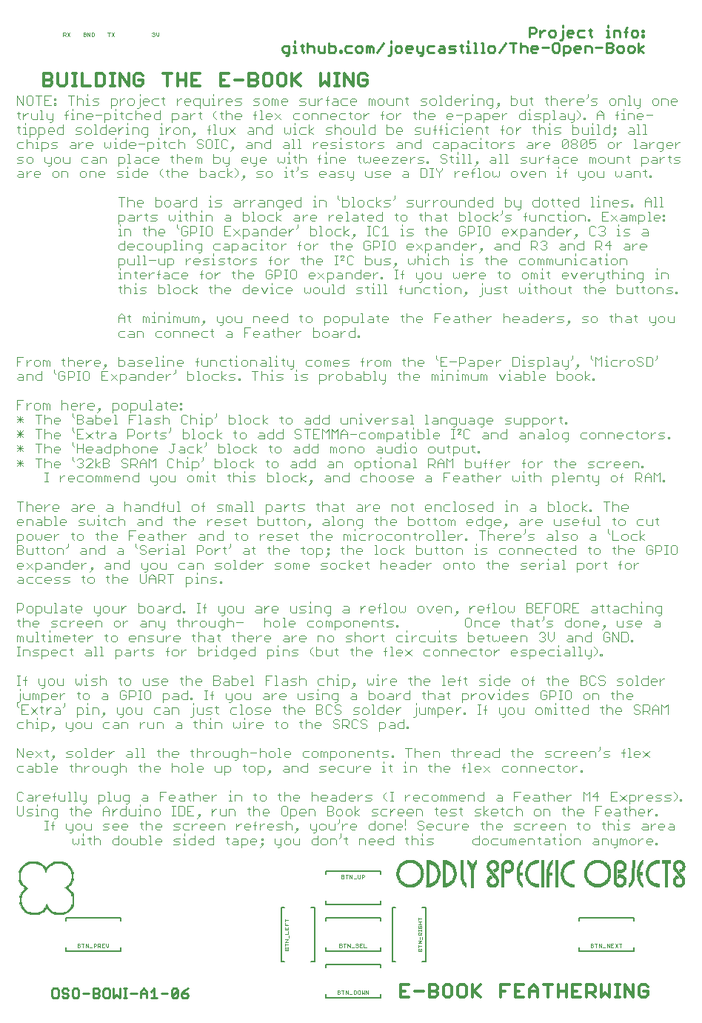
<source format=gbr>
G04 EAGLE Gerber RS-274X export*
G75*
%MOMM*%
%FSLAX34Y34*%
%LPD*%
%INSilkscreen Top*%
%IPPOS*%
%AMOC8*
5,1,8,0,0,1.08239X$1,22.5*%
G01*
%ADD10C,0.101600*%
%ADD11C,0.330200*%
%ADD12C,0.228600*%
%ADD13R,1.143000X0.076200*%
%ADD14R,1.219200X0.076200*%
%ADD15R,1.524000X0.076200*%
%ADD16R,1.828800X0.076200*%
%ADD17R,0.609600X0.076200*%
%ADD18R,0.533400X0.076200*%
%ADD19R,0.457200X0.076200*%
%ADD20R,0.381000X0.076200*%
%ADD21R,0.304800X0.076200*%
%ADD22R,0.228600X0.076200*%
%ADD23R,0.152400X0.076200*%
%ADD24R,0.076200X0.076200*%
%ADD25C,0.127000*%
%ADD26R,0.304800X0.025400*%
%ADD27R,0.177800X0.025400*%
%ADD28R,0.152400X0.025400*%
%ADD29R,0.050800X0.025400*%
%ADD30R,0.330200X0.025400*%
%ADD31R,0.406400X0.025400*%
%ADD32R,0.025400X0.025400*%
%ADD33R,0.203200X0.025400*%
%ADD34R,0.076200X0.025400*%
%ADD35R,0.584200X0.025400*%
%ADD36R,0.558800X0.025400*%
%ADD37R,0.381000X0.025400*%
%ADD38R,0.101600X0.025400*%
%ADD39R,0.508000X0.025400*%
%ADD40R,0.812800X0.025400*%
%ADD41R,0.431800X0.025400*%
%ADD42R,0.660400X0.025400*%
%ADD43R,0.355600X0.025400*%
%ADD44R,0.457200X0.025400*%
%ADD45R,0.609600X0.025400*%
%ADD46R,0.533400X0.025400*%
%ADD47R,0.635000X0.025400*%
%ADD48R,0.990600X0.025400*%
%ADD49R,0.127000X0.025400*%
%ADD50R,0.736600X0.025400*%
%ADD51R,0.711200X0.025400*%
%ADD52R,1.117600X0.025400*%
%ADD53R,0.965200X0.025400*%
%ADD54R,0.787400X0.025400*%
%ADD55R,1.244600X0.025400*%
%ADD56R,0.863600X0.025400*%
%ADD57R,0.838200X0.025400*%
%ADD58R,1.346200X0.025400*%
%ADD59R,0.228600X0.025400*%
%ADD60R,0.939800X0.025400*%
%ADD61R,1.219200X0.025400*%
%ADD62R,0.889000X0.025400*%
%ADD63R,0.914400X0.025400*%
%ADD64R,1.447800X0.025400*%
%ADD65R,0.762000X0.025400*%
%ADD66R,0.254000X0.025400*%
%ADD67R,0.685800X0.025400*%
%ADD68R,1.549400X0.025400*%
%ADD69R,0.279400X0.025400*%
%ADD70R,1.041400X0.025400*%
%ADD71R,1.016000X0.025400*%
%ADD72R,1.651000X0.025400*%
%ADD73R,1.066800X0.025400*%
%ADD74R,1.701800X0.025400*%
%ADD75R,1.625600X0.025400*%
%ADD76R,1.803400X0.025400*%
%ADD77R,1.168400X0.025400*%
%ADD78R,1.143000X0.025400*%
%ADD79R,1.854200X0.025400*%
%ADD80R,1.778000X0.025400*%
%ADD81R,1.193800X0.025400*%
%ADD82R,0.482600X0.025400*%
%ADD83R,1.930400X0.025400*%
%ADD84R,1.092200X0.025400*%
%ADD85R,1.879600X0.025400*%
%ADD86R,1.828800X0.025400*%
%ADD87R,1.752600X0.025400*%
%ADD88R,1.727200X0.025400*%
%ADD89R,1.676400X0.025400*%
%ADD90R,1.600200X0.025400*%
%ADD91R,1.574800X0.025400*%
%ADD92R,1.498600X0.025400*%
%ADD93R,1.473200X0.025400*%
%ADD94R,1.397000X0.025400*%
%ADD95R,1.295400X0.025400*%
%ADD96R,1.270000X0.025400*%


D10*
X370418Y10668D02*
X370418Y14735D01*
X372451Y14735D01*
X373129Y14058D01*
X373129Y13380D01*
X372451Y12702D01*
X373129Y12024D01*
X373129Y11346D01*
X372451Y10668D01*
X370418Y10668D01*
X370418Y12702D02*
X372451Y12702D01*
X376451Y14735D02*
X376451Y10668D01*
X375095Y14735D02*
X377807Y14735D01*
X379773Y14735D02*
X379773Y10668D01*
X382484Y10668D02*
X379773Y14735D01*
X382484Y14735D02*
X382484Y10668D01*
X384450Y9990D02*
X387162Y9990D01*
X389128Y10668D02*
X389128Y14735D01*
X389128Y10668D02*
X391162Y10668D01*
X391840Y11346D01*
X391840Y14058D01*
X391162Y14735D01*
X389128Y14735D01*
X394484Y14735D02*
X395839Y14735D01*
X394484Y14735D02*
X393806Y14058D01*
X393806Y11346D01*
X394484Y10668D01*
X395839Y10668D01*
X396517Y11346D01*
X396517Y14058D01*
X395839Y14735D01*
X398483Y14735D02*
X398483Y10668D01*
X399839Y12024D01*
X401195Y10668D01*
X401195Y14735D01*
X403161Y14735D02*
X403161Y10668D01*
X405872Y10668D02*
X403161Y14735D01*
X405872Y14735D02*
X405872Y10668D01*
X372756Y64008D02*
X372756Y68075D01*
X374790Y68075D01*
X375468Y67398D01*
X375468Y66720D01*
X374790Y66042D01*
X375468Y65364D01*
X375468Y64686D01*
X374790Y64008D01*
X372756Y64008D01*
X372756Y66042D02*
X374790Y66042D01*
X378790Y68075D02*
X378790Y64008D01*
X377434Y68075D02*
X380146Y68075D01*
X382112Y68075D02*
X382112Y64008D01*
X384823Y64008D02*
X382112Y68075D01*
X384823Y68075D02*
X384823Y64008D01*
X386789Y63330D02*
X389501Y63330D01*
X394178Y67398D02*
X393501Y68075D01*
X392145Y68075D01*
X391467Y67398D01*
X391467Y66720D01*
X392145Y66042D01*
X393501Y66042D01*
X394178Y65364D01*
X394178Y64686D01*
X393501Y64008D01*
X392145Y64008D01*
X391467Y64686D01*
X396144Y68075D02*
X398856Y68075D01*
X396144Y68075D02*
X396144Y64008D01*
X398856Y64008D01*
X397500Y66042D02*
X396144Y66042D01*
X400822Y68075D02*
X400822Y64008D01*
X403534Y64008D01*
X375095Y142748D02*
X375095Y146815D01*
X377129Y146815D01*
X377807Y146138D01*
X377807Y145460D01*
X377129Y144782D01*
X377807Y144104D01*
X377807Y143426D01*
X377129Y142748D01*
X375095Y142748D01*
X375095Y144782D02*
X377129Y144782D01*
X381129Y146815D02*
X381129Y142748D01*
X382484Y146815D02*
X379773Y146815D01*
X384450Y146815D02*
X384450Y142748D01*
X387162Y142748D02*
X384450Y146815D01*
X387162Y146815D02*
X387162Y142748D01*
X389128Y142070D02*
X391840Y142070D01*
X393806Y143426D02*
X393806Y146815D01*
X393806Y143426D02*
X394484Y142748D01*
X395839Y142748D01*
X396517Y143426D01*
X396517Y146815D01*
X398483Y146815D02*
X398483Y142748D01*
X398483Y146815D02*
X400517Y146815D01*
X401195Y146138D01*
X401195Y144782D01*
X400517Y144104D01*
X398483Y144104D01*
X659978Y68075D02*
X659978Y64008D01*
X659978Y68075D02*
X662011Y68075D01*
X662689Y67398D01*
X662689Y66720D01*
X662011Y66042D01*
X662689Y65364D01*
X662689Y64686D01*
X662011Y64008D01*
X659978Y64008D01*
X659978Y66042D02*
X662011Y66042D01*
X666011Y68075D02*
X666011Y64008D01*
X664655Y68075D02*
X667367Y68075D01*
X669333Y68075D02*
X669333Y64008D01*
X672044Y64008D02*
X669333Y68075D01*
X672044Y68075D02*
X672044Y64008D01*
X674010Y63330D02*
X676722Y63330D01*
X678688Y64008D02*
X678688Y68075D01*
X681400Y64008D01*
X681400Y68075D01*
X683366Y68075D02*
X686077Y68075D01*
X683366Y68075D02*
X683366Y64008D01*
X686077Y64008D01*
X684721Y66042D02*
X683366Y66042D01*
X688043Y68075D02*
X690755Y64008D01*
X688043Y64008D02*
X690755Y68075D01*
X694077Y68075D02*
X694077Y64008D01*
X695432Y68075D02*
X692721Y68075D01*
D11*
X452330Y21221D02*
X442670Y21221D01*
X442670Y6731D01*
X452330Y6731D01*
X447500Y13976D02*
X442670Y13976D01*
X459041Y13976D02*
X468701Y13976D01*
X475413Y6731D02*
X475413Y21221D01*
X482658Y21221D01*
X485073Y18806D01*
X485073Y16391D01*
X482658Y13976D01*
X485073Y11561D01*
X485073Y9146D01*
X482658Y6731D01*
X475413Y6731D01*
X475413Y13976D02*
X482658Y13976D01*
X494199Y21221D02*
X499029Y21221D01*
X494199Y21221D02*
X491784Y18806D01*
X491784Y9146D01*
X494199Y6731D01*
X499029Y6731D01*
X501444Y9146D01*
X501444Y18806D01*
X499029Y21221D01*
X510571Y21221D02*
X515401Y21221D01*
X510571Y21221D02*
X508156Y18806D01*
X508156Y9146D01*
X510571Y6731D01*
X515401Y6731D01*
X517816Y9146D01*
X517816Y18806D01*
X515401Y21221D01*
X524527Y21221D02*
X524527Y6731D01*
X524527Y11561D02*
X534188Y21221D01*
X526942Y13976D02*
X534188Y6731D01*
X557270Y6731D02*
X557270Y21221D01*
X566931Y21221D01*
X562101Y13976D02*
X557270Y13976D01*
X573642Y21221D02*
X583302Y21221D01*
X573642Y21221D02*
X573642Y6731D01*
X583302Y6731D01*
X578472Y13976D02*
X573642Y13976D01*
X590014Y16391D02*
X590014Y6731D01*
X590014Y16391D02*
X594844Y21221D01*
X599674Y16391D01*
X599674Y6731D01*
X599674Y13976D02*
X590014Y13976D01*
X611215Y6731D02*
X611215Y21221D01*
X606385Y21221D02*
X616045Y21221D01*
X622757Y21221D02*
X622757Y6731D01*
X622757Y13976D02*
X632417Y13976D01*
X632417Y21221D02*
X632417Y6731D01*
X639128Y21221D02*
X648789Y21221D01*
X639128Y21221D02*
X639128Y6731D01*
X648789Y6731D01*
X643958Y13976D02*
X639128Y13976D01*
X655500Y6731D02*
X655500Y21221D01*
X662745Y21221D01*
X665160Y18806D01*
X665160Y13976D01*
X662745Y11561D01*
X655500Y11561D01*
X660330Y11561D02*
X665160Y6731D01*
X671871Y6731D02*
X671871Y21221D01*
X676702Y11561D02*
X671871Y6731D01*
X676702Y11561D02*
X681532Y6731D01*
X681532Y21221D01*
X688243Y6731D02*
X693073Y6731D01*
X690658Y6731D02*
X690658Y21221D01*
X688243Y21221D02*
X693073Y21221D01*
X699157Y21221D02*
X699157Y6731D01*
X708818Y6731D02*
X699157Y21221D01*
X708818Y21221D02*
X708818Y6731D01*
X722774Y21221D02*
X725189Y18806D01*
X722774Y21221D02*
X717944Y21221D01*
X715529Y18806D01*
X715529Y9146D01*
X717944Y6731D01*
X722774Y6731D01*
X725189Y9146D01*
X725189Y13976D01*
X720359Y13976D01*
D10*
X73238Y64008D02*
X73238Y68075D01*
X75271Y68075D01*
X75949Y67398D01*
X75949Y66720D01*
X75271Y66042D01*
X75949Y65364D01*
X75949Y64686D01*
X75271Y64008D01*
X73238Y64008D01*
X73238Y66042D02*
X75271Y66042D01*
X79271Y68075D02*
X79271Y64008D01*
X77915Y68075D02*
X80627Y68075D01*
X82593Y68075D02*
X82593Y64008D01*
X85304Y64008D02*
X82593Y68075D01*
X85304Y68075D02*
X85304Y64008D01*
X87270Y63330D02*
X89982Y63330D01*
X91948Y64008D02*
X91948Y68075D01*
X93982Y68075D01*
X94660Y67398D01*
X94660Y66042D01*
X93982Y65364D01*
X91948Y65364D01*
X96626Y64008D02*
X96626Y68075D01*
X98659Y68075D01*
X99337Y67398D01*
X99337Y66042D01*
X98659Y65364D01*
X96626Y65364D01*
X97981Y65364D02*
X99337Y64008D01*
X101303Y68075D02*
X104015Y68075D01*
X101303Y68075D02*
X101303Y64008D01*
X104015Y64008D01*
X102659Y66042D02*
X101303Y66042D01*
X105981Y65364D02*
X105981Y68075D01*
X105981Y65364D02*
X107337Y64008D01*
X108692Y65364D01*
X108692Y68075D01*
X462785Y58978D02*
X466852Y58978D01*
X462785Y58978D02*
X462785Y61012D01*
X463462Y61690D01*
X464140Y61690D01*
X464818Y61012D01*
X465496Y61690D01*
X466174Y61690D01*
X466852Y61012D01*
X466852Y58978D01*
X464818Y58978D02*
X464818Y61012D01*
X462785Y65012D02*
X466852Y65012D01*
X462785Y63656D02*
X462785Y66368D01*
X462785Y68334D02*
X466852Y68334D01*
X466852Y71045D02*
X462785Y68334D01*
X462785Y71045D02*
X466852Y71045D01*
X467530Y73011D02*
X467530Y75723D01*
X466852Y77689D02*
X462785Y77689D01*
X462785Y79723D01*
X463462Y80400D01*
X464818Y80400D01*
X465496Y79723D01*
X465496Y77689D01*
X465496Y79045D02*
X466852Y80400D01*
X466852Y82366D02*
X466852Y83722D01*
X466852Y83044D02*
X462785Y83044D01*
X462785Y82366D02*
X462785Y83722D01*
X462785Y87519D02*
X463462Y88196D01*
X462785Y87519D02*
X462785Y86163D01*
X463462Y85485D01*
X466174Y85485D01*
X466852Y86163D01*
X466852Y87519D01*
X466174Y88196D01*
X464818Y88196D01*
X464818Y86841D01*
X462785Y90162D02*
X466852Y90162D01*
X464818Y90162D02*
X464818Y92874D01*
X462785Y92874D02*
X466852Y92874D01*
X466852Y96196D02*
X462785Y96196D01*
X462785Y94840D02*
X462785Y97552D01*
X314452Y60538D02*
X310385Y60538D01*
X310385Y62571D01*
X311062Y63249D01*
X311740Y63249D01*
X312418Y62571D01*
X313096Y63249D01*
X313774Y63249D01*
X314452Y62571D01*
X314452Y60538D01*
X312418Y60538D02*
X312418Y62571D01*
X310385Y66571D02*
X314452Y66571D01*
X310385Y65215D02*
X310385Y67927D01*
X310385Y69893D02*
X314452Y69893D01*
X314452Y72604D02*
X310385Y69893D01*
X310385Y72604D02*
X314452Y72604D01*
X315130Y74570D02*
X315130Y77282D01*
X314452Y79248D02*
X310385Y79248D01*
X314452Y79248D02*
X314452Y81960D01*
X310385Y83926D02*
X310385Y86637D01*
X310385Y83926D02*
X314452Y83926D01*
X314452Y86637D01*
X312418Y85281D02*
X312418Y83926D01*
X310385Y88603D02*
X314452Y88603D01*
X310385Y88603D02*
X310385Y91315D01*
X312418Y89959D02*
X312418Y88603D01*
X314452Y94637D02*
X310385Y94637D01*
X310385Y95992D02*
X310385Y93281D01*
D12*
X49534Y16646D02*
X46060Y16646D01*
X44323Y14909D01*
X44323Y7960D01*
X46060Y6223D01*
X49534Y6223D01*
X51272Y7960D01*
X51272Y14909D01*
X49534Y16646D01*
X61228Y16646D02*
X62966Y14909D01*
X61228Y16646D02*
X57754Y16646D01*
X56017Y14909D01*
X56017Y13172D01*
X57754Y11434D01*
X61228Y11434D01*
X62966Y9697D01*
X62966Y7960D01*
X61228Y6223D01*
X57754Y6223D01*
X56017Y7960D01*
X69448Y16646D02*
X72922Y16646D01*
X69448Y16646D02*
X67711Y14909D01*
X67711Y7960D01*
X69448Y6223D01*
X72922Y6223D01*
X74660Y7960D01*
X74660Y14909D01*
X72922Y16646D01*
X79405Y11434D02*
X86354Y11434D01*
X91099Y6223D02*
X91099Y16646D01*
X96310Y16646D01*
X98047Y14909D01*
X98047Y13172D01*
X96310Y11434D01*
X98047Y9697D01*
X98047Y7960D01*
X96310Y6223D01*
X91099Y6223D01*
X91099Y11434D02*
X96310Y11434D01*
X104530Y16646D02*
X108004Y16646D01*
X104530Y16646D02*
X102793Y14909D01*
X102793Y7960D01*
X104530Y6223D01*
X108004Y6223D01*
X109741Y7960D01*
X109741Y14909D01*
X108004Y16646D01*
X114487Y16646D02*
X114487Y6223D01*
X117961Y9697D01*
X121435Y6223D01*
X121435Y16646D01*
X126181Y6223D02*
X129655Y6223D01*
X127918Y6223D02*
X127918Y16646D01*
X126181Y16646D02*
X129655Y16646D01*
X133977Y11434D02*
X140925Y11434D01*
X145671Y13172D02*
X145671Y6223D01*
X145671Y13172D02*
X149145Y16646D01*
X152619Y13172D01*
X152619Y6223D01*
X152619Y11434D02*
X145671Y11434D01*
X157365Y13172D02*
X160839Y16646D01*
X160839Y6223D01*
X157365Y6223D02*
X164313Y6223D01*
X169059Y11434D02*
X176007Y11434D01*
X180753Y7960D02*
X180753Y14909D01*
X182490Y16646D01*
X185964Y16646D01*
X187701Y14909D01*
X187701Y7960D01*
X185964Y6223D01*
X182490Y6223D01*
X180753Y7960D01*
X187701Y14909D01*
X195921Y14909D02*
X199395Y16646D01*
X195921Y14909D02*
X192447Y11434D01*
X192447Y7960D01*
X194184Y6223D01*
X197658Y6223D01*
X199395Y7960D01*
X199395Y9697D01*
X197658Y11434D01*
X192447Y11434D01*
D10*
X82817Y1108798D02*
X82139Y1109475D01*
X80784Y1109475D01*
X80106Y1108798D01*
X80106Y1106086D01*
X80784Y1105408D01*
X82139Y1105408D01*
X82817Y1106086D01*
X82817Y1107442D01*
X81461Y1107442D01*
X84783Y1109475D02*
X84783Y1105408D01*
X87495Y1105408D02*
X84783Y1109475D01*
X87495Y1109475D02*
X87495Y1105408D01*
X89461Y1105408D02*
X89461Y1109475D01*
X89461Y1105408D02*
X91495Y1105408D01*
X92172Y1106086D01*
X92172Y1108798D01*
X91495Y1109475D01*
X89461Y1109475D01*
X57044Y1109475D02*
X57044Y1105408D01*
X57044Y1109475D02*
X59078Y1109475D01*
X59756Y1108798D01*
X59756Y1107442D01*
X59078Y1106764D01*
X57044Y1106764D01*
X58400Y1106764D02*
X59756Y1105408D01*
X61722Y1109475D02*
X64434Y1105408D01*
X61722Y1105408D02*
X64434Y1109475D01*
X109200Y1109475D02*
X109200Y1105408D01*
X107844Y1109475D02*
X110556Y1109475D01*
X112522Y1109475D02*
X115234Y1105408D01*
X112522Y1105408D02*
X115234Y1109475D01*
X158644Y1108798D02*
X159322Y1109475D01*
X160678Y1109475D01*
X161356Y1108798D01*
X161356Y1108120D01*
X160678Y1107442D01*
X160000Y1107442D01*
X160678Y1107442D02*
X161356Y1106764D01*
X161356Y1106086D01*
X160678Y1105408D01*
X159322Y1105408D01*
X158644Y1106086D01*
X163322Y1106764D02*
X163322Y1109475D01*
X163322Y1106764D02*
X164678Y1105408D01*
X166034Y1106764D01*
X166034Y1109475D01*
D12*
X311254Y1082989D02*
X313097Y1082989D01*
X314940Y1084832D01*
X314940Y1094048D01*
X309410Y1094048D01*
X307567Y1092205D01*
X307567Y1088519D01*
X309410Y1086676D01*
X314940Y1086676D01*
X319846Y1094048D02*
X321689Y1094048D01*
X321689Y1086676D01*
X319846Y1086676D02*
X323532Y1086676D01*
X321689Y1097734D02*
X321689Y1099577D01*
X329875Y1095891D02*
X329875Y1088519D01*
X331718Y1086676D01*
X331718Y1094048D02*
X328032Y1094048D01*
X336218Y1097734D02*
X336218Y1086676D01*
X336218Y1092205D02*
X338061Y1094048D01*
X341747Y1094048D01*
X343590Y1092205D01*
X343590Y1086676D01*
X348496Y1088519D02*
X348496Y1094048D01*
X348496Y1088519D02*
X350339Y1086676D01*
X355869Y1086676D01*
X355869Y1094048D01*
X360775Y1097734D02*
X360775Y1086676D01*
X366304Y1086676D01*
X368147Y1088519D01*
X368147Y1092205D01*
X366304Y1094048D01*
X360775Y1094048D01*
X373054Y1088519D02*
X373054Y1086676D01*
X373054Y1088519D02*
X374897Y1088519D01*
X374897Y1086676D01*
X373054Y1086676D01*
X381036Y1094048D02*
X386565Y1094048D01*
X381036Y1094048D02*
X379193Y1092205D01*
X379193Y1088519D01*
X381036Y1086676D01*
X386565Y1086676D01*
X393315Y1086676D02*
X397001Y1086676D01*
X398844Y1088519D01*
X398844Y1092205D01*
X397001Y1094048D01*
X393315Y1094048D01*
X391472Y1092205D01*
X391472Y1088519D01*
X393315Y1086676D01*
X403750Y1086676D02*
X403750Y1094048D01*
X405594Y1094048D01*
X407437Y1092205D01*
X407437Y1086676D01*
X407437Y1092205D02*
X409280Y1094048D01*
X411123Y1092205D01*
X411123Y1086676D01*
X416029Y1086676D02*
X423401Y1097734D01*
X428308Y1082989D02*
X430151Y1082989D01*
X431994Y1084832D01*
X431994Y1094048D01*
X431994Y1097734D02*
X431994Y1099577D01*
X438337Y1086676D02*
X442023Y1086676D01*
X443866Y1088519D01*
X443866Y1092205D01*
X442023Y1094048D01*
X438337Y1094048D01*
X436494Y1092205D01*
X436494Y1088519D01*
X438337Y1086676D01*
X450615Y1086676D02*
X454302Y1086676D01*
X450615Y1086676D02*
X448772Y1088519D01*
X448772Y1092205D01*
X450615Y1094048D01*
X454302Y1094048D01*
X456145Y1092205D01*
X456145Y1090362D01*
X448772Y1090362D01*
X461051Y1088519D02*
X461051Y1094048D01*
X461051Y1088519D02*
X462894Y1086676D01*
X468423Y1086676D01*
X468423Y1084832D02*
X468423Y1094048D01*
X468423Y1084832D02*
X466580Y1082989D01*
X464737Y1082989D01*
X475173Y1094048D02*
X480702Y1094048D01*
X475173Y1094048D02*
X473330Y1092205D01*
X473330Y1088519D01*
X475173Y1086676D01*
X480702Y1086676D01*
X487451Y1094048D02*
X491138Y1094048D01*
X492981Y1092205D01*
X492981Y1086676D01*
X487451Y1086676D01*
X485608Y1088519D01*
X487451Y1090362D01*
X492981Y1090362D01*
X497887Y1086676D02*
X503416Y1086676D01*
X505259Y1088519D01*
X503416Y1090362D01*
X499730Y1090362D01*
X497887Y1092205D01*
X499730Y1094048D01*
X505259Y1094048D01*
X512009Y1095891D02*
X512009Y1088519D01*
X513852Y1086676D01*
X513852Y1094048D02*
X510166Y1094048D01*
X518352Y1094048D02*
X520195Y1094048D01*
X520195Y1086676D01*
X518352Y1086676D02*
X522038Y1086676D01*
X520195Y1097734D02*
X520195Y1099577D01*
X526537Y1097734D02*
X528380Y1097734D01*
X528380Y1086676D01*
X526537Y1086676D02*
X530223Y1086676D01*
X534723Y1097734D02*
X536566Y1097734D01*
X536566Y1086676D01*
X534723Y1086676D02*
X538409Y1086676D01*
X544752Y1086676D02*
X548438Y1086676D01*
X550281Y1088519D01*
X550281Y1092205D01*
X548438Y1094048D01*
X544752Y1094048D01*
X542909Y1092205D01*
X542909Y1088519D01*
X544752Y1086676D01*
X555188Y1086676D02*
X562560Y1097734D01*
X571152Y1097734D02*
X571152Y1086676D01*
X567466Y1097734D02*
X574839Y1097734D01*
X579745Y1097734D02*
X579745Y1086676D01*
X579745Y1092205D02*
X581588Y1094048D01*
X585274Y1094048D01*
X587117Y1092205D01*
X587117Y1086676D01*
X593867Y1086676D02*
X597553Y1086676D01*
X593867Y1086676D02*
X592024Y1088519D01*
X592024Y1092205D01*
X593867Y1094048D01*
X597553Y1094048D01*
X599396Y1092205D01*
X599396Y1090362D01*
X592024Y1090362D01*
X604302Y1092205D02*
X611675Y1092205D01*
X618424Y1097734D02*
X622110Y1097734D01*
X618424Y1097734D02*
X616581Y1095891D01*
X616581Y1088519D01*
X618424Y1086676D01*
X622110Y1086676D01*
X623953Y1088519D01*
X623953Y1095891D01*
X622110Y1097734D01*
X628860Y1094048D02*
X628860Y1082989D01*
X628860Y1094048D02*
X634389Y1094048D01*
X636232Y1092205D01*
X636232Y1088519D01*
X634389Y1086676D01*
X628860Y1086676D01*
X642981Y1086676D02*
X646668Y1086676D01*
X642981Y1086676D02*
X641138Y1088519D01*
X641138Y1092205D01*
X642981Y1094048D01*
X646668Y1094048D01*
X648511Y1092205D01*
X648511Y1090362D01*
X641138Y1090362D01*
X653417Y1086676D02*
X653417Y1094048D01*
X658946Y1094048D01*
X660789Y1092205D01*
X660789Y1086676D01*
X665696Y1092205D02*
X673068Y1092205D01*
X677974Y1086676D02*
X677974Y1097734D01*
X683504Y1097734D01*
X685347Y1095891D01*
X685347Y1094048D01*
X683504Y1092205D01*
X685347Y1090362D01*
X685347Y1088519D01*
X683504Y1086676D01*
X677974Y1086676D01*
X677974Y1092205D02*
X683504Y1092205D01*
X692096Y1086676D02*
X695782Y1086676D01*
X697625Y1088519D01*
X697625Y1092205D01*
X695782Y1094048D01*
X692096Y1094048D01*
X690253Y1092205D01*
X690253Y1088519D01*
X692096Y1086676D01*
X704375Y1086676D02*
X708061Y1086676D01*
X709904Y1088519D01*
X709904Y1092205D01*
X708061Y1094048D01*
X704375Y1094048D01*
X702532Y1092205D01*
X702532Y1088519D01*
X704375Y1086676D01*
X714810Y1086676D02*
X714810Y1097734D01*
X714810Y1090362D02*
X720340Y1086676D01*
X714810Y1090362D02*
X720340Y1094048D01*
X589977Y1104456D02*
X589977Y1115514D01*
X595507Y1115514D01*
X597350Y1113671D01*
X597350Y1109985D01*
X595507Y1108142D01*
X589977Y1108142D01*
X602256Y1104456D02*
X602256Y1111828D01*
X602256Y1108142D02*
X605942Y1111828D01*
X607785Y1111828D01*
X614331Y1104456D02*
X618018Y1104456D01*
X619861Y1106299D01*
X619861Y1109985D01*
X618018Y1111828D01*
X614331Y1111828D01*
X612488Y1109985D01*
X612488Y1106299D01*
X614331Y1104456D01*
X624767Y1100769D02*
X626610Y1100769D01*
X628453Y1102612D01*
X628453Y1111828D01*
X628453Y1115514D02*
X628453Y1117357D01*
X634796Y1104456D02*
X638482Y1104456D01*
X634796Y1104456D02*
X632953Y1106299D01*
X632953Y1109985D01*
X634796Y1111828D01*
X638482Y1111828D01*
X640325Y1109985D01*
X640325Y1108142D01*
X632953Y1108142D01*
X647075Y1111828D02*
X652604Y1111828D01*
X647075Y1111828D02*
X645231Y1109985D01*
X645231Y1106299D01*
X647075Y1104456D01*
X652604Y1104456D01*
X659353Y1106299D02*
X659353Y1113671D01*
X659353Y1106299D02*
X661196Y1104456D01*
X661196Y1111828D02*
X657510Y1111828D01*
X677975Y1111828D02*
X679818Y1111828D01*
X679818Y1104456D01*
X677975Y1104456D02*
X681661Y1104456D01*
X679818Y1115514D02*
X679818Y1117357D01*
X686160Y1111828D02*
X686160Y1104456D01*
X686160Y1111828D02*
X691690Y1111828D01*
X693533Y1109985D01*
X693533Y1104456D01*
X700282Y1104456D02*
X700282Y1113671D01*
X702125Y1115514D01*
X702125Y1109985D02*
X698439Y1109985D01*
X708468Y1104456D02*
X712154Y1104456D01*
X713997Y1106299D01*
X713997Y1109985D01*
X712154Y1111828D01*
X708468Y1111828D01*
X706625Y1109985D01*
X706625Y1106299D01*
X708468Y1104456D01*
X718904Y1111828D02*
X720747Y1111828D01*
X720747Y1109985D01*
X718904Y1109985D01*
X718904Y1111828D01*
X718904Y1106299D02*
X720747Y1106299D01*
X720747Y1104456D01*
X718904Y1104456D01*
X718904Y1106299D01*
D11*
X34671Y1062621D02*
X34671Y1048131D01*
X34671Y1062621D02*
X41916Y1062621D01*
X44331Y1060206D01*
X44331Y1057791D01*
X41916Y1055376D01*
X44331Y1052961D01*
X44331Y1050546D01*
X41916Y1048131D01*
X34671Y1048131D01*
X34671Y1055376D02*
X41916Y1055376D01*
X51043Y1050546D02*
X51043Y1062621D01*
X51043Y1050546D02*
X53458Y1048131D01*
X58288Y1048131D01*
X60703Y1050546D01*
X60703Y1062621D01*
X67414Y1048131D02*
X72244Y1048131D01*
X69829Y1048131D02*
X69829Y1062621D01*
X67414Y1062621D02*
X72244Y1062621D01*
X78329Y1062621D02*
X78329Y1048131D01*
X87989Y1048131D01*
X94700Y1048131D02*
X94700Y1062621D01*
X94700Y1048131D02*
X101945Y1048131D01*
X104360Y1050546D01*
X104360Y1060206D01*
X101945Y1062621D01*
X94700Y1062621D01*
X111072Y1048131D02*
X115902Y1048131D01*
X113487Y1048131D02*
X113487Y1062621D01*
X111072Y1062621D02*
X115902Y1062621D01*
X121986Y1062621D02*
X121986Y1048131D01*
X131646Y1048131D02*
X121986Y1062621D01*
X131646Y1062621D02*
X131646Y1048131D01*
X145603Y1062621D02*
X148018Y1060206D01*
X145603Y1062621D02*
X140773Y1062621D01*
X138358Y1060206D01*
X138358Y1050546D01*
X140773Y1048131D01*
X145603Y1048131D01*
X148018Y1050546D01*
X148018Y1055376D01*
X143188Y1055376D01*
X175931Y1048131D02*
X175931Y1062621D01*
X171101Y1062621D02*
X180761Y1062621D01*
X187472Y1062621D02*
X187472Y1048131D01*
X187472Y1055376D02*
X197133Y1055376D01*
X197133Y1062621D02*
X197133Y1048131D01*
X203844Y1062621D02*
X213504Y1062621D01*
X203844Y1062621D02*
X203844Y1048131D01*
X213504Y1048131D01*
X208674Y1055376D02*
X203844Y1055376D01*
X236587Y1062621D02*
X246247Y1062621D01*
X236587Y1062621D02*
X236587Y1048131D01*
X246247Y1048131D01*
X241417Y1055376D02*
X236587Y1055376D01*
X252959Y1055376D02*
X262619Y1055376D01*
X269330Y1048131D02*
X269330Y1062621D01*
X276575Y1062621D01*
X278990Y1060206D01*
X278990Y1057791D01*
X276575Y1055376D01*
X278990Y1052961D01*
X278990Y1050546D01*
X276575Y1048131D01*
X269330Y1048131D01*
X269330Y1055376D02*
X276575Y1055376D01*
X288117Y1062621D02*
X292947Y1062621D01*
X288117Y1062621D02*
X285702Y1060206D01*
X285702Y1050546D01*
X288117Y1048131D01*
X292947Y1048131D01*
X295362Y1050546D01*
X295362Y1060206D01*
X292947Y1062621D01*
X304488Y1062621D02*
X309318Y1062621D01*
X304488Y1062621D02*
X302073Y1060206D01*
X302073Y1050546D01*
X304488Y1048131D01*
X309318Y1048131D01*
X311733Y1050546D01*
X311733Y1060206D01*
X309318Y1062621D01*
X318445Y1062621D02*
X318445Y1048131D01*
X318445Y1052961D02*
X328105Y1062621D01*
X320860Y1055376D02*
X328105Y1048131D01*
X351188Y1048131D02*
X351188Y1062621D01*
X356018Y1052961D02*
X351188Y1048131D01*
X356018Y1052961D02*
X360848Y1048131D01*
X360848Y1062621D01*
X367559Y1048131D02*
X372390Y1048131D01*
X369975Y1048131D02*
X369975Y1062621D01*
X372390Y1062621D02*
X367559Y1062621D01*
X378474Y1062621D02*
X378474Y1048131D01*
X388134Y1048131D02*
X378474Y1062621D01*
X388134Y1062621D02*
X388134Y1048131D01*
X402091Y1062621D02*
X404506Y1060206D01*
X402091Y1062621D02*
X397260Y1062621D01*
X394845Y1060206D01*
X394845Y1050546D01*
X397260Y1048131D01*
X402091Y1048131D01*
X404506Y1050546D01*
X404506Y1055376D01*
X399676Y1055376D01*
D10*
X4318Y1037091D02*
X4318Y1026668D01*
X11267Y1026668D02*
X4318Y1037091D01*
X11267Y1037091D02*
X11267Y1026668D01*
X16580Y1037091D02*
X20054Y1037091D01*
X16580Y1037091D02*
X14843Y1035354D01*
X14843Y1028405D01*
X16580Y1026668D01*
X20054Y1026668D01*
X21791Y1028405D01*
X21791Y1035354D01*
X20054Y1037091D01*
X28841Y1037091D02*
X28841Y1026668D01*
X25367Y1037091D02*
X32316Y1037091D01*
X35892Y1037091D02*
X42840Y1037091D01*
X35892Y1037091D02*
X35892Y1026668D01*
X42840Y1026668D01*
X39366Y1031879D02*
X35892Y1031879D01*
X46416Y1033617D02*
X48154Y1033617D01*
X48154Y1031879D01*
X46416Y1031879D01*
X46416Y1033617D01*
X46416Y1028405D02*
X48154Y1028405D01*
X48154Y1026668D01*
X46416Y1026668D01*
X46416Y1028405D01*
X65678Y1026668D02*
X65678Y1037091D01*
X69152Y1037091D02*
X62203Y1037091D01*
X72728Y1037091D02*
X72728Y1026668D01*
X72728Y1031879D02*
X74465Y1033617D01*
X77939Y1033617D01*
X79676Y1031879D01*
X79676Y1026668D01*
X83252Y1033617D02*
X84990Y1033617D01*
X84990Y1026668D01*
X86727Y1026668D02*
X83252Y1026668D01*
X84990Y1037091D02*
X84990Y1038828D01*
X90269Y1026668D02*
X95480Y1026668D01*
X97217Y1028405D01*
X95480Y1030142D01*
X92006Y1030142D01*
X90269Y1031879D01*
X92006Y1033617D01*
X97217Y1033617D01*
X111318Y1033617D02*
X111318Y1023194D01*
X111318Y1033617D02*
X116529Y1033617D01*
X118267Y1031879D01*
X118267Y1028405D01*
X116529Y1026668D01*
X111318Y1026668D01*
X121843Y1026668D02*
X121843Y1033617D01*
X125317Y1033617D02*
X121843Y1030142D01*
X125317Y1033617D02*
X127054Y1033617D01*
X132350Y1026668D02*
X135825Y1026668D01*
X137562Y1028405D01*
X137562Y1031879D01*
X135825Y1033617D01*
X132350Y1033617D01*
X130613Y1031879D01*
X130613Y1028405D01*
X132350Y1026668D01*
X141138Y1023194D02*
X142875Y1023194D01*
X144612Y1024931D01*
X144612Y1033617D01*
X144612Y1037091D02*
X144612Y1038828D01*
X149891Y1026668D02*
X153365Y1026668D01*
X149891Y1026668D02*
X148154Y1028405D01*
X148154Y1031879D01*
X149891Y1033617D01*
X153365Y1033617D01*
X155103Y1031879D01*
X155103Y1030142D01*
X148154Y1030142D01*
X160416Y1033617D02*
X165627Y1033617D01*
X160416Y1033617D02*
X158679Y1031879D01*
X158679Y1028405D01*
X160416Y1026668D01*
X165627Y1026668D01*
X170940Y1028405D02*
X170940Y1035354D01*
X170940Y1028405D02*
X172678Y1026668D01*
X172678Y1033617D02*
X169203Y1033617D01*
X186744Y1033617D02*
X186744Y1026668D01*
X186744Y1030142D02*
X190218Y1033617D01*
X191956Y1033617D01*
X197252Y1026668D02*
X200726Y1026668D01*
X197252Y1026668D02*
X195515Y1028405D01*
X195515Y1031879D01*
X197252Y1033617D01*
X200726Y1033617D01*
X202463Y1031879D01*
X202463Y1030142D01*
X195515Y1030142D01*
X212988Y1033617D02*
X212988Y1023194D01*
X212988Y1033617D02*
X207776Y1033617D01*
X206039Y1031879D01*
X206039Y1028405D01*
X207776Y1026668D01*
X212988Y1026668D01*
X216564Y1028405D02*
X216564Y1033617D01*
X216564Y1028405D02*
X218301Y1026668D01*
X223512Y1026668D01*
X223512Y1033617D01*
X227088Y1033617D02*
X228826Y1033617D01*
X228826Y1026668D01*
X230563Y1026668D02*
X227088Y1026668D01*
X228826Y1037091D02*
X228826Y1038828D01*
X234105Y1033617D02*
X234105Y1026668D01*
X234105Y1030142D02*
X237579Y1033617D01*
X239316Y1033617D01*
X244612Y1026668D02*
X248087Y1026668D01*
X244612Y1026668D02*
X242875Y1028405D01*
X242875Y1031879D01*
X244612Y1033617D01*
X248087Y1033617D01*
X249824Y1031879D01*
X249824Y1030142D01*
X242875Y1030142D01*
X253400Y1026668D02*
X258611Y1026668D01*
X260348Y1028405D01*
X258611Y1030142D01*
X255137Y1030142D01*
X253400Y1031879D01*
X255137Y1033617D01*
X260348Y1033617D01*
X274449Y1026668D02*
X279661Y1026668D01*
X281398Y1028405D01*
X279661Y1030142D01*
X276186Y1030142D01*
X274449Y1031879D01*
X276186Y1033617D01*
X281398Y1033617D01*
X286711Y1026668D02*
X290185Y1026668D01*
X291922Y1028405D01*
X291922Y1031879D01*
X290185Y1033617D01*
X286711Y1033617D01*
X284974Y1031879D01*
X284974Y1028405D01*
X286711Y1026668D01*
X295498Y1026668D02*
X295498Y1033617D01*
X297235Y1033617D01*
X298973Y1031879D01*
X298973Y1026668D01*
X298973Y1031879D02*
X300710Y1033617D01*
X302447Y1031879D01*
X302447Y1026668D01*
X307760Y1026668D02*
X311234Y1026668D01*
X307760Y1026668D02*
X306023Y1028405D01*
X306023Y1031879D01*
X307760Y1033617D01*
X311234Y1033617D01*
X312971Y1031879D01*
X312971Y1030142D01*
X306023Y1030142D01*
X327072Y1026668D02*
X332283Y1026668D01*
X334021Y1028405D01*
X332283Y1030142D01*
X328809Y1030142D01*
X327072Y1031879D01*
X328809Y1033617D01*
X334021Y1033617D01*
X337597Y1033617D02*
X337597Y1028405D01*
X339334Y1026668D01*
X344545Y1026668D01*
X344545Y1033617D01*
X348121Y1033617D02*
X348121Y1026668D01*
X348121Y1030142D02*
X351596Y1033617D01*
X353333Y1033617D01*
X358629Y1035354D02*
X358629Y1026668D01*
X358629Y1035354D02*
X360366Y1037091D01*
X360366Y1031879D02*
X356892Y1031879D01*
X365645Y1033617D02*
X369120Y1033617D01*
X370857Y1031879D01*
X370857Y1026668D01*
X365645Y1026668D01*
X363908Y1028405D01*
X365645Y1030142D01*
X370857Y1030142D01*
X376170Y1033617D02*
X381381Y1033617D01*
X376170Y1033617D02*
X374433Y1031879D01*
X374433Y1028405D01*
X376170Y1026668D01*
X381381Y1026668D01*
X386694Y1026668D02*
X390169Y1026668D01*
X386694Y1026668D02*
X384957Y1028405D01*
X384957Y1031879D01*
X386694Y1033617D01*
X390169Y1033617D01*
X391906Y1031879D01*
X391906Y1030142D01*
X384957Y1030142D01*
X406006Y1026668D02*
X406006Y1033617D01*
X407744Y1033617D01*
X409481Y1031879D01*
X409481Y1026668D01*
X409481Y1031879D02*
X411218Y1033617D01*
X412955Y1031879D01*
X412955Y1026668D01*
X418268Y1026668D02*
X421742Y1026668D01*
X423480Y1028405D01*
X423480Y1031879D01*
X421742Y1033617D01*
X418268Y1033617D01*
X416531Y1031879D01*
X416531Y1028405D01*
X418268Y1026668D01*
X427056Y1028405D02*
X427056Y1033617D01*
X427056Y1028405D02*
X428793Y1026668D01*
X434004Y1026668D01*
X434004Y1033617D01*
X437580Y1033617D02*
X437580Y1026668D01*
X437580Y1033617D02*
X442792Y1033617D01*
X444529Y1031879D01*
X444529Y1026668D01*
X449842Y1028405D02*
X449842Y1035354D01*
X449842Y1028405D02*
X451579Y1026668D01*
X451579Y1033617D02*
X448105Y1033617D01*
X465646Y1026668D02*
X470857Y1026668D01*
X472594Y1028405D01*
X470857Y1030142D01*
X467383Y1030142D01*
X465646Y1031879D01*
X467383Y1033617D01*
X472594Y1033617D01*
X477908Y1026668D02*
X481382Y1026668D01*
X483119Y1028405D01*
X483119Y1031879D01*
X481382Y1033617D01*
X477908Y1033617D01*
X476170Y1031879D01*
X476170Y1028405D01*
X477908Y1026668D01*
X486695Y1037091D02*
X488432Y1037091D01*
X488432Y1026668D01*
X486695Y1026668D02*
X490169Y1026668D01*
X500660Y1026668D02*
X500660Y1037091D01*
X500660Y1026668D02*
X495448Y1026668D01*
X493711Y1028405D01*
X493711Y1031879D01*
X495448Y1033617D01*
X500660Y1033617D01*
X505973Y1026668D02*
X509447Y1026668D01*
X505973Y1026668D02*
X504236Y1028405D01*
X504236Y1031879D01*
X505973Y1033617D01*
X509447Y1033617D01*
X511185Y1031879D01*
X511185Y1030142D01*
X504236Y1030142D01*
X514761Y1026668D02*
X514761Y1033617D01*
X518235Y1033617D02*
X514761Y1030142D01*
X518235Y1033617D02*
X519972Y1033617D01*
X523531Y1033617D02*
X525268Y1033617D01*
X525268Y1026668D01*
X523531Y1026668D02*
X527005Y1026668D01*
X525268Y1037091D02*
X525268Y1038828D01*
X530547Y1033617D02*
X530547Y1026668D01*
X530547Y1033617D02*
X535759Y1033617D01*
X537496Y1031879D01*
X537496Y1026668D01*
X544546Y1023194D02*
X546283Y1023194D01*
X548021Y1024931D01*
X548021Y1033617D01*
X542809Y1033617D01*
X541072Y1031879D01*
X541072Y1028405D01*
X542809Y1026668D01*
X548021Y1026668D01*
X551597Y1023194D02*
X555071Y1026668D01*
X555071Y1028405D01*
X553334Y1028405D01*
X553334Y1026668D01*
X555071Y1026668D01*
X569138Y1026668D02*
X569138Y1037091D01*
X569138Y1026668D02*
X574349Y1026668D01*
X576086Y1028405D01*
X576086Y1031879D01*
X574349Y1033617D01*
X569138Y1033617D01*
X579662Y1033617D02*
X579662Y1028405D01*
X581399Y1026668D01*
X586611Y1026668D01*
X586611Y1033617D01*
X591924Y1035354D02*
X591924Y1028405D01*
X593661Y1026668D01*
X593661Y1033617D02*
X590187Y1033617D01*
X609465Y1035354D02*
X609465Y1028405D01*
X611202Y1026668D01*
X611202Y1033617D02*
X607728Y1033617D01*
X614744Y1037091D02*
X614744Y1026668D01*
X614744Y1031879D02*
X616481Y1033617D01*
X619956Y1033617D01*
X621693Y1031879D01*
X621693Y1026668D01*
X627006Y1026668D02*
X630480Y1026668D01*
X627006Y1026668D02*
X625269Y1028405D01*
X625269Y1031879D01*
X627006Y1033617D01*
X630480Y1033617D01*
X632217Y1031879D01*
X632217Y1030142D01*
X625269Y1030142D01*
X635793Y1026668D02*
X635793Y1033617D01*
X635793Y1030142D02*
X639268Y1033617D01*
X641005Y1033617D01*
X646301Y1026668D02*
X649775Y1026668D01*
X646301Y1026668D02*
X644564Y1028405D01*
X644564Y1031879D01*
X646301Y1033617D01*
X649775Y1033617D01*
X651512Y1031879D01*
X651512Y1030142D01*
X644564Y1030142D01*
X656825Y1035354D02*
X656825Y1038828D01*
X656825Y1035354D02*
X655088Y1033617D01*
X660351Y1026668D02*
X665562Y1026668D01*
X667299Y1028405D01*
X665562Y1030142D01*
X662088Y1030142D01*
X660351Y1031879D01*
X662088Y1033617D01*
X667299Y1033617D01*
X683137Y1026668D02*
X686611Y1026668D01*
X688348Y1028405D01*
X688348Y1031879D01*
X686611Y1033617D01*
X683137Y1033617D01*
X681400Y1031879D01*
X681400Y1028405D01*
X683137Y1026668D01*
X691924Y1026668D02*
X691924Y1033617D01*
X697136Y1033617D01*
X698873Y1031879D01*
X698873Y1026668D01*
X702449Y1037091D02*
X704186Y1037091D01*
X704186Y1026668D01*
X702449Y1026668D02*
X705923Y1026668D01*
X709465Y1028405D02*
X709465Y1033617D01*
X709465Y1028405D02*
X711202Y1026668D01*
X716414Y1026668D01*
X716414Y1024931D02*
X716414Y1033617D01*
X716414Y1024931D02*
X714677Y1023194D01*
X712940Y1023194D01*
X732252Y1026668D02*
X735726Y1026668D01*
X737463Y1028405D01*
X737463Y1031879D01*
X735726Y1033617D01*
X732252Y1033617D01*
X730515Y1031879D01*
X730515Y1028405D01*
X732252Y1026668D01*
X741039Y1026668D02*
X741039Y1033617D01*
X746251Y1033617D01*
X747988Y1031879D01*
X747988Y1026668D01*
X753301Y1026668D02*
X756775Y1026668D01*
X753301Y1026668D02*
X751564Y1028405D01*
X751564Y1031879D01*
X753301Y1033617D01*
X756775Y1033617D01*
X758512Y1031879D01*
X758512Y1030142D01*
X751564Y1030142D01*
X6055Y1018780D02*
X6055Y1011832D01*
X7792Y1010095D01*
X7792Y1017043D02*
X4318Y1017043D01*
X11334Y1017043D02*
X11334Y1010095D01*
X11334Y1013569D02*
X14809Y1017043D01*
X16546Y1017043D01*
X20105Y1017043D02*
X20105Y1011832D01*
X21842Y1010095D01*
X27053Y1010095D01*
X27053Y1017043D01*
X30629Y1020517D02*
X32367Y1020517D01*
X32367Y1010095D01*
X34104Y1010095D02*
X30629Y1010095D01*
X37646Y1011832D02*
X37646Y1017043D01*
X37646Y1011832D02*
X39383Y1010095D01*
X44594Y1010095D01*
X44594Y1008357D02*
X44594Y1017043D01*
X44594Y1008357D02*
X42857Y1006620D01*
X41120Y1006620D01*
X60432Y1010095D02*
X60432Y1018780D01*
X62169Y1020517D01*
X62169Y1015306D02*
X58695Y1015306D01*
X65711Y1017043D02*
X67449Y1017043D01*
X67449Y1010095D01*
X69186Y1010095D02*
X65711Y1010095D01*
X67449Y1020517D02*
X67449Y1022255D01*
X72728Y1017043D02*
X72728Y1010095D01*
X72728Y1017043D02*
X77939Y1017043D01*
X79676Y1015306D01*
X79676Y1010095D01*
X84989Y1010095D02*
X88464Y1010095D01*
X84989Y1010095D02*
X83252Y1011832D01*
X83252Y1015306D01*
X84989Y1017043D01*
X88464Y1017043D01*
X90201Y1015306D01*
X90201Y1013569D01*
X83252Y1013569D01*
X93777Y1015306D02*
X100726Y1015306D01*
X104302Y1017043D02*
X104302Y1006620D01*
X104302Y1017043D02*
X109513Y1017043D01*
X111250Y1015306D01*
X111250Y1011832D01*
X109513Y1010095D01*
X104302Y1010095D01*
X114826Y1017043D02*
X116563Y1017043D01*
X116563Y1010095D01*
X114826Y1010095D02*
X118300Y1010095D01*
X116563Y1020517D02*
X116563Y1022255D01*
X123580Y1018780D02*
X123580Y1011832D01*
X125317Y1010095D01*
X125317Y1017043D02*
X121843Y1017043D01*
X130596Y1017043D02*
X135807Y1017043D01*
X130596Y1017043D02*
X128859Y1015306D01*
X128859Y1011832D01*
X130596Y1010095D01*
X135807Y1010095D01*
X139383Y1010095D02*
X139383Y1020517D01*
X141121Y1017043D02*
X139383Y1015306D01*
X141121Y1017043D02*
X144595Y1017043D01*
X146332Y1015306D01*
X146332Y1010095D01*
X151645Y1010095D02*
X155120Y1010095D01*
X151645Y1010095D02*
X149908Y1011832D01*
X149908Y1015306D01*
X151645Y1017043D01*
X155120Y1017043D01*
X156857Y1015306D01*
X156857Y1013569D01*
X149908Y1013569D01*
X167381Y1010095D02*
X167381Y1020517D01*
X167381Y1010095D02*
X162170Y1010095D01*
X160433Y1011832D01*
X160433Y1015306D01*
X162170Y1017043D01*
X167381Y1017043D01*
X181482Y1017043D02*
X181482Y1006620D01*
X181482Y1017043D02*
X186693Y1017043D01*
X188430Y1015306D01*
X188430Y1011832D01*
X186693Y1010095D01*
X181482Y1010095D01*
X193744Y1017043D02*
X197218Y1017043D01*
X198955Y1015306D01*
X198955Y1010095D01*
X193744Y1010095D01*
X192006Y1011832D01*
X193744Y1013569D01*
X198955Y1013569D01*
X202531Y1010095D02*
X202531Y1017043D01*
X202531Y1013569D02*
X206005Y1017043D01*
X207742Y1017043D01*
X213039Y1018780D02*
X213039Y1011832D01*
X214776Y1010095D01*
X214776Y1017043D02*
X211302Y1017043D01*
X228842Y1013569D02*
X232317Y1010095D01*
X228842Y1013569D02*
X228842Y1017043D01*
X232317Y1020517D01*
X237596Y1018780D02*
X237596Y1011832D01*
X239333Y1010095D01*
X239333Y1017043D02*
X235859Y1017043D01*
X242875Y1020517D02*
X242875Y1010095D01*
X242875Y1015306D02*
X244612Y1017043D01*
X248087Y1017043D01*
X249824Y1015306D01*
X249824Y1010095D01*
X255137Y1010095D02*
X258611Y1010095D01*
X255137Y1010095D02*
X253400Y1011832D01*
X253400Y1015306D01*
X255137Y1017043D01*
X258611Y1017043D01*
X260348Y1015306D01*
X260348Y1013569D01*
X253400Y1013569D01*
X276186Y1010095D02*
X276186Y1018780D01*
X277923Y1020517D01*
X277923Y1015306D02*
X274449Y1015306D01*
X281465Y1020517D02*
X283203Y1020517D01*
X283203Y1010095D01*
X284940Y1010095D02*
X281465Y1010095D01*
X290219Y1010095D02*
X293693Y1010095D01*
X290219Y1010095D02*
X288482Y1011832D01*
X288482Y1015306D01*
X290219Y1017043D01*
X293693Y1017043D01*
X295430Y1015306D01*
X295430Y1013569D01*
X288482Y1013569D01*
X299006Y1017043D02*
X305955Y1010095D01*
X305955Y1017043D02*
X299006Y1010095D01*
X321793Y1017043D02*
X327004Y1017043D01*
X321793Y1017043D02*
X320056Y1015306D01*
X320056Y1011832D01*
X321793Y1010095D01*
X327004Y1010095D01*
X332317Y1010095D02*
X335792Y1010095D01*
X337529Y1011832D01*
X337529Y1015306D01*
X335792Y1017043D01*
X332317Y1017043D01*
X330580Y1015306D01*
X330580Y1011832D01*
X332317Y1010095D01*
X341105Y1010095D02*
X341105Y1017043D01*
X346316Y1017043D01*
X348053Y1015306D01*
X348053Y1010095D01*
X351629Y1010095D02*
X351629Y1017043D01*
X356841Y1017043D01*
X358578Y1015306D01*
X358578Y1010095D01*
X363891Y1010095D02*
X367365Y1010095D01*
X363891Y1010095D02*
X362154Y1011832D01*
X362154Y1015306D01*
X363891Y1017043D01*
X367365Y1017043D01*
X369103Y1015306D01*
X369103Y1013569D01*
X362154Y1013569D01*
X374416Y1017043D02*
X379627Y1017043D01*
X374416Y1017043D02*
X372679Y1015306D01*
X372679Y1011832D01*
X374416Y1010095D01*
X379627Y1010095D01*
X384940Y1011832D02*
X384940Y1018780D01*
X384940Y1011832D02*
X386677Y1010095D01*
X386677Y1017043D02*
X383203Y1017043D01*
X391957Y1010095D02*
X395431Y1010095D01*
X397168Y1011832D01*
X397168Y1015306D01*
X395431Y1017043D01*
X391957Y1017043D01*
X390219Y1015306D01*
X390219Y1011832D01*
X391957Y1010095D01*
X400744Y1010095D02*
X400744Y1017043D01*
X400744Y1013569D02*
X404218Y1017043D01*
X405956Y1017043D01*
X421776Y1018780D02*
X421776Y1010095D01*
X421776Y1018780D02*
X423513Y1020517D01*
X423513Y1015306D02*
X420039Y1015306D01*
X428793Y1010095D02*
X432267Y1010095D01*
X434004Y1011832D01*
X434004Y1015306D01*
X432267Y1017043D01*
X428793Y1017043D01*
X427056Y1015306D01*
X427056Y1011832D01*
X428793Y1010095D01*
X437580Y1010095D02*
X437580Y1017043D01*
X437580Y1013569D02*
X441054Y1017043D01*
X442792Y1017043D01*
X458612Y1018780D02*
X458612Y1011832D01*
X460349Y1010095D01*
X460349Y1017043D02*
X456875Y1017043D01*
X463892Y1020517D02*
X463892Y1010095D01*
X463892Y1015306D02*
X465629Y1017043D01*
X469103Y1017043D01*
X470840Y1015306D01*
X470840Y1010095D01*
X476153Y1010095D02*
X479628Y1010095D01*
X476153Y1010095D02*
X474416Y1011832D01*
X474416Y1015306D01*
X476153Y1017043D01*
X479628Y1017043D01*
X481365Y1015306D01*
X481365Y1013569D01*
X474416Y1013569D01*
X497202Y1010095D02*
X500677Y1010095D01*
X497202Y1010095D02*
X495465Y1011832D01*
X495465Y1015306D01*
X497202Y1017043D01*
X500677Y1017043D01*
X502414Y1015306D01*
X502414Y1013569D01*
X495465Y1013569D01*
X505990Y1015306D02*
X512939Y1015306D01*
X516515Y1017043D02*
X516515Y1006620D01*
X516515Y1017043D02*
X521726Y1017043D01*
X523463Y1015306D01*
X523463Y1011832D01*
X521726Y1010095D01*
X516515Y1010095D01*
X528776Y1017043D02*
X532251Y1017043D01*
X533988Y1015306D01*
X533988Y1010095D01*
X528776Y1010095D01*
X527039Y1011832D01*
X528776Y1013569D01*
X533988Y1013569D01*
X537564Y1017043D02*
X537564Y1006620D01*
X537564Y1017043D02*
X542775Y1017043D01*
X544512Y1015306D01*
X544512Y1011832D01*
X542775Y1010095D01*
X537564Y1010095D01*
X549825Y1010095D02*
X553300Y1010095D01*
X549825Y1010095D02*
X548088Y1011832D01*
X548088Y1015306D01*
X549825Y1017043D01*
X553300Y1017043D01*
X555037Y1015306D01*
X555037Y1013569D01*
X548088Y1013569D01*
X558613Y1010095D02*
X558613Y1017043D01*
X558613Y1013569D02*
X562087Y1017043D01*
X563824Y1017043D01*
X584857Y1020517D02*
X584857Y1010095D01*
X579645Y1010095D01*
X577908Y1011832D01*
X577908Y1015306D01*
X579645Y1017043D01*
X584857Y1017043D01*
X588433Y1017043D02*
X590170Y1017043D01*
X590170Y1010095D01*
X588433Y1010095D02*
X591907Y1010095D01*
X590170Y1020517D02*
X590170Y1022255D01*
X595449Y1010095D02*
X600660Y1010095D01*
X602398Y1011832D01*
X600660Y1013569D01*
X597186Y1013569D01*
X595449Y1015306D01*
X597186Y1017043D01*
X602398Y1017043D01*
X605974Y1017043D02*
X605974Y1006620D01*
X605974Y1017043D02*
X611185Y1017043D01*
X612922Y1015306D01*
X612922Y1011832D01*
X611185Y1010095D01*
X605974Y1010095D01*
X616498Y1020517D02*
X618235Y1020517D01*
X618235Y1010095D01*
X616498Y1010095D02*
X619972Y1010095D01*
X625252Y1017043D02*
X628726Y1017043D01*
X630463Y1015306D01*
X630463Y1010095D01*
X625252Y1010095D01*
X623514Y1011832D01*
X625252Y1013569D01*
X630463Y1013569D01*
X634039Y1011832D02*
X634039Y1017043D01*
X634039Y1011832D02*
X635776Y1010095D01*
X640988Y1010095D01*
X640988Y1008357D02*
X640988Y1017043D01*
X640988Y1008357D02*
X639251Y1006620D01*
X637513Y1006620D01*
X644564Y1010095D02*
X648038Y1013569D01*
X648038Y1017043D01*
X644564Y1020517D01*
X651580Y1011832D02*
X651580Y1010095D01*
X651580Y1011832D02*
X653317Y1011832D01*
X653317Y1010095D01*
X651580Y1010095D01*
X667367Y1010095D02*
X667367Y1017043D01*
X670841Y1020517D01*
X674316Y1017043D01*
X674316Y1010095D01*
X674316Y1015306D02*
X667367Y1015306D01*
X690153Y1018780D02*
X690153Y1010095D01*
X690153Y1018780D02*
X691890Y1020517D01*
X691890Y1015306D02*
X688416Y1015306D01*
X695432Y1017043D02*
X697170Y1017043D01*
X697170Y1010095D01*
X698907Y1010095D02*
X695432Y1010095D01*
X697170Y1020517D02*
X697170Y1022255D01*
X702449Y1017043D02*
X702449Y1010095D01*
X702449Y1017043D02*
X707660Y1017043D01*
X709397Y1015306D01*
X709397Y1010095D01*
X714711Y1010095D02*
X718185Y1010095D01*
X714711Y1010095D02*
X712973Y1011832D01*
X712973Y1015306D01*
X714711Y1017043D01*
X718185Y1017043D01*
X719922Y1015306D01*
X719922Y1013569D01*
X712973Y1013569D01*
X723498Y1015306D02*
X730447Y1015306D01*
X6055Y1002207D02*
X6055Y995258D01*
X7792Y993521D01*
X7792Y1000470D02*
X4318Y1000470D01*
X11334Y1000470D02*
X13072Y1000470D01*
X13072Y993521D01*
X14809Y993521D02*
X11334Y993521D01*
X13072Y1003944D02*
X13072Y1005681D01*
X18351Y1000470D02*
X18351Y990047D01*
X18351Y1000470D02*
X23562Y1000470D01*
X25299Y998732D01*
X25299Y995258D01*
X23562Y993521D01*
X18351Y993521D01*
X28875Y990047D02*
X28875Y1000470D01*
X34087Y1000470D01*
X35824Y998732D01*
X35824Y995258D01*
X34087Y993521D01*
X28875Y993521D01*
X41137Y993521D02*
X44611Y993521D01*
X41137Y993521D02*
X39400Y995258D01*
X39400Y998732D01*
X41137Y1000470D01*
X44611Y1000470D01*
X46349Y998732D01*
X46349Y996995D01*
X39400Y996995D01*
X56873Y993521D02*
X56873Y1003944D01*
X56873Y993521D02*
X51662Y993521D01*
X49925Y995258D01*
X49925Y998732D01*
X51662Y1000470D01*
X56873Y1000470D01*
X70974Y993521D02*
X76185Y993521D01*
X77922Y995258D01*
X76185Y996995D01*
X72711Y996995D01*
X70974Y998732D01*
X72711Y1000470D01*
X77922Y1000470D01*
X83235Y993521D02*
X86710Y993521D01*
X88447Y995258D01*
X88447Y998732D01*
X86710Y1000470D01*
X83235Y1000470D01*
X81498Y998732D01*
X81498Y995258D01*
X83235Y993521D01*
X92023Y1003944D02*
X93760Y1003944D01*
X93760Y993521D01*
X92023Y993521D02*
X95497Y993521D01*
X105988Y993521D02*
X105988Y1003944D01*
X105988Y993521D02*
X100776Y993521D01*
X99039Y995258D01*
X99039Y998732D01*
X100776Y1000470D01*
X105988Y1000470D01*
X111301Y993521D02*
X114775Y993521D01*
X111301Y993521D02*
X109564Y995258D01*
X109564Y998732D01*
X111301Y1000470D01*
X114775Y1000470D01*
X116512Y998732D01*
X116512Y996995D01*
X109564Y996995D01*
X120088Y993521D02*
X120088Y1000470D01*
X120088Y996995D02*
X123563Y1000470D01*
X125300Y1000470D01*
X128859Y1000470D02*
X130596Y1000470D01*
X130596Y993521D01*
X128859Y993521D02*
X132333Y993521D01*
X130596Y1003944D02*
X130596Y1005681D01*
X135875Y1000470D02*
X135875Y993521D01*
X135875Y1000470D02*
X141087Y1000470D01*
X142824Y998732D01*
X142824Y993521D01*
X149874Y990047D02*
X151611Y990047D01*
X153349Y991784D01*
X153349Y1000470D01*
X148137Y1000470D01*
X146400Y998732D01*
X146400Y995258D01*
X148137Y993521D01*
X153349Y993521D01*
X167449Y1000470D02*
X169186Y1000470D01*
X169186Y993521D01*
X167449Y993521D02*
X170923Y993521D01*
X169186Y1003944D02*
X169186Y1005681D01*
X174465Y1000470D02*
X174465Y993521D01*
X174465Y996995D02*
X177940Y1000470D01*
X179677Y1000470D01*
X184973Y993521D02*
X188447Y993521D01*
X190185Y995258D01*
X190185Y998732D01*
X188447Y1000470D01*
X184973Y1000470D01*
X183236Y998732D01*
X183236Y995258D01*
X184973Y993521D01*
X193761Y993521D02*
X193761Y1000470D01*
X198972Y1000470D01*
X200709Y998732D01*
X200709Y993521D01*
X204285Y990047D02*
X207759Y993521D01*
X207759Y995258D01*
X206022Y995258D01*
X206022Y993521D01*
X207759Y993521D01*
X223563Y993521D02*
X223563Y1002207D01*
X225300Y1003944D01*
X225300Y998732D02*
X221826Y998732D01*
X228842Y1003944D02*
X230580Y1003944D01*
X230580Y993521D01*
X232317Y993521D02*
X228842Y993521D01*
X235859Y995258D02*
X235859Y1000470D01*
X235859Y995258D02*
X237596Y993521D01*
X242807Y993521D01*
X242807Y1000470D01*
X246383Y1000470D02*
X253332Y993521D01*
X246383Y993521D02*
X253332Y1000470D01*
X269170Y1000470D02*
X272644Y1000470D01*
X274381Y998732D01*
X274381Y993521D01*
X269170Y993521D01*
X267433Y995258D01*
X269170Y996995D01*
X274381Y996995D01*
X277957Y993521D02*
X277957Y1000470D01*
X283169Y1000470D01*
X284906Y998732D01*
X284906Y993521D01*
X295430Y993521D02*
X295430Y1003944D01*
X295430Y993521D02*
X290219Y993521D01*
X288482Y995258D01*
X288482Y998732D01*
X290219Y1000470D01*
X295430Y1000470D01*
X309531Y1000470D02*
X309531Y995258D01*
X311268Y993521D01*
X313005Y995258D01*
X314742Y993521D01*
X316480Y995258D01*
X316480Y1000470D01*
X320056Y1000470D02*
X321793Y1000470D01*
X321793Y993521D01*
X320056Y993521D02*
X323530Y993521D01*
X321793Y1003944D02*
X321793Y1005681D01*
X328809Y1000470D02*
X334021Y1000470D01*
X328809Y1000470D02*
X327072Y998732D01*
X327072Y995258D01*
X328809Y993521D01*
X334021Y993521D01*
X337597Y993521D02*
X337597Y1003944D01*
X337597Y996995D02*
X342808Y993521D01*
X337597Y996995D02*
X342808Y1000470D01*
X356892Y993521D02*
X362103Y993521D01*
X363840Y995258D01*
X362103Y996995D01*
X358629Y996995D01*
X356892Y998732D01*
X358629Y1000470D01*
X363840Y1000470D01*
X367416Y1003944D02*
X367416Y993521D01*
X367416Y998732D02*
X369153Y1000470D01*
X372628Y1000470D01*
X374365Y998732D01*
X374365Y993521D01*
X379678Y993521D02*
X383152Y993521D01*
X384889Y995258D01*
X384889Y998732D01*
X383152Y1000470D01*
X379678Y1000470D01*
X377941Y998732D01*
X377941Y995258D01*
X379678Y993521D01*
X388465Y995258D02*
X388465Y1000470D01*
X388465Y995258D02*
X390203Y993521D01*
X395414Y993521D01*
X395414Y1000470D01*
X398990Y1003944D02*
X400727Y1003944D01*
X400727Y993521D01*
X398990Y993521D02*
X402464Y993521D01*
X412955Y993521D02*
X412955Y1003944D01*
X412955Y993521D02*
X407744Y993521D01*
X406006Y995258D01*
X406006Y998732D01*
X407744Y1000470D01*
X412955Y1000470D01*
X427056Y1003944D02*
X427056Y993521D01*
X432267Y993521D01*
X434004Y995258D01*
X434004Y998732D01*
X432267Y1000470D01*
X427056Y1000470D01*
X439317Y993521D02*
X442792Y993521D01*
X439317Y993521D02*
X437580Y995258D01*
X437580Y998732D01*
X439317Y1000470D01*
X442792Y1000470D01*
X444529Y998732D01*
X444529Y996995D01*
X437580Y996995D01*
X458629Y993521D02*
X463841Y993521D01*
X465578Y995258D01*
X463841Y996995D01*
X460366Y996995D01*
X458629Y998732D01*
X460366Y1000470D01*
X465578Y1000470D01*
X469154Y1000470D02*
X469154Y995258D01*
X470891Y993521D01*
X476103Y993521D01*
X476103Y1000470D01*
X481416Y1002207D02*
X481416Y993521D01*
X481416Y1002207D02*
X483153Y1003944D01*
X483153Y998732D02*
X479679Y998732D01*
X488432Y1002207D02*
X488432Y993521D01*
X488432Y1002207D02*
X490169Y1003944D01*
X490169Y998732D02*
X486695Y998732D01*
X493711Y1000470D02*
X495448Y1000470D01*
X495448Y993521D01*
X493711Y993521D02*
X497186Y993521D01*
X495448Y1003944D02*
X495448Y1005681D01*
X502465Y1000470D02*
X507676Y1000470D01*
X502465Y1000470D02*
X500728Y998732D01*
X500728Y995258D01*
X502465Y993521D01*
X507676Y993521D01*
X511252Y1000470D02*
X512989Y1000470D01*
X512989Y993521D01*
X511252Y993521D02*
X514727Y993521D01*
X512989Y1003944D02*
X512989Y1005681D01*
X520006Y993521D02*
X523480Y993521D01*
X520006Y993521D02*
X518269Y995258D01*
X518269Y998732D01*
X520006Y1000470D01*
X523480Y1000470D01*
X525217Y998732D01*
X525217Y996995D01*
X518269Y996995D01*
X528793Y993521D02*
X528793Y1000470D01*
X534005Y1000470D01*
X535742Y998732D01*
X535742Y993521D01*
X541055Y995258D02*
X541055Y1002207D01*
X541055Y995258D02*
X542792Y993521D01*
X542792Y1000470D02*
X539318Y1000470D01*
X558596Y1002207D02*
X558596Y993521D01*
X558596Y1002207D02*
X560333Y1003944D01*
X560333Y998732D02*
X556859Y998732D01*
X565612Y993521D02*
X569087Y993521D01*
X570824Y995258D01*
X570824Y998732D01*
X569087Y1000470D01*
X565612Y1000470D01*
X563875Y998732D01*
X563875Y995258D01*
X565612Y993521D01*
X574400Y993521D02*
X574400Y1000470D01*
X577874Y1000470D02*
X574400Y996995D01*
X577874Y1000470D02*
X579611Y1000470D01*
X595432Y1002207D02*
X595432Y995258D01*
X597169Y993521D01*
X597169Y1000470D02*
X593695Y1000470D01*
X600711Y1003944D02*
X600711Y993521D01*
X600711Y998732D02*
X602448Y1000470D01*
X605923Y1000470D01*
X607660Y998732D01*
X607660Y993521D01*
X611236Y1000470D02*
X612973Y1000470D01*
X612973Y993521D01*
X611236Y993521D02*
X614710Y993521D01*
X612973Y1003944D02*
X612973Y1005681D01*
X618252Y993521D02*
X623464Y993521D01*
X625201Y995258D01*
X623464Y996995D01*
X619989Y996995D01*
X618252Y998732D01*
X619989Y1000470D01*
X625201Y1000470D01*
X639301Y1003944D02*
X639301Y993521D01*
X644513Y993521D01*
X646250Y995258D01*
X646250Y998732D01*
X644513Y1000470D01*
X639301Y1000470D01*
X649826Y1000470D02*
X649826Y995258D01*
X651563Y993521D01*
X656775Y993521D01*
X656775Y1000470D01*
X660351Y1000470D02*
X662088Y1000470D01*
X662088Y993521D01*
X660351Y993521D02*
X663825Y993521D01*
X662088Y1003944D02*
X662088Y1005681D01*
X667367Y1003944D02*
X669104Y1003944D01*
X669104Y993521D01*
X667367Y993521D02*
X670841Y993521D01*
X681332Y993521D02*
X681332Y1003944D01*
X681332Y993521D02*
X676120Y993521D01*
X674383Y995258D01*
X674383Y998732D01*
X676120Y1000470D01*
X681332Y1000470D01*
X688382Y993521D02*
X684908Y990047D01*
X688382Y993521D02*
X688382Y995258D01*
X686645Y995258D01*
X686645Y993521D01*
X688382Y993521D01*
X688382Y998732D02*
X688382Y1000470D01*
X686645Y1000470D01*
X686645Y998732D01*
X688382Y998732D01*
X704186Y1000470D02*
X707660Y1000470D01*
X709397Y998732D01*
X709397Y993521D01*
X704186Y993521D01*
X702449Y995258D01*
X704186Y996995D01*
X709397Y996995D01*
X712973Y1003944D02*
X714711Y1003944D01*
X714711Y993521D01*
X716448Y993521D02*
X712973Y993521D01*
X719990Y1003944D02*
X721727Y1003944D01*
X721727Y993521D01*
X719990Y993521D02*
X723464Y993521D01*
X11267Y983896D02*
X6055Y983896D01*
X4318Y982159D01*
X4318Y978685D01*
X6055Y976948D01*
X11267Y976948D01*
X14843Y976948D02*
X14843Y987370D01*
X16580Y983896D02*
X14843Y982159D01*
X16580Y983896D02*
X20054Y983896D01*
X21791Y982159D01*
X21791Y976948D01*
X25367Y983896D02*
X27104Y983896D01*
X27104Y976948D01*
X25367Y976948D02*
X28841Y976948D01*
X27104Y987370D02*
X27104Y989108D01*
X32384Y983896D02*
X32384Y973473D01*
X32384Y983896D02*
X37595Y983896D01*
X39332Y982159D01*
X39332Y978685D01*
X37595Y976948D01*
X32384Y976948D01*
X42908Y976948D02*
X48120Y976948D01*
X49857Y978685D01*
X48120Y980422D01*
X44645Y980422D01*
X42908Y982159D01*
X44645Y983896D01*
X49857Y983896D01*
X65694Y983896D02*
X69169Y983896D01*
X70906Y982159D01*
X70906Y976948D01*
X65694Y976948D01*
X63957Y978685D01*
X65694Y980422D01*
X70906Y980422D01*
X74482Y976948D02*
X74482Y983896D01*
X74482Y980422D02*
X77956Y983896D01*
X79693Y983896D01*
X84990Y976948D02*
X88464Y976948D01*
X84990Y976948D02*
X83252Y978685D01*
X83252Y982159D01*
X84990Y983896D01*
X88464Y983896D01*
X90201Y982159D01*
X90201Y980422D01*
X83252Y980422D01*
X104302Y978685D02*
X104302Y983896D01*
X104302Y978685D02*
X106039Y976948D01*
X107776Y978685D01*
X109513Y976948D01*
X111250Y978685D01*
X111250Y983896D01*
X114826Y983896D02*
X116563Y983896D01*
X116563Y976948D01*
X114826Y976948D02*
X118300Y976948D01*
X116563Y987370D02*
X116563Y989108D01*
X128791Y987370D02*
X128791Y976948D01*
X123580Y976948D01*
X121843Y978685D01*
X121843Y982159D01*
X123580Y983896D01*
X128791Y983896D01*
X134104Y976948D02*
X137579Y976948D01*
X134104Y976948D02*
X132367Y978685D01*
X132367Y982159D01*
X134104Y983896D01*
X137579Y983896D01*
X139316Y982159D01*
X139316Y980422D01*
X132367Y980422D01*
X142892Y982159D02*
X149840Y982159D01*
X153416Y983896D02*
X153416Y973473D01*
X153416Y983896D02*
X158628Y983896D01*
X160365Y982159D01*
X160365Y978685D01*
X158628Y976948D01*
X153416Y976948D01*
X163941Y983896D02*
X165678Y983896D01*
X165678Y976948D01*
X163941Y976948D02*
X167415Y976948D01*
X165678Y987370D02*
X165678Y989108D01*
X172694Y985633D02*
X172694Y978685D01*
X174432Y976948D01*
X174432Y983896D02*
X170957Y983896D01*
X179711Y983896D02*
X184922Y983896D01*
X179711Y983896D02*
X177974Y982159D01*
X177974Y978685D01*
X179711Y976948D01*
X184922Y976948D01*
X188498Y976948D02*
X188498Y987370D01*
X190235Y983896D02*
X188498Y982159D01*
X190235Y983896D02*
X193710Y983896D01*
X195447Y982159D01*
X195447Y976948D01*
X214759Y987370D02*
X216496Y985633D01*
X214759Y987370D02*
X211285Y987370D01*
X209547Y985633D01*
X209547Y983896D01*
X211285Y982159D01*
X214759Y982159D01*
X216496Y980422D01*
X216496Y978685D01*
X214759Y976948D01*
X211285Y976948D01*
X209547Y978685D01*
X221809Y987370D02*
X225284Y987370D01*
X221809Y987370D02*
X220072Y985633D01*
X220072Y978685D01*
X221809Y976948D01*
X225284Y976948D01*
X227021Y978685D01*
X227021Y985633D01*
X225284Y987370D01*
X230597Y976948D02*
X234071Y976948D01*
X232334Y976948D02*
X232334Y987370D01*
X230597Y987370D02*
X234071Y987370D01*
X242824Y987370D02*
X244562Y985633D01*
X242824Y987370D02*
X239350Y987370D01*
X237613Y985633D01*
X237613Y978685D01*
X239350Y976948D01*
X242824Y976948D01*
X244562Y978685D01*
X248138Y973473D02*
X251612Y976948D01*
X251612Y978685D01*
X249875Y978685D01*
X249875Y976948D01*
X251612Y976948D01*
X267416Y983896D02*
X270890Y983896D01*
X272627Y982159D01*
X272627Y976948D01*
X267416Y976948D01*
X265679Y978685D01*
X267416Y980422D01*
X272627Y980422D01*
X276203Y976948D02*
X276203Y983896D01*
X281415Y983896D01*
X283152Y982159D01*
X283152Y976948D01*
X293676Y976948D02*
X293676Y987370D01*
X293676Y976948D02*
X288465Y976948D01*
X286728Y978685D01*
X286728Y982159D01*
X288465Y983896D01*
X293676Y983896D01*
X309514Y983896D02*
X312988Y983896D01*
X314726Y982159D01*
X314726Y976948D01*
X309514Y976948D01*
X307777Y978685D01*
X309514Y980422D01*
X314726Y980422D01*
X318302Y987370D02*
X320039Y987370D01*
X320039Y976948D01*
X318302Y976948D02*
X321776Y976948D01*
X325318Y987370D02*
X327055Y987370D01*
X327055Y976948D01*
X325318Y976948D02*
X328792Y976948D01*
X342859Y976948D02*
X342859Y983896D01*
X342859Y980422D02*
X346333Y983896D01*
X348070Y983896D01*
X353367Y976948D02*
X356841Y976948D01*
X353367Y976948D02*
X351629Y978685D01*
X351629Y982159D01*
X353367Y983896D01*
X356841Y983896D01*
X358578Y982159D01*
X358578Y980422D01*
X351629Y980422D01*
X362154Y976948D02*
X367365Y976948D01*
X369103Y978685D01*
X367365Y980422D01*
X363891Y980422D01*
X362154Y982159D01*
X363891Y983896D01*
X369103Y983896D01*
X372679Y983896D02*
X374416Y983896D01*
X374416Y976948D01*
X372679Y976948D02*
X376153Y976948D01*
X374416Y987370D02*
X374416Y989108D01*
X379695Y976948D02*
X384906Y976948D01*
X386644Y978685D01*
X384906Y980422D01*
X381432Y980422D01*
X379695Y982159D01*
X381432Y983896D01*
X386644Y983896D01*
X391957Y985633D02*
X391957Y978685D01*
X393694Y976948D01*
X393694Y983896D02*
X390220Y983896D01*
X398973Y976948D02*
X402447Y976948D01*
X404185Y978685D01*
X404185Y982159D01*
X402447Y983896D01*
X398973Y983896D01*
X397236Y982159D01*
X397236Y978685D01*
X398973Y976948D01*
X407761Y976948D02*
X407761Y983896D01*
X407761Y980422D02*
X411235Y983896D01*
X412972Y983896D01*
X416531Y976948D02*
X421742Y976948D01*
X423480Y978685D01*
X421742Y980422D01*
X418268Y980422D01*
X416531Y982159D01*
X418268Y983896D01*
X423480Y983896D01*
X439317Y983896D02*
X442792Y983896D01*
X444529Y982159D01*
X444529Y976948D01*
X439317Y976948D01*
X437580Y978685D01*
X439317Y980422D01*
X444529Y980422D01*
X448105Y976948D02*
X448105Y983896D01*
X453316Y983896D01*
X455053Y982159D01*
X455053Y976948D01*
X465578Y976948D02*
X465578Y987370D01*
X465578Y976948D02*
X460366Y976948D01*
X458629Y978685D01*
X458629Y982159D01*
X460366Y983896D01*
X465578Y983896D01*
X481416Y983896D02*
X486627Y983896D01*
X481416Y983896D02*
X479679Y982159D01*
X479679Y978685D01*
X481416Y976948D01*
X486627Y976948D01*
X491940Y983896D02*
X495415Y983896D01*
X497152Y982159D01*
X497152Y976948D01*
X491940Y976948D01*
X490203Y978685D01*
X491940Y980422D01*
X497152Y980422D01*
X500728Y983896D02*
X500728Y973473D01*
X500728Y983896D02*
X505939Y983896D01*
X507676Y982159D01*
X507676Y978685D01*
X505939Y976948D01*
X500728Y976948D01*
X512989Y983896D02*
X516464Y983896D01*
X518201Y982159D01*
X518201Y976948D01*
X512989Y976948D01*
X511252Y978685D01*
X512989Y980422D01*
X518201Y980422D01*
X523514Y983896D02*
X528726Y983896D01*
X523514Y983896D02*
X521777Y982159D01*
X521777Y978685D01*
X523514Y976948D01*
X528726Y976948D01*
X532302Y983896D02*
X534039Y983896D01*
X534039Y976948D01*
X532302Y976948D02*
X535776Y976948D01*
X534039Y987370D02*
X534039Y989108D01*
X541055Y985633D02*
X541055Y978685D01*
X542792Y976948D01*
X542792Y983896D02*
X539318Y983896D01*
X548071Y976948D02*
X551546Y976948D01*
X553283Y978685D01*
X553283Y982159D01*
X551546Y983896D01*
X548071Y983896D01*
X546334Y982159D01*
X546334Y978685D01*
X548071Y976948D01*
X556859Y976948D02*
X556859Y983896D01*
X556859Y980422D02*
X560333Y983896D01*
X562070Y983896D01*
X565629Y976948D02*
X570841Y976948D01*
X572578Y978685D01*
X570841Y980422D01*
X567366Y980422D01*
X565629Y982159D01*
X567366Y983896D01*
X572578Y983896D01*
X588416Y983896D02*
X591890Y983896D01*
X593627Y982159D01*
X593627Y976948D01*
X588416Y976948D01*
X586679Y978685D01*
X588416Y980422D01*
X593627Y980422D01*
X597203Y976948D02*
X597203Y983896D01*
X597203Y980422D02*
X600677Y983896D01*
X602415Y983896D01*
X607711Y976948D02*
X611185Y976948D01*
X607711Y976948D02*
X605974Y978685D01*
X605974Y982159D01*
X607711Y983896D01*
X611185Y983896D01*
X612922Y982159D01*
X612922Y980422D01*
X605974Y980422D01*
X627023Y978685D02*
X627023Y985633D01*
X628760Y987370D01*
X632234Y987370D01*
X633971Y985633D01*
X633971Y978685D01*
X632234Y976948D01*
X628760Y976948D01*
X627023Y978685D01*
X633971Y985633D01*
X637547Y985633D02*
X639284Y987370D01*
X642759Y987370D01*
X644496Y985633D01*
X644496Y983896D01*
X642759Y982159D01*
X644496Y980422D01*
X644496Y978685D01*
X642759Y976948D01*
X639284Y976948D01*
X637547Y978685D01*
X637547Y980422D01*
X639284Y982159D01*
X637547Y983896D01*
X637547Y985633D01*
X639284Y982159D02*
X642759Y982159D01*
X648072Y978685D02*
X648072Y985633D01*
X649809Y987370D01*
X653283Y987370D01*
X655021Y985633D01*
X655021Y978685D01*
X653283Y976948D01*
X649809Y976948D01*
X648072Y978685D01*
X655021Y985633D01*
X658597Y987370D02*
X665545Y987370D01*
X658597Y987370D02*
X658597Y982159D01*
X662071Y983896D01*
X663808Y983896D01*
X665545Y982159D01*
X665545Y978685D01*
X663808Y976948D01*
X660334Y976948D01*
X658597Y978685D01*
X681383Y976948D02*
X684857Y976948D01*
X686594Y978685D01*
X686594Y982159D01*
X684857Y983896D01*
X681383Y983896D01*
X679646Y982159D01*
X679646Y978685D01*
X681383Y976948D01*
X690170Y976948D02*
X690170Y983896D01*
X690170Y980422D02*
X693645Y983896D01*
X695382Y983896D01*
X709465Y987370D02*
X711203Y987370D01*
X711203Y976948D01*
X712940Y976948D02*
X709465Y976948D01*
X718219Y983896D02*
X721693Y983896D01*
X723430Y982159D01*
X723430Y976948D01*
X718219Y976948D01*
X716482Y978685D01*
X718219Y980422D01*
X723430Y980422D01*
X727006Y976948D02*
X727006Y983896D01*
X727006Y980422D02*
X730481Y983896D01*
X732218Y983896D01*
X739251Y973473D02*
X740988Y973473D01*
X742725Y975210D01*
X742725Y983896D01*
X737514Y983896D01*
X735777Y982159D01*
X735777Y978685D01*
X737514Y976948D01*
X742725Y976948D01*
X748039Y976948D02*
X751513Y976948D01*
X748039Y976948D02*
X746301Y978685D01*
X746301Y982159D01*
X748039Y983896D01*
X751513Y983896D01*
X753250Y982159D01*
X753250Y980422D01*
X746301Y980422D01*
X756826Y976948D02*
X756826Y983896D01*
X756826Y980422D02*
X760300Y983896D01*
X762037Y983896D01*
X9529Y960374D02*
X4318Y960374D01*
X9529Y960374D02*
X11267Y962111D01*
X9529Y963848D01*
X6055Y963848D01*
X4318Y965585D01*
X6055Y967323D01*
X11267Y967323D01*
X16580Y960374D02*
X20054Y960374D01*
X21791Y962111D01*
X21791Y965585D01*
X20054Y967323D01*
X16580Y967323D01*
X14843Y965585D01*
X14843Y962111D01*
X16580Y960374D01*
X35892Y962111D02*
X35892Y967323D01*
X35892Y962111D02*
X37629Y960374D01*
X42840Y960374D01*
X42840Y958637D02*
X42840Y967323D01*
X42840Y958637D02*
X41103Y956900D01*
X39366Y956900D01*
X48154Y960374D02*
X51628Y960374D01*
X53365Y962111D01*
X53365Y965585D01*
X51628Y967323D01*
X48154Y967323D01*
X46416Y965585D01*
X46416Y962111D01*
X48154Y960374D01*
X56941Y962111D02*
X56941Y967323D01*
X56941Y962111D02*
X58678Y960374D01*
X63890Y960374D01*
X63890Y967323D01*
X79727Y967323D02*
X84939Y967323D01*
X79727Y967323D02*
X77990Y965585D01*
X77990Y962111D01*
X79727Y960374D01*
X84939Y960374D01*
X90252Y967323D02*
X93726Y967323D01*
X95463Y965585D01*
X95463Y960374D01*
X90252Y960374D01*
X88515Y962111D01*
X90252Y963848D01*
X95463Y963848D01*
X99039Y960374D02*
X99039Y967323D01*
X104251Y967323D01*
X105988Y965585D01*
X105988Y960374D01*
X120089Y956900D02*
X120089Y967323D01*
X125300Y967323D01*
X127037Y965585D01*
X127037Y962111D01*
X125300Y960374D01*
X120089Y960374D01*
X130613Y970797D02*
X132350Y970797D01*
X132350Y960374D01*
X130613Y960374D02*
X134087Y960374D01*
X139367Y967323D02*
X142841Y967323D01*
X144578Y965585D01*
X144578Y960374D01*
X139367Y960374D01*
X137630Y962111D01*
X139367Y963848D01*
X144578Y963848D01*
X149891Y967323D02*
X155103Y967323D01*
X149891Y967323D02*
X148154Y965585D01*
X148154Y962111D01*
X149891Y960374D01*
X155103Y960374D01*
X160416Y960374D02*
X163890Y960374D01*
X160416Y960374D02*
X158679Y962111D01*
X158679Y965585D01*
X160416Y967323D01*
X163890Y967323D01*
X165627Y965585D01*
X165627Y963848D01*
X158679Y963848D01*
X181465Y962111D02*
X181465Y969060D01*
X181465Y962111D02*
X183202Y960374D01*
X183202Y967323D02*
X179728Y967323D01*
X186744Y970797D02*
X186744Y960374D01*
X186744Y965585D02*
X188481Y967323D01*
X191956Y967323D01*
X193693Y965585D01*
X193693Y960374D01*
X199006Y960374D02*
X202480Y960374D01*
X199006Y960374D02*
X197269Y962111D01*
X197269Y965585D01*
X199006Y967323D01*
X202480Y967323D01*
X204217Y965585D01*
X204217Y963848D01*
X197269Y963848D01*
X207793Y960374D02*
X207793Y967323D01*
X209531Y967323D01*
X211268Y965585D01*
X211268Y960374D01*
X211268Y965585D02*
X213005Y967323D01*
X214742Y965585D01*
X214742Y960374D01*
X228843Y960374D02*
X228843Y970797D01*
X228843Y960374D02*
X234054Y960374D01*
X235791Y962111D01*
X235791Y965585D01*
X234054Y967323D01*
X228843Y967323D01*
X239367Y967323D02*
X239367Y962111D01*
X241104Y960374D01*
X246316Y960374D01*
X246316Y958637D02*
X246316Y967323D01*
X246316Y958637D02*
X244579Y956900D01*
X242842Y956900D01*
X262154Y960374D02*
X265628Y960374D01*
X262154Y960374D02*
X260416Y962111D01*
X260416Y965585D01*
X262154Y967323D01*
X265628Y967323D01*
X267365Y965585D01*
X267365Y963848D01*
X260416Y963848D01*
X270941Y962111D02*
X270941Y967323D01*
X270941Y962111D02*
X272678Y960374D01*
X277890Y960374D01*
X277890Y958637D02*
X277890Y967323D01*
X277890Y958637D02*
X276152Y956900D01*
X274415Y956900D01*
X283203Y960374D02*
X286677Y960374D01*
X283203Y960374D02*
X281466Y962111D01*
X281466Y965585D01*
X283203Y967323D01*
X286677Y967323D01*
X288414Y965585D01*
X288414Y963848D01*
X281466Y963848D01*
X302515Y962111D02*
X302515Y967323D01*
X302515Y962111D02*
X304252Y960374D01*
X305989Y962111D01*
X307726Y960374D01*
X309463Y962111D01*
X309463Y967323D01*
X313039Y967323D02*
X314777Y967323D01*
X314777Y960374D01*
X316514Y960374D02*
X313039Y960374D01*
X314777Y970797D02*
X314777Y972534D01*
X321793Y969060D02*
X321793Y962111D01*
X323530Y960374D01*
X323530Y967323D02*
X320056Y967323D01*
X327072Y970797D02*
X327072Y960374D01*
X327072Y965585D02*
X328809Y967323D01*
X332284Y967323D01*
X334021Y965585D01*
X334021Y960374D01*
X349858Y960374D02*
X349858Y969060D01*
X351596Y970797D01*
X351596Y965585D02*
X348121Y965585D01*
X355138Y967323D02*
X356875Y967323D01*
X356875Y960374D01*
X355138Y960374D02*
X358612Y960374D01*
X356875Y970797D02*
X356875Y972534D01*
X362154Y967323D02*
X362154Y960374D01*
X362154Y967323D02*
X367366Y967323D01*
X369103Y965585D01*
X369103Y960374D01*
X374416Y960374D02*
X377890Y960374D01*
X374416Y960374D02*
X372679Y962111D01*
X372679Y965585D01*
X374416Y967323D01*
X377890Y967323D01*
X379627Y965585D01*
X379627Y963848D01*
X372679Y963848D01*
X395465Y962111D02*
X395465Y969060D01*
X395465Y962111D02*
X397202Y960374D01*
X397202Y967323D02*
X393728Y967323D01*
X400744Y967323D02*
X400744Y962111D01*
X402481Y960374D01*
X404219Y962111D01*
X405956Y960374D01*
X407693Y962111D01*
X407693Y967323D01*
X413006Y960374D02*
X416480Y960374D01*
X413006Y960374D02*
X411269Y962111D01*
X411269Y965585D01*
X413006Y967323D01*
X416480Y967323D01*
X418217Y965585D01*
X418217Y963848D01*
X411269Y963848D01*
X423531Y960374D02*
X427005Y960374D01*
X423531Y960374D02*
X421793Y962111D01*
X421793Y965585D01*
X423531Y967323D01*
X427005Y967323D01*
X428742Y965585D01*
X428742Y963848D01*
X421793Y963848D01*
X432318Y967323D02*
X439267Y967323D01*
X432318Y960374D01*
X439267Y960374D01*
X444580Y960374D02*
X448054Y960374D01*
X444580Y960374D02*
X442843Y962111D01*
X442843Y965585D01*
X444580Y967323D01*
X448054Y967323D01*
X449791Y965585D01*
X449791Y963848D01*
X442843Y963848D01*
X453367Y960374D02*
X453367Y967323D01*
X456841Y967323D02*
X453367Y963848D01*
X456841Y967323D02*
X458579Y967323D01*
X462138Y960374D02*
X467349Y960374D01*
X469086Y962111D01*
X467349Y963848D01*
X463875Y963848D01*
X462138Y965585D01*
X463875Y967323D01*
X469086Y967323D01*
X472662Y962111D02*
X472662Y960374D01*
X472662Y962111D02*
X474399Y962111D01*
X474399Y960374D01*
X472662Y960374D01*
X493661Y970797D02*
X495398Y969060D01*
X493661Y970797D02*
X490186Y970797D01*
X488449Y969060D01*
X488449Y967323D01*
X490186Y965585D01*
X493661Y965585D01*
X495398Y963848D01*
X495398Y962111D01*
X493661Y960374D01*
X490186Y960374D01*
X488449Y962111D01*
X500711Y962111D02*
X500711Y969060D01*
X500711Y962111D02*
X502448Y960374D01*
X502448Y967323D02*
X498974Y967323D01*
X505990Y967323D02*
X507727Y967323D01*
X507727Y960374D01*
X505990Y960374D02*
X509464Y960374D01*
X507727Y970797D02*
X507727Y972534D01*
X513006Y970797D02*
X514744Y970797D01*
X514744Y960374D01*
X516481Y960374D02*
X513006Y960374D01*
X520023Y970797D02*
X521760Y970797D01*
X521760Y960374D01*
X520023Y960374D02*
X523497Y960374D01*
X527039Y956900D02*
X530514Y960374D01*
X530514Y962111D01*
X528776Y962111D01*
X528776Y960374D01*
X530514Y960374D01*
X546317Y967323D02*
X549792Y967323D01*
X551529Y965585D01*
X551529Y960374D01*
X546317Y960374D01*
X544580Y962111D01*
X546317Y963848D01*
X551529Y963848D01*
X555105Y970797D02*
X556842Y970797D01*
X556842Y960374D01*
X555105Y960374D02*
X558579Y960374D01*
X562121Y970797D02*
X563858Y970797D01*
X563858Y960374D01*
X562121Y960374D02*
X565595Y960374D01*
X579662Y960374D02*
X584874Y960374D01*
X586611Y962111D01*
X584874Y963848D01*
X581399Y963848D01*
X579662Y965585D01*
X581399Y967323D01*
X586611Y967323D01*
X590187Y967323D02*
X590187Y962111D01*
X591924Y960374D01*
X597135Y960374D01*
X597135Y967323D01*
X600711Y967323D02*
X600711Y960374D01*
X600711Y963848D02*
X604186Y967323D01*
X605923Y967323D01*
X611219Y969060D02*
X611219Y960374D01*
X611219Y969060D02*
X612956Y970797D01*
X612956Y965585D02*
X609482Y965585D01*
X618235Y967323D02*
X621710Y967323D01*
X623447Y965585D01*
X623447Y960374D01*
X618235Y960374D01*
X616498Y962111D01*
X618235Y963848D01*
X623447Y963848D01*
X628760Y967323D02*
X633971Y967323D01*
X628760Y967323D02*
X627023Y965585D01*
X627023Y962111D01*
X628760Y960374D01*
X633971Y960374D01*
X639284Y960374D02*
X642759Y960374D01*
X639284Y960374D02*
X637547Y962111D01*
X637547Y965585D01*
X639284Y967323D01*
X642759Y967323D01*
X644496Y965585D01*
X644496Y963848D01*
X637547Y963848D01*
X658597Y960374D02*
X658597Y967323D01*
X660334Y967323D01*
X662071Y965585D01*
X662071Y960374D01*
X662071Y965585D02*
X663808Y967323D01*
X665545Y965585D01*
X665545Y960374D01*
X670858Y960374D02*
X674333Y960374D01*
X676070Y962111D01*
X676070Y965585D01*
X674333Y967323D01*
X670858Y967323D01*
X669121Y965585D01*
X669121Y962111D01*
X670858Y960374D01*
X679646Y962111D02*
X679646Y967323D01*
X679646Y962111D02*
X681383Y960374D01*
X686594Y960374D01*
X686594Y967323D01*
X690170Y967323D02*
X690170Y960374D01*
X690170Y967323D02*
X695382Y967323D01*
X697119Y965585D01*
X697119Y960374D01*
X702432Y962111D02*
X702432Y969060D01*
X702432Y962111D02*
X704169Y960374D01*
X704169Y967323D02*
X700695Y967323D01*
X718236Y967323D02*
X718236Y956900D01*
X718236Y967323D02*
X723447Y967323D01*
X725184Y965585D01*
X725184Y962111D01*
X723447Y960374D01*
X718236Y960374D01*
X730498Y967323D02*
X733972Y967323D01*
X735709Y965585D01*
X735709Y960374D01*
X730498Y960374D01*
X728760Y962111D01*
X730498Y963848D01*
X735709Y963848D01*
X739285Y960374D02*
X739285Y967323D01*
X742759Y967323D02*
X739285Y963848D01*
X742759Y967323D02*
X744497Y967323D01*
X749793Y969060D02*
X749793Y962111D01*
X751530Y960374D01*
X751530Y967323D02*
X748056Y967323D01*
X755072Y960374D02*
X760283Y960374D01*
X762021Y962111D01*
X760283Y963848D01*
X756809Y963848D01*
X755072Y965585D01*
X756809Y967323D01*
X762021Y967323D01*
X9529Y950749D02*
X6055Y950749D01*
X9529Y950749D02*
X11267Y949012D01*
X11267Y943801D01*
X6055Y943801D01*
X4318Y945538D01*
X6055Y947275D01*
X11267Y947275D01*
X14843Y943801D02*
X14843Y950749D01*
X14843Y947275D02*
X18317Y950749D01*
X20054Y950749D01*
X25350Y943801D02*
X28825Y943801D01*
X25350Y943801D02*
X23613Y945538D01*
X23613Y949012D01*
X25350Y950749D01*
X28825Y950749D01*
X30562Y949012D01*
X30562Y947275D01*
X23613Y947275D01*
X46399Y943801D02*
X49874Y943801D01*
X51611Y945538D01*
X51611Y949012D01*
X49874Y950749D01*
X46399Y950749D01*
X44662Y949012D01*
X44662Y945538D01*
X46399Y943801D01*
X55187Y943801D02*
X55187Y950749D01*
X60398Y950749D01*
X62135Y949012D01*
X62135Y943801D01*
X77973Y943801D02*
X81447Y943801D01*
X83185Y945538D01*
X83185Y949012D01*
X81447Y950749D01*
X77973Y950749D01*
X76236Y949012D01*
X76236Y945538D01*
X77973Y943801D01*
X86761Y943801D02*
X86761Y950749D01*
X91972Y950749D01*
X93709Y949012D01*
X93709Y943801D01*
X99022Y943801D02*
X102497Y943801D01*
X99022Y943801D02*
X97285Y945538D01*
X97285Y949012D01*
X99022Y950749D01*
X102497Y950749D01*
X104234Y949012D01*
X104234Y947275D01*
X97285Y947275D01*
X118334Y943801D02*
X123546Y943801D01*
X125283Y945538D01*
X123546Y947275D01*
X120072Y947275D01*
X118334Y949012D01*
X120072Y950749D01*
X125283Y950749D01*
X128859Y950749D02*
X130596Y950749D01*
X130596Y943801D01*
X128859Y943801D02*
X132333Y943801D01*
X130596Y954223D02*
X130596Y955961D01*
X142824Y954223D02*
X142824Y943801D01*
X137613Y943801D01*
X135875Y945538D01*
X135875Y949012D01*
X137613Y950749D01*
X142824Y950749D01*
X148137Y943801D02*
X151611Y943801D01*
X148137Y943801D02*
X146400Y945538D01*
X146400Y949012D01*
X148137Y950749D01*
X151611Y950749D01*
X153349Y949012D01*
X153349Y947275D01*
X146400Y947275D01*
X167449Y947275D02*
X170923Y943801D01*
X167449Y947275D02*
X167449Y950749D01*
X170923Y954223D01*
X176203Y952486D02*
X176203Y945538D01*
X177940Y943801D01*
X177940Y950749D02*
X174466Y950749D01*
X181482Y954223D02*
X181482Y943801D01*
X181482Y949012D02*
X183219Y950749D01*
X186693Y950749D01*
X188431Y949012D01*
X188431Y943801D01*
X193744Y943801D02*
X197218Y943801D01*
X193744Y943801D02*
X192007Y945538D01*
X192007Y949012D01*
X193744Y950749D01*
X197218Y950749D01*
X198955Y949012D01*
X198955Y947275D01*
X192007Y947275D01*
X213056Y943801D02*
X213056Y954223D01*
X213056Y943801D02*
X218267Y943801D01*
X220004Y945538D01*
X220004Y949012D01*
X218267Y950749D01*
X213056Y950749D01*
X225317Y950749D02*
X228792Y950749D01*
X230529Y949012D01*
X230529Y943801D01*
X225317Y943801D01*
X223580Y945538D01*
X225317Y947275D01*
X230529Y947275D01*
X235842Y950749D02*
X241053Y950749D01*
X235842Y950749D02*
X234105Y949012D01*
X234105Y945538D01*
X235842Y943801D01*
X241053Y943801D01*
X244629Y943801D02*
X244629Y954223D01*
X244629Y947275D02*
X249841Y943801D01*
X244629Y947275D02*
X249841Y950749D01*
X253400Y943801D02*
X256874Y947275D01*
X256874Y950749D01*
X253400Y954223D01*
X263891Y943801D02*
X260416Y940326D01*
X263891Y943801D02*
X263891Y945538D01*
X262153Y945538D01*
X262153Y943801D01*
X263891Y943801D01*
X277957Y943801D02*
X283169Y943801D01*
X284906Y945538D01*
X283169Y947275D01*
X279694Y947275D01*
X277957Y949012D01*
X279694Y950749D01*
X284906Y950749D01*
X290219Y943801D02*
X293693Y943801D01*
X295430Y945538D01*
X295430Y949012D01*
X293693Y950749D01*
X290219Y950749D01*
X288482Y949012D01*
X288482Y945538D01*
X290219Y943801D01*
X309531Y950749D02*
X311268Y950749D01*
X311268Y943801D01*
X309531Y943801D02*
X313005Y943801D01*
X311268Y954223D02*
X311268Y955961D01*
X318285Y952486D02*
X318285Y945538D01*
X320022Y943801D01*
X320022Y950749D02*
X316547Y950749D01*
X325301Y952486D02*
X325301Y955961D01*
X325301Y952486D02*
X323564Y950749D01*
X328826Y943801D02*
X334038Y943801D01*
X335775Y945538D01*
X334038Y947275D01*
X330563Y947275D01*
X328826Y949012D01*
X330563Y950749D01*
X335775Y950749D01*
X351612Y943801D02*
X355087Y943801D01*
X351612Y943801D02*
X349875Y945538D01*
X349875Y949012D01*
X351612Y950749D01*
X355087Y950749D01*
X356824Y949012D01*
X356824Y947275D01*
X349875Y947275D01*
X362137Y950749D02*
X365611Y950749D01*
X367348Y949012D01*
X367348Y943801D01*
X362137Y943801D01*
X360400Y945538D01*
X362137Y947275D01*
X367348Y947275D01*
X370924Y943801D02*
X376136Y943801D01*
X377873Y945538D01*
X376136Y947275D01*
X372662Y947275D01*
X370924Y949012D01*
X372662Y950749D01*
X377873Y950749D01*
X381449Y950749D02*
X381449Y945538D01*
X383186Y943801D01*
X388398Y943801D01*
X388398Y942063D02*
X388398Y950749D01*
X388398Y942063D02*
X386661Y940326D01*
X384923Y940326D01*
X402498Y945538D02*
X402498Y950749D01*
X402498Y945538D02*
X404235Y943801D01*
X409447Y943801D01*
X409447Y950749D01*
X413023Y943801D02*
X418234Y943801D01*
X419971Y945538D01*
X418234Y947275D01*
X414760Y947275D01*
X413023Y949012D01*
X414760Y950749D01*
X419971Y950749D01*
X425285Y943801D02*
X428759Y943801D01*
X425285Y943801D02*
X423547Y945538D01*
X423547Y949012D01*
X425285Y950749D01*
X428759Y950749D01*
X430496Y949012D01*
X430496Y947275D01*
X423547Y947275D01*
X446334Y950749D02*
X449808Y950749D01*
X451545Y949012D01*
X451545Y943801D01*
X446334Y943801D01*
X444597Y945538D01*
X446334Y947275D01*
X451545Y947275D01*
X465646Y943801D02*
X465646Y954223D01*
X465646Y943801D02*
X470857Y943801D01*
X472594Y945538D01*
X472594Y952486D01*
X470857Y954223D01*
X465646Y954223D01*
X476170Y943801D02*
X479645Y943801D01*
X477908Y943801D02*
X477908Y954223D01*
X479645Y954223D02*
X476170Y954223D01*
X483187Y954223D02*
X483187Y952486D01*
X486661Y949012D01*
X490135Y952486D01*
X490135Y954223D01*
X486661Y949012D02*
X486661Y943801D01*
X504236Y943801D02*
X504236Y950749D01*
X504236Y947275D02*
X507710Y950749D01*
X509447Y950749D01*
X514744Y943801D02*
X518218Y943801D01*
X514744Y943801D02*
X513006Y945538D01*
X513006Y949012D01*
X514744Y950749D01*
X518218Y950749D01*
X519955Y949012D01*
X519955Y947275D01*
X513006Y947275D01*
X525268Y943801D02*
X525268Y952486D01*
X527005Y954223D01*
X527005Y949012D02*
X523531Y949012D01*
X530547Y954223D02*
X532285Y954223D01*
X532285Y943801D01*
X534022Y943801D02*
X530547Y943801D01*
X539301Y943801D02*
X542775Y943801D01*
X544512Y945538D01*
X544512Y949012D01*
X542775Y950749D01*
X539301Y950749D01*
X537564Y949012D01*
X537564Y945538D01*
X539301Y943801D01*
X548088Y945538D02*
X548088Y950749D01*
X548088Y945538D02*
X549826Y943801D01*
X551563Y945538D01*
X553300Y943801D01*
X555037Y945538D01*
X555037Y950749D01*
X570875Y943801D02*
X574349Y943801D01*
X576086Y945538D01*
X576086Y949012D01*
X574349Y950749D01*
X570875Y950749D01*
X569138Y949012D01*
X569138Y945538D01*
X570875Y943801D01*
X579662Y950749D02*
X583136Y943801D01*
X586611Y950749D01*
X591924Y943801D02*
X595398Y943801D01*
X591924Y943801D02*
X590187Y945538D01*
X590187Y949012D01*
X591924Y950749D01*
X595398Y950749D01*
X597135Y949012D01*
X597135Y947275D01*
X590187Y947275D01*
X600711Y943801D02*
X600711Y950749D01*
X605923Y950749D01*
X607660Y949012D01*
X607660Y943801D01*
X621761Y950749D02*
X623498Y950749D01*
X623498Y943801D01*
X621761Y943801D02*
X625235Y943801D01*
X623498Y954223D02*
X623498Y955961D01*
X630514Y952486D02*
X630514Y943801D01*
X630514Y952486D02*
X632251Y954223D01*
X632251Y949012D02*
X628777Y949012D01*
X646318Y950749D02*
X646318Y945538D01*
X648055Y943801D01*
X653266Y943801D01*
X653266Y942063D02*
X653266Y950749D01*
X653266Y942063D02*
X651529Y940326D01*
X649792Y940326D01*
X658580Y943801D02*
X662054Y943801D01*
X663791Y945538D01*
X663791Y949012D01*
X662054Y950749D01*
X658580Y950749D01*
X656842Y949012D01*
X656842Y945538D01*
X658580Y943801D01*
X667367Y945538D02*
X667367Y950749D01*
X667367Y945538D02*
X669104Y943801D01*
X674316Y943801D01*
X674316Y950749D01*
X688416Y950749D02*
X688416Y945538D01*
X690153Y943801D01*
X691891Y945538D01*
X693628Y943801D01*
X695365Y945538D01*
X695365Y950749D01*
X700678Y950749D02*
X704152Y950749D01*
X705889Y949012D01*
X705889Y943801D01*
X700678Y943801D01*
X698941Y945538D01*
X700678Y947275D01*
X705889Y947275D01*
X709465Y943801D02*
X709465Y950749D01*
X714677Y950749D01*
X716414Y949012D01*
X716414Y943801D01*
X721727Y945538D02*
X721727Y952486D01*
X721727Y945538D02*
X723464Y943801D01*
X723464Y950749D02*
X719990Y950749D01*
X727006Y945538D02*
X727006Y943801D01*
X727006Y945538D02*
X728744Y945538D01*
X728744Y943801D01*
X727006Y943801D01*
X123563Y921076D02*
X123563Y910654D01*
X120089Y921076D02*
X127037Y921076D01*
X130613Y921076D02*
X130613Y910654D01*
X130613Y915865D02*
X132350Y917602D01*
X135825Y917602D01*
X137562Y915865D01*
X137562Y910654D01*
X142875Y910654D02*
X146349Y910654D01*
X142875Y910654D02*
X141138Y912391D01*
X141138Y915865D01*
X142875Y917602D01*
X146349Y917602D01*
X148086Y915865D01*
X148086Y914128D01*
X141138Y914128D01*
X162187Y910654D02*
X162187Y921076D01*
X162187Y910654D02*
X167398Y910654D01*
X169136Y912391D01*
X169136Y915865D01*
X167398Y917602D01*
X162187Y917602D01*
X174449Y910654D02*
X177923Y910654D01*
X179660Y912391D01*
X179660Y915865D01*
X177923Y917602D01*
X174449Y917602D01*
X172712Y915865D01*
X172712Y912391D01*
X174449Y910654D01*
X184973Y917602D02*
X188448Y917602D01*
X190185Y915865D01*
X190185Y910654D01*
X184973Y910654D01*
X183236Y912391D01*
X184973Y914128D01*
X190185Y914128D01*
X193761Y910654D02*
X193761Y917602D01*
X193761Y914128D02*
X197235Y917602D01*
X198972Y917602D01*
X209480Y921076D02*
X209480Y910654D01*
X204268Y910654D01*
X202531Y912391D01*
X202531Y915865D01*
X204268Y917602D01*
X209480Y917602D01*
X223580Y917602D02*
X225317Y917602D01*
X225317Y910654D01*
X223580Y910654D02*
X227055Y910654D01*
X225317Y921076D02*
X225317Y922814D01*
X230597Y910654D02*
X235808Y910654D01*
X237545Y912391D01*
X235808Y914128D01*
X232334Y914128D01*
X230597Y915865D01*
X232334Y917602D01*
X237545Y917602D01*
X253383Y917602D02*
X256857Y917602D01*
X258595Y915865D01*
X258595Y910654D01*
X253383Y910654D01*
X251646Y912391D01*
X253383Y914128D01*
X258595Y914128D01*
X262171Y910654D02*
X262171Y917602D01*
X262171Y914128D02*
X265645Y917602D01*
X267382Y917602D01*
X270941Y917602D02*
X270941Y910654D01*
X270941Y914128D02*
X274415Y917602D01*
X276152Y917602D01*
X281449Y917602D02*
X284923Y917602D01*
X286660Y915865D01*
X286660Y910654D01*
X281449Y910654D01*
X279711Y912391D01*
X281449Y914128D01*
X286660Y914128D01*
X290236Y910654D02*
X290236Y917602D01*
X295447Y917602D01*
X297185Y915865D01*
X297185Y910654D01*
X304235Y907179D02*
X305972Y907179D01*
X307709Y908916D01*
X307709Y917602D01*
X302498Y917602D01*
X300761Y915865D01*
X300761Y912391D01*
X302498Y910654D01*
X307709Y910654D01*
X313022Y910654D02*
X316497Y910654D01*
X313022Y910654D02*
X311285Y912391D01*
X311285Y915865D01*
X313022Y917602D01*
X316497Y917602D01*
X318234Y915865D01*
X318234Y914128D01*
X311285Y914128D01*
X328758Y910654D02*
X328758Y921076D01*
X328758Y910654D02*
X323547Y910654D01*
X321810Y912391D01*
X321810Y915865D01*
X323547Y917602D01*
X328758Y917602D01*
X342859Y917602D02*
X344596Y917602D01*
X344596Y910654D01*
X342859Y910654D02*
X346333Y910654D01*
X344596Y921076D02*
X344596Y922814D01*
X349875Y917602D02*
X349875Y910654D01*
X349875Y917602D02*
X355087Y917602D01*
X356824Y915865D01*
X356824Y910654D01*
X370925Y919339D02*
X370925Y922814D01*
X370925Y919339D02*
X372662Y917602D01*
X376187Y921076D02*
X376187Y910654D01*
X381398Y910654D01*
X383135Y912391D01*
X383135Y915865D01*
X381398Y917602D01*
X376187Y917602D01*
X386711Y921076D02*
X388449Y921076D01*
X388449Y910654D01*
X390186Y910654D02*
X386711Y910654D01*
X395465Y910654D02*
X398939Y910654D01*
X400676Y912391D01*
X400676Y915865D01*
X398939Y917602D01*
X395465Y917602D01*
X393728Y915865D01*
X393728Y912391D01*
X395465Y910654D01*
X405990Y917602D02*
X411201Y917602D01*
X405990Y917602D02*
X404252Y915865D01*
X404252Y912391D01*
X405990Y910654D01*
X411201Y910654D01*
X414777Y910654D02*
X414777Y921076D01*
X414777Y914128D02*
X419988Y910654D01*
X414777Y914128D02*
X419988Y917602D01*
X423547Y910654D02*
X428759Y910654D01*
X430496Y912391D01*
X428759Y914128D01*
X425285Y914128D01*
X423547Y915865D01*
X425285Y917602D01*
X430496Y917602D01*
X435809Y919339D02*
X435809Y922814D01*
X435809Y919339D02*
X434072Y917602D01*
X449859Y910654D02*
X455070Y910654D01*
X456808Y912391D01*
X455070Y914128D01*
X451596Y914128D01*
X449859Y915865D01*
X451596Y917602D01*
X456808Y917602D01*
X460384Y917602D02*
X460384Y912391D01*
X462121Y910654D01*
X467332Y910654D01*
X467332Y917602D01*
X470908Y917602D02*
X470908Y910654D01*
X470908Y914128D02*
X474382Y917602D01*
X476120Y917602D01*
X479679Y917602D02*
X479679Y910654D01*
X479679Y914128D02*
X483153Y917602D01*
X484890Y917602D01*
X490186Y910654D02*
X493661Y910654D01*
X495398Y912391D01*
X495398Y915865D01*
X493661Y917602D01*
X490186Y917602D01*
X488449Y915865D01*
X488449Y912391D01*
X490186Y910654D01*
X498974Y912391D02*
X498974Y917602D01*
X498974Y912391D02*
X500711Y910654D01*
X505922Y910654D01*
X505922Y917602D01*
X509498Y917602D02*
X509498Y910654D01*
X509498Y917602D02*
X514710Y917602D01*
X516447Y915865D01*
X516447Y910654D01*
X526971Y910654D02*
X526971Y921076D01*
X526971Y910654D02*
X521760Y910654D01*
X520023Y912391D01*
X520023Y915865D01*
X521760Y917602D01*
X526971Y917602D01*
X532285Y910654D02*
X535759Y910654D01*
X532285Y910654D02*
X530547Y912391D01*
X530547Y915865D01*
X532285Y917602D01*
X535759Y917602D01*
X537496Y915865D01*
X537496Y914128D01*
X530547Y914128D01*
X548021Y910654D02*
X548021Y921076D01*
X548021Y910654D02*
X542809Y910654D01*
X541072Y912391D01*
X541072Y915865D01*
X542809Y917602D01*
X548021Y917602D01*
X562121Y921076D02*
X562121Y910654D01*
X567333Y910654D01*
X569070Y912391D01*
X569070Y915865D01*
X567333Y917602D01*
X562121Y917602D01*
X572646Y917602D02*
X572646Y912391D01*
X574383Y910654D01*
X579594Y910654D01*
X579594Y908916D02*
X579594Y917602D01*
X579594Y908916D02*
X577857Y907179D01*
X576120Y907179D01*
X600644Y910654D02*
X600644Y921076D01*
X600644Y910654D02*
X595432Y910654D01*
X593695Y912391D01*
X593695Y915865D01*
X595432Y917602D01*
X600644Y917602D01*
X605957Y910654D02*
X609431Y910654D01*
X611168Y912391D01*
X611168Y915865D01*
X609431Y917602D01*
X605957Y917602D01*
X604220Y915865D01*
X604220Y912391D01*
X605957Y910654D01*
X616481Y912391D02*
X616481Y919339D01*
X616481Y912391D02*
X618218Y910654D01*
X618218Y917602D02*
X614744Y917602D01*
X623498Y919339D02*
X623498Y912391D01*
X625235Y910654D01*
X625235Y917602D02*
X621761Y917602D01*
X630514Y910654D02*
X633988Y910654D01*
X630514Y910654D02*
X628777Y912391D01*
X628777Y915865D01*
X630514Y917602D01*
X633988Y917602D01*
X635726Y915865D01*
X635726Y914128D01*
X628777Y914128D01*
X646250Y910654D02*
X646250Y921076D01*
X646250Y910654D02*
X641039Y910654D01*
X639302Y912391D01*
X639302Y915865D01*
X641039Y917602D01*
X646250Y917602D01*
X660351Y921076D02*
X662088Y921076D01*
X662088Y910654D01*
X660351Y910654D02*
X663825Y910654D01*
X667367Y917602D02*
X669104Y917602D01*
X669104Y910654D01*
X667367Y910654D02*
X670841Y910654D01*
X669104Y921076D02*
X669104Y922814D01*
X674383Y917602D02*
X674383Y910654D01*
X674383Y917602D02*
X679595Y917602D01*
X681332Y915865D01*
X681332Y910654D01*
X686645Y910654D02*
X690120Y910654D01*
X686645Y910654D02*
X684908Y912391D01*
X684908Y915865D01*
X686645Y917602D01*
X690120Y917602D01*
X691857Y915865D01*
X691857Y914128D01*
X684908Y914128D01*
X695433Y910654D02*
X700644Y910654D01*
X702381Y912391D01*
X700644Y914128D01*
X697170Y914128D01*
X695433Y915865D01*
X697170Y917602D01*
X702381Y917602D01*
X705957Y912391D02*
X705957Y910654D01*
X705957Y912391D02*
X707694Y912391D01*
X707694Y910654D01*
X705957Y910654D01*
X721744Y910654D02*
X721744Y917602D01*
X725218Y921076D01*
X728693Y917602D01*
X728693Y910654D01*
X728693Y915865D02*
X721744Y915865D01*
X732269Y921076D02*
X734006Y921076D01*
X734006Y910654D01*
X732269Y910654D02*
X735743Y910654D01*
X739285Y921076D02*
X741022Y921076D01*
X741022Y910654D01*
X739285Y910654D02*
X742759Y910654D01*
X120089Y901029D02*
X120089Y890606D01*
X120089Y901029D02*
X125300Y901029D01*
X127037Y899291D01*
X127037Y895817D01*
X125300Y894080D01*
X120089Y894080D01*
X132350Y901029D02*
X135825Y901029D01*
X137562Y899291D01*
X137562Y894080D01*
X132350Y894080D01*
X130613Y895817D01*
X132350Y897554D01*
X137562Y897554D01*
X141138Y894080D02*
X141138Y901029D01*
X144612Y901029D02*
X141138Y897554D01*
X144612Y901029D02*
X146349Y901029D01*
X151645Y902766D02*
X151645Y895817D01*
X153382Y894080D01*
X153382Y901029D02*
X149908Y901029D01*
X156925Y894080D02*
X162136Y894080D01*
X163873Y895817D01*
X162136Y897554D01*
X158662Y897554D01*
X156925Y899291D01*
X158662Y901029D01*
X163873Y901029D01*
X177974Y901029D02*
X177974Y895817D01*
X179711Y894080D01*
X181448Y895817D01*
X183185Y894080D01*
X184922Y895817D01*
X184922Y901029D01*
X188498Y901029D02*
X190235Y901029D01*
X190235Y894080D01*
X188498Y894080D02*
X191973Y894080D01*
X190235Y904503D02*
X190235Y906240D01*
X197252Y902766D02*
X197252Y895817D01*
X198989Y894080D01*
X198989Y901029D02*
X195515Y901029D01*
X202531Y904503D02*
X202531Y894080D01*
X202531Y899291D02*
X204268Y901029D01*
X207743Y901029D01*
X209480Y899291D01*
X209480Y894080D01*
X213056Y901029D02*
X214793Y901029D01*
X214793Y894080D01*
X213056Y894080D02*
X216530Y894080D01*
X214793Y904503D02*
X214793Y906240D01*
X220072Y901029D02*
X220072Y894080D01*
X220072Y901029D02*
X225284Y901029D01*
X227021Y899291D01*
X227021Y894080D01*
X242858Y901029D02*
X246333Y901029D01*
X248070Y899291D01*
X248070Y894080D01*
X242858Y894080D01*
X241121Y895817D01*
X242858Y897554D01*
X248070Y897554D01*
X262170Y894080D02*
X262170Y904503D01*
X262170Y894080D02*
X267382Y894080D01*
X269119Y895817D01*
X269119Y899291D01*
X267382Y901029D01*
X262170Y901029D01*
X272695Y904503D02*
X274432Y904503D01*
X274432Y894080D01*
X272695Y894080D02*
X276169Y894080D01*
X281449Y894080D02*
X284923Y894080D01*
X286660Y895817D01*
X286660Y899291D01*
X284923Y901029D01*
X281449Y901029D01*
X279711Y899291D01*
X279711Y895817D01*
X281449Y894080D01*
X291973Y901029D02*
X297185Y901029D01*
X291973Y901029D02*
X290236Y899291D01*
X290236Y895817D01*
X291973Y894080D01*
X297185Y894080D01*
X300761Y894080D02*
X300761Y904503D01*
X300761Y897554D02*
X305972Y894080D01*
X300761Y897554D02*
X305972Y901029D01*
X321793Y901029D02*
X325267Y901029D01*
X327004Y899291D01*
X327004Y894080D01*
X321793Y894080D01*
X320056Y895817D01*
X321793Y897554D01*
X327004Y897554D01*
X330580Y894080D02*
X330580Y901029D01*
X330580Y897554D02*
X334055Y901029D01*
X335792Y901029D01*
X341088Y894080D02*
X344562Y894080D01*
X341088Y894080D02*
X339351Y895817D01*
X339351Y899291D01*
X341088Y901029D01*
X344562Y901029D01*
X346299Y899291D01*
X346299Y897554D01*
X339351Y897554D01*
X360400Y894080D02*
X360400Y901029D01*
X363874Y901029D02*
X360400Y897554D01*
X363874Y901029D02*
X365611Y901029D01*
X370908Y894080D02*
X374382Y894080D01*
X370908Y894080D02*
X369170Y895817D01*
X369170Y899291D01*
X370908Y901029D01*
X374382Y901029D01*
X376119Y899291D01*
X376119Y897554D01*
X369170Y897554D01*
X379695Y904503D02*
X381432Y904503D01*
X381432Y894080D01*
X379695Y894080D02*
X383169Y894080D01*
X388448Y901029D02*
X391923Y901029D01*
X393660Y899291D01*
X393660Y894080D01*
X388448Y894080D01*
X386711Y895817D01*
X388448Y897554D01*
X393660Y897554D01*
X398973Y895817D02*
X398973Y902766D01*
X398973Y895817D02*
X400710Y894080D01*
X400710Y901029D02*
X397236Y901029D01*
X405989Y894080D02*
X409464Y894080D01*
X405989Y894080D02*
X404252Y895817D01*
X404252Y899291D01*
X405989Y901029D01*
X409464Y901029D01*
X411201Y899291D01*
X411201Y897554D01*
X404252Y897554D01*
X421726Y894080D02*
X421726Y904503D01*
X421726Y894080D02*
X416514Y894080D01*
X414777Y895817D01*
X414777Y899291D01*
X416514Y901029D01*
X421726Y901029D01*
X437563Y902766D02*
X437563Y895817D01*
X439300Y894080D01*
X439300Y901029D02*
X435826Y901029D01*
X444580Y894080D02*
X448054Y894080D01*
X449791Y895817D01*
X449791Y899291D01*
X448054Y901029D01*
X444580Y901029D01*
X442842Y899291D01*
X442842Y895817D01*
X444580Y894080D01*
X465629Y895817D02*
X465629Y902766D01*
X465629Y895817D02*
X467366Y894080D01*
X467366Y901029D02*
X463892Y901029D01*
X470908Y904503D02*
X470908Y894080D01*
X470908Y899291D02*
X472645Y901029D01*
X476119Y901029D01*
X477857Y899291D01*
X477857Y894080D01*
X483170Y901029D02*
X486644Y901029D01*
X488381Y899291D01*
X488381Y894080D01*
X483170Y894080D01*
X481433Y895817D01*
X483170Y897554D01*
X488381Y897554D01*
X493694Y895817D02*
X493694Y902766D01*
X493694Y895817D02*
X495432Y894080D01*
X495432Y901029D02*
X491957Y901029D01*
X509498Y904503D02*
X509498Y894080D01*
X514710Y894080D01*
X516447Y895817D01*
X516447Y899291D01*
X514710Y901029D01*
X509498Y901029D01*
X520023Y904503D02*
X521760Y904503D01*
X521760Y894080D01*
X520023Y894080D02*
X523497Y894080D01*
X528776Y894080D02*
X532251Y894080D01*
X533988Y895817D01*
X533988Y899291D01*
X532251Y901029D01*
X528776Y901029D01*
X527039Y899291D01*
X527039Y895817D01*
X528776Y894080D01*
X539301Y901029D02*
X544512Y901029D01*
X539301Y901029D02*
X537564Y899291D01*
X537564Y895817D01*
X539301Y894080D01*
X544512Y894080D01*
X548088Y894080D02*
X548088Y904503D01*
X548088Y897554D02*
X553300Y894080D01*
X548088Y897554D02*
X553300Y901029D01*
X558596Y902766D02*
X558596Y906240D01*
X558596Y902766D02*
X556859Y901029D01*
X562121Y894080D02*
X567333Y894080D01*
X569070Y895817D01*
X567333Y897554D01*
X563858Y897554D01*
X562121Y899291D01*
X563858Y901029D01*
X569070Y901029D01*
X584907Y902766D02*
X584907Y894080D01*
X584907Y902766D02*
X586645Y904503D01*
X586645Y899291D02*
X583170Y899291D01*
X590187Y901029D02*
X590187Y895817D01*
X591924Y894080D01*
X597135Y894080D01*
X597135Y901029D01*
X600711Y901029D02*
X600711Y894080D01*
X600711Y901029D02*
X605923Y901029D01*
X607660Y899291D01*
X607660Y894080D01*
X612973Y901029D02*
X618184Y901029D01*
X612973Y901029D02*
X611236Y899291D01*
X611236Y895817D01*
X612973Y894080D01*
X618184Y894080D01*
X623498Y895817D02*
X623498Y902766D01*
X623498Y895817D02*
X625235Y894080D01*
X625235Y901029D02*
X621760Y901029D01*
X628777Y901029D02*
X630514Y901029D01*
X630514Y894080D01*
X628777Y894080D02*
X632251Y894080D01*
X630514Y904503D02*
X630514Y906240D01*
X637530Y894080D02*
X641005Y894080D01*
X642742Y895817D01*
X642742Y899291D01*
X641005Y901029D01*
X637530Y901029D01*
X635793Y899291D01*
X635793Y895817D01*
X637530Y894080D01*
X646318Y894080D02*
X646318Y901029D01*
X651529Y901029D01*
X653266Y899291D01*
X653266Y894080D01*
X656842Y894080D02*
X656842Y895817D01*
X658580Y895817D01*
X658580Y894080D01*
X656842Y894080D01*
X672629Y904503D02*
X679578Y904503D01*
X672629Y904503D02*
X672629Y894080D01*
X679578Y894080D01*
X676104Y899291D02*
X672629Y899291D01*
X683154Y901029D02*
X690102Y894080D01*
X683154Y894080D02*
X690102Y901029D01*
X695416Y901029D02*
X698890Y901029D01*
X700627Y899291D01*
X700627Y894080D01*
X695416Y894080D01*
X693678Y895817D01*
X695416Y897554D01*
X700627Y897554D01*
X704203Y894080D02*
X704203Y901029D01*
X705940Y901029D01*
X707677Y899291D01*
X707677Y894080D01*
X707677Y899291D02*
X709414Y901029D01*
X711152Y899291D01*
X711152Y894080D01*
X714728Y890606D02*
X714728Y901029D01*
X719939Y901029D01*
X721676Y899291D01*
X721676Y895817D01*
X719939Y894080D01*
X714728Y894080D01*
X725252Y904503D02*
X726989Y904503D01*
X726989Y894080D01*
X725252Y894080D02*
X728727Y894080D01*
X734006Y894080D02*
X737480Y894080D01*
X734006Y894080D02*
X732269Y895817D01*
X732269Y899291D01*
X734006Y901029D01*
X737480Y901029D01*
X739217Y899291D01*
X739217Y897554D01*
X732269Y897554D01*
X742793Y901029D02*
X744530Y901029D01*
X744530Y899291D01*
X742793Y899291D01*
X742793Y901029D01*
X742793Y895817D02*
X744530Y895817D01*
X744530Y894080D01*
X742793Y894080D01*
X742793Y895817D01*
X121826Y884455D02*
X120089Y884455D01*
X121826Y884455D02*
X121826Y877507D01*
X120089Y877507D02*
X123563Y877507D01*
X121826Y887929D02*
X121826Y889667D01*
X127105Y884455D02*
X127105Y877507D01*
X127105Y884455D02*
X132316Y884455D01*
X134054Y882718D01*
X134054Y877507D01*
X149891Y879244D02*
X149891Y886192D01*
X149891Y879244D02*
X151628Y877507D01*
X151628Y884455D02*
X148154Y884455D01*
X155170Y887929D02*
X155170Y877507D01*
X155170Y882718D02*
X156908Y884455D01*
X160382Y884455D01*
X162119Y882718D01*
X162119Y877507D01*
X167432Y877507D02*
X170907Y877507D01*
X167432Y877507D02*
X165695Y879244D01*
X165695Y882718D01*
X167432Y884455D01*
X170907Y884455D01*
X172644Y882718D01*
X172644Y880981D01*
X165695Y880981D01*
X186744Y886192D02*
X186744Y889667D01*
X186744Y886192D02*
X188481Y884455D01*
X197218Y887929D02*
X198955Y886192D01*
X197218Y887929D02*
X193744Y887929D01*
X192007Y886192D01*
X192007Y879244D01*
X193744Y877507D01*
X197218Y877507D01*
X198955Y879244D01*
X198955Y882718D01*
X195481Y882718D01*
X202531Y877507D02*
X202531Y887929D01*
X207743Y887929D01*
X209480Y886192D01*
X209480Y882718D01*
X207743Y880981D01*
X202531Y880981D01*
X213056Y877507D02*
X216530Y877507D01*
X214793Y877507D02*
X214793Y887929D01*
X213056Y887929D02*
X216530Y887929D01*
X221809Y887929D02*
X225284Y887929D01*
X221809Y887929D02*
X220072Y886192D01*
X220072Y879244D01*
X221809Y877507D01*
X225284Y877507D01*
X227021Y879244D01*
X227021Y886192D01*
X225284Y887929D01*
X241121Y887929D02*
X248070Y887929D01*
X241121Y887929D02*
X241121Y877507D01*
X248070Y877507D01*
X244596Y882718D02*
X241121Y882718D01*
X251646Y884455D02*
X258594Y877507D01*
X251646Y877507D02*
X258594Y884455D01*
X262170Y884455D02*
X262170Y874032D01*
X262170Y884455D02*
X267382Y884455D01*
X269119Y882718D01*
X269119Y879244D01*
X267382Y877507D01*
X262170Y877507D01*
X274432Y884455D02*
X277907Y884455D01*
X279644Y882718D01*
X279644Y877507D01*
X274432Y877507D01*
X272695Y879244D01*
X274432Y880981D01*
X279644Y880981D01*
X283220Y877507D02*
X283220Y884455D01*
X288431Y884455D01*
X290168Y882718D01*
X290168Y877507D01*
X300693Y877507D02*
X300693Y887929D01*
X300693Y877507D02*
X295481Y877507D01*
X293744Y879244D01*
X293744Y882718D01*
X295481Y884455D01*
X300693Y884455D01*
X306006Y877507D02*
X309480Y877507D01*
X306006Y877507D02*
X304269Y879244D01*
X304269Y882718D01*
X306006Y884455D01*
X309480Y884455D01*
X311217Y882718D01*
X311217Y880981D01*
X304269Y880981D01*
X314793Y877507D02*
X314793Y884455D01*
X314793Y880981D02*
X318268Y884455D01*
X320005Y884455D01*
X325301Y886192D02*
X325301Y889667D01*
X325301Y886192D02*
X323564Y884455D01*
X339351Y887929D02*
X339351Y877507D01*
X344562Y877507D01*
X346299Y879244D01*
X346299Y882718D01*
X344562Y884455D01*
X339351Y884455D01*
X349875Y887929D02*
X351613Y887929D01*
X351613Y877507D01*
X353350Y877507D02*
X349875Y877507D01*
X358629Y877507D02*
X362103Y877507D01*
X363840Y879244D01*
X363840Y882718D01*
X362103Y884455D01*
X358629Y884455D01*
X356892Y882718D01*
X356892Y879244D01*
X358629Y877507D01*
X369153Y884455D02*
X374365Y884455D01*
X369153Y884455D02*
X367416Y882718D01*
X367416Y879244D01*
X369153Y877507D01*
X374365Y877507D01*
X377941Y877507D02*
X377941Y887929D01*
X377941Y880981D02*
X383152Y877507D01*
X377941Y880981D02*
X383152Y884455D01*
X390186Y877507D02*
X386711Y874032D01*
X390186Y877507D02*
X390186Y879244D01*
X388449Y879244D01*
X388449Y877507D01*
X390186Y877507D01*
X404252Y877507D02*
X407727Y877507D01*
X405990Y877507D02*
X405990Y887929D01*
X407727Y887929D02*
X404252Y887929D01*
X416480Y887929D02*
X418217Y886192D01*
X416480Y887929D02*
X413006Y887929D01*
X411269Y886192D01*
X411269Y879244D01*
X413006Y877507D01*
X416480Y877507D01*
X418217Y879244D01*
X421793Y884455D02*
X425268Y887929D01*
X425268Y877507D01*
X428742Y877507D02*
X421793Y877507D01*
X442843Y884455D02*
X444580Y884455D01*
X444580Y877507D01*
X442843Y877507D02*
X446317Y877507D01*
X444580Y887929D02*
X444580Y889667D01*
X449859Y877507D02*
X455070Y877507D01*
X456808Y879244D01*
X455070Y880981D01*
X451596Y880981D01*
X449859Y882718D01*
X451596Y884455D01*
X456808Y884455D01*
X472645Y886192D02*
X472645Y879244D01*
X474382Y877507D01*
X474382Y884455D02*
X470908Y884455D01*
X477924Y887929D02*
X477924Y877507D01*
X477924Y882718D02*
X479662Y884455D01*
X483136Y884455D01*
X484873Y882718D01*
X484873Y877507D01*
X490186Y877507D02*
X493661Y877507D01*
X490186Y877507D02*
X488449Y879244D01*
X488449Y882718D01*
X490186Y884455D01*
X493661Y884455D01*
X495398Y882718D01*
X495398Y880981D01*
X488449Y880981D01*
X514710Y887929D02*
X516447Y886192D01*
X514710Y887929D02*
X511235Y887929D01*
X509498Y886192D01*
X509498Y879244D01*
X511235Y877507D01*
X514710Y877507D01*
X516447Y879244D01*
X516447Y882718D01*
X512973Y882718D01*
X520023Y877507D02*
X520023Y887929D01*
X525234Y887929D01*
X526971Y886192D01*
X526971Y882718D01*
X525234Y880981D01*
X520023Y880981D01*
X530547Y877507D02*
X534022Y877507D01*
X532285Y877507D02*
X532285Y887929D01*
X534022Y887929D02*
X530547Y887929D01*
X539301Y887929D02*
X542775Y887929D01*
X539301Y887929D02*
X537564Y886192D01*
X537564Y879244D01*
X539301Y877507D01*
X542775Y877507D01*
X544512Y879244D01*
X544512Y886192D01*
X542775Y887929D01*
X560350Y877507D02*
X563824Y877507D01*
X560350Y877507D02*
X558613Y879244D01*
X558613Y882718D01*
X560350Y884455D01*
X563824Y884455D01*
X565562Y882718D01*
X565562Y880981D01*
X558613Y880981D01*
X569138Y884455D02*
X576086Y877507D01*
X569138Y877507D02*
X576086Y884455D01*
X579662Y884455D02*
X579662Y874032D01*
X579662Y884455D02*
X584874Y884455D01*
X586611Y882718D01*
X586611Y879244D01*
X584874Y877507D01*
X579662Y877507D01*
X591924Y884455D02*
X595398Y884455D01*
X597135Y882718D01*
X597135Y877507D01*
X591924Y877507D01*
X590187Y879244D01*
X591924Y880981D01*
X597135Y880981D01*
X600711Y877507D02*
X600711Y884455D01*
X605923Y884455D01*
X607660Y882718D01*
X607660Y877507D01*
X618185Y877507D02*
X618185Y887929D01*
X618185Y877507D02*
X612973Y877507D01*
X611236Y879244D01*
X611236Y882718D01*
X612973Y884455D01*
X618185Y884455D01*
X623498Y877507D02*
X626972Y877507D01*
X623498Y877507D02*
X621761Y879244D01*
X621761Y882718D01*
X623498Y884455D01*
X626972Y884455D01*
X628709Y882718D01*
X628709Y880981D01*
X621761Y880981D01*
X632285Y877507D02*
X632285Y884455D01*
X632285Y880981D02*
X635759Y884455D01*
X637497Y884455D01*
X644530Y877507D02*
X641056Y874032D01*
X644530Y877507D02*
X644530Y879244D01*
X642793Y879244D01*
X642793Y877507D01*
X644530Y877507D01*
X663808Y887929D02*
X665545Y886192D01*
X663808Y887929D02*
X660334Y887929D01*
X658597Y886192D01*
X658597Y879244D01*
X660334Y877507D01*
X663808Y877507D01*
X665545Y879244D01*
X669121Y886192D02*
X670858Y887929D01*
X674333Y887929D01*
X676070Y886192D01*
X676070Y884455D01*
X674333Y882718D01*
X672595Y882718D01*
X674333Y882718D02*
X676070Y880981D01*
X676070Y879244D01*
X674333Y877507D01*
X670858Y877507D01*
X669121Y879244D01*
X690170Y884455D02*
X691908Y884455D01*
X691908Y877507D01*
X693645Y877507D02*
X690170Y877507D01*
X691908Y887929D02*
X691908Y889667D01*
X697187Y877507D02*
X702398Y877507D01*
X704135Y879244D01*
X702398Y880981D01*
X698924Y880981D01*
X697187Y882718D01*
X698924Y884455D01*
X704135Y884455D01*
X719973Y884455D02*
X723447Y884455D01*
X725185Y882718D01*
X725185Y877507D01*
X719973Y877507D01*
X718236Y879244D01*
X719973Y880981D01*
X725185Y880981D01*
X127037Y871356D02*
X127037Y860933D01*
X121826Y860933D01*
X120089Y862670D01*
X120089Y866144D01*
X121826Y867882D01*
X127037Y867882D01*
X132350Y860933D02*
X135825Y860933D01*
X132350Y860933D02*
X130613Y862670D01*
X130613Y866144D01*
X132350Y867882D01*
X135825Y867882D01*
X137562Y866144D01*
X137562Y864407D01*
X130613Y864407D01*
X142875Y867882D02*
X148086Y867882D01*
X142875Y867882D02*
X141138Y866144D01*
X141138Y862670D01*
X142875Y860933D01*
X148086Y860933D01*
X153399Y860933D02*
X156874Y860933D01*
X158611Y862670D01*
X158611Y866144D01*
X156874Y867882D01*
X153399Y867882D01*
X151662Y866144D01*
X151662Y862670D01*
X153399Y860933D01*
X162187Y862670D02*
X162187Y867882D01*
X162187Y862670D02*
X163924Y860933D01*
X169136Y860933D01*
X169136Y867882D01*
X172712Y867882D02*
X172712Y857459D01*
X172712Y867882D02*
X177923Y867882D01*
X179660Y866144D01*
X179660Y862670D01*
X177923Y860933D01*
X172712Y860933D01*
X183236Y871356D02*
X184973Y871356D01*
X184973Y860933D01*
X183236Y860933D02*
X186710Y860933D01*
X190252Y867882D02*
X191990Y867882D01*
X191990Y860933D01*
X193727Y860933D02*
X190252Y860933D01*
X191990Y871356D02*
X191990Y873093D01*
X197269Y867882D02*
X197269Y860933D01*
X197269Y867882D02*
X202480Y867882D01*
X204217Y866144D01*
X204217Y860933D01*
X211268Y857459D02*
X213005Y857459D01*
X214742Y859196D01*
X214742Y867882D01*
X209531Y867882D01*
X207793Y866144D01*
X207793Y862670D01*
X209531Y860933D01*
X214742Y860933D01*
X230580Y867882D02*
X235791Y867882D01*
X230580Y867882D02*
X228843Y866144D01*
X228843Y862670D01*
X230580Y860933D01*
X235791Y860933D01*
X241104Y867882D02*
X244579Y867882D01*
X246316Y866144D01*
X246316Y860933D01*
X241104Y860933D01*
X239367Y862670D01*
X241104Y864407D01*
X246316Y864407D01*
X249892Y867882D02*
X249892Y857459D01*
X249892Y867882D02*
X255103Y867882D01*
X256840Y866144D01*
X256840Y862670D01*
X255103Y860933D01*
X249892Y860933D01*
X262154Y867882D02*
X265628Y867882D01*
X267365Y866144D01*
X267365Y860933D01*
X262154Y860933D01*
X260416Y862670D01*
X262154Y864407D01*
X267365Y864407D01*
X272678Y867882D02*
X277890Y867882D01*
X272678Y867882D02*
X270941Y866144D01*
X270941Y862670D01*
X272678Y860933D01*
X277890Y860933D01*
X281466Y867882D02*
X283203Y867882D01*
X283203Y860933D01*
X281466Y860933D02*
X284940Y860933D01*
X283203Y871356D02*
X283203Y873093D01*
X290219Y869619D02*
X290219Y862670D01*
X291956Y860933D01*
X291956Y867882D02*
X288482Y867882D01*
X297235Y860933D02*
X300710Y860933D01*
X302447Y862670D01*
X302447Y866144D01*
X300710Y867882D01*
X297235Y867882D01*
X295498Y866144D01*
X295498Y862670D01*
X297235Y860933D01*
X306023Y860933D02*
X306023Y867882D01*
X309497Y867882D02*
X306023Y864407D01*
X309497Y867882D02*
X311234Y867882D01*
X327055Y869619D02*
X327055Y860933D01*
X327055Y869619D02*
X328792Y871356D01*
X328792Y866144D02*
X325318Y866144D01*
X334072Y860933D02*
X337546Y860933D01*
X339283Y862670D01*
X339283Y866144D01*
X337546Y867882D01*
X334072Y867882D01*
X332334Y866144D01*
X332334Y862670D01*
X334072Y860933D01*
X342859Y860933D02*
X342859Y867882D01*
X346333Y867882D02*
X342859Y864407D01*
X346333Y867882D02*
X348070Y867882D01*
X363891Y869619D02*
X363891Y862670D01*
X365628Y860933D01*
X365628Y867882D02*
X362154Y867882D01*
X369170Y871356D02*
X369170Y860933D01*
X369170Y866144D02*
X370908Y867882D01*
X374382Y867882D01*
X376119Y866144D01*
X376119Y860933D01*
X381432Y860933D02*
X384906Y860933D01*
X381432Y860933D02*
X379695Y862670D01*
X379695Y866144D01*
X381432Y867882D01*
X384906Y867882D01*
X386644Y866144D01*
X386644Y864407D01*
X379695Y864407D01*
X405956Y871356D02*
X407693Y869619D01*
X405956Y871356D02*
X402481Y871356D01*
X400744Y869619D01*
X400744Y862670D01*
X402481Y860933D01*
X405956Y860933D01*
X407693Y862670D01*
X407693Y866144D01*
X404218Y866144D01*
X411269Y860933D02*
X411269Y871356D01*
X416480Y871356D01*
X418217Y869619D01*
X418217Y866144D01*
X416480Y864407D01*
X411269Y864407D01*
X421793Y860933D02*
X425268Y860933D01*
X423531Y860933D02*
X423531Y871356D01*
X425268Y871356D02*
X421793Y871356D01*
X430547Y871356D02*
X434021Y871356D01*
X430547Y871356D02*
X428810Y869619D01*
X428810Y862670D01*
X430547Y860933D01*
X434021Y860933D01*
X435758Y862670D01*
X435758Y869619D01*
X434021Y871356D01*
X451596Y860933D02*
X455070Y860933D01*
X451596Y860933D02*
X449859Y862670D01*
X449859Y866144D01*
X451596Y867882D01*
X455070Y867882D01*
X456808Y866144D01*
X456808Y864407D01*
X449859Y864407D01*
X460384Y867882D02*
X467332Y860933D01*
X460384Y860933D02*
X467332Y867882D01*
X470908Y867882D02*
X470908Y857459D01*
X470908Y867882D02*
X476120Y867882D01*
X477857Y866144D01*
X477857Y862670D01*
X476120Y860933D01*
X470908Y860933D01*
X483170Y867882D02*
X486644Y867882D01*
X488381Y866144D01*
X488381Y860933D01*
X483170Y860933D01*
X481433Y862670D01*
X483170Y864407D01*
X488381Y864407D01*
X491957Y860933D02*
X491957Y867882D01*
X497169Y867882D01*
X498906Y866144D01*
X498906Y860933D01*
X509431Y860933D02*
X509431Y871356D01*
X509431Y860933D02*
X504219Y860933D01*
X502482Y862670D01*
X502482Y866144D01*
X504219Y867882D01*
X509431Y867882D01*
X514744Y860933D02*
X518218Y860933D01*
X514744Y860933D02*
X513007Y862670D01*
X513007Y866144D01*
X514744Y867882D01*
X518218Y867882D01*
X519955Y866144D01*
X519955Y864407D01*
X513007Y864407D01*
X523531Y860933D02*
X523531Y867882D01*
X527005Y867882D02*
X523531Y864407D01*
X527005Y867882D02*
X528743Y867882D01*
X535776Y860933D02*
X532302Y857459D01*
X535776Y860933D02*
X535776Y862670D01*
X534039Y862670D01*
X534039Y860933D01*
X535776Y860933D01*
X551580Y867882D02*
X555054Y867882D01*
X556791Y866144D01*
X556791Y860933D01*
X551580Y860933D01*
X549843Y862670D01*
X551580Y864407D01*
X556791Y864407D01*
X560367Y860933D02*
X560367Y867882D01*
X565579Y867882D01*
X567316Y866144D01*
X567316Y860933D01*
X577840Y860933D02*
X577840Y871356D01*
X577840Y860933D02*
X572629Y860933D01*
X570892Y862670D01*
X570892Y866144D01*
X572629Y867882D01*
X577840Y867882D01*
X591941Y871356D02*
X591941Y860933D01*
X591941Y871356D02*
X597152Y871356D01*
X598890Y869619D01*
X598890Y866144D01*
X597152Y864407D01*
X591941Y864407D01*
X595415Y864407D02*
X598890Y860933D01*
X602466Y869619D02*
X604203Y871356D01*
X607677Y871356D01*
X609414Y869619D01*
X609414Y867882D01*
X607677Y866144D01*
X605940Y866144D01*
X607677Y866144D02*
X609414Y864407D01*
X609414Y862670D01*
X607677Y860933D01*
X604203Y860933D01*
X602466Y862670D01*
X625252Y867882D02*
X628726Y867882D01*
X630463Y866144D01*
X630463Y860933D01*
X625252Y860933D01*
X623515Y862670D01*
X625252Y864407D01*
X630463Y864407D01*
X634039Y860933D02*
X634039Y867882D01*
X639251Y867882D01*
X640988Y866144D01*
X640988Y860933D01*
X651512Y860933D02*
X651512Y871356D01*
X651512Y860933D02*
X646301Y860933D01*
X644564Y862670D01*
X644564Y866144D01*
X646301Y867882D01*
X651512Y867882D01*
X665613Y871356D02*
X665613Y860933D01*
X665613Y871356D02*
X670825Y871356D01*
X672562Y869619D01*
X672562Y866144D01*
X670825Y864407D01*
X665613Y864407D01*
X669087Y864407D02*
X672562Y860933D01*
X681349Y860933D02*
X681349Y871356D01*
X676138Y866144D01*
X683086Y866144D01*
X698924Y867882D02*
X702398Y867882D01*
X704135Y866144D01*
X704135Y860933D01*
X698924Y860933D01*
X697187Y862670D01*
X698924Y864407D01*
X704135Y864407D01*
X707711Y860933D02*
X707711Y867882D01*
X707711Y864407D02*
X711186Y867882D01*
X712923Y867882D01*
X718219Y860933D02*
X721693Y860933D01*
X718219Y860933D02*
X716482Y862670D01*
X716482Y866144D01*
X718219Y867882D01*
X721693Y867882D01*
X723431Y866144D01*
X723431Y864407D01*
X716482Y864407D01*
X120089Y851308D02*
X120089Y840885D01*
X120089Y851308D02*
X125300Y851308D01*
X127037Y849571D01*
X127037Y846097D01*
X125300Y844360D01*
X120089Y844360D01*
X130613Y846097D02*
X130613Y851308D01*
X130613Y846097D02*
X132350Y844360D01*
X137562Y844360D01*
X137562Y851308D01*
X141138Y854782D02*
X142875Y854782D01*
X142875Y844360D01*
X141138Y844360D02*
X144612Y844360D01*
X148154Y854782D02*
X149891Y854782D01*
X149891Y844360D01*
X148154Y844360D02*
X151628Y844360D01*
X155170Y849571D02*
X162119Y849571D01*
X165695Y851308D02*
X165695Y846097D01*
X167432Y844360D01*
X172644Y844360D01*
X172644Y851308D01*
X176220Y851308D02*
X176220Y840885D01*
X176220Y851308D02*
X181431Y851308D01*
X183168Y849571D01*
X183168Y846097D01*
X181431Y844360D01*
X176220Y844360D01*
X197269Y844360D02*
X197269Y851308D01*
X197269Y847834D02*
X200743Y851308D01*
X202480Y851308D01*
X207776Y844360D02*
X211251Y844360D01*
X207776Y844360D02*
X206039Y846097D01*
X206039Y849571D01*
X207776Y851308D01*
X211251Y851308D01*
X212988Y849571D01*
X212988Y847834D01*
X206039Y847834D01*
X216564Y844360D02*
X221775Y844360D01*
X223513Y846097D01*
X221775Y847834D01*
X218301Y847834D01*
X216564Y849571D01*
X218301Y851308D01*
X223513Y851308D01*
X227089Y851308D02*
X228826Y851308D01*
X228826Y844360D01*
X227089Y844360D02*
X230563Y844360D01*
X228826Y854782D02*
X228826Y856520D01*
X234105Y844360D02*
X239316Y844360D01*
X241053Y846097D01*
X239316Y847834D01*
X235842Y847834D01*
X234105Y849571D01*
X235842Y851308D01*
X241053Y851308D01*
X246367Y853045D02*
X246367Y846097D01*
X248104Y844360D01*
X248104Y851308D02*
X244629Y851308D01*
X253383Y844360D02*
X256857Y844360D01*
X258594Y846097D01*
X258594Y849571D01*
X256857Y851308D01*
X253383Y851308D01*
X251646Y849571D01*
X251646Y846097D01*
X253383Y844360D01*
X262170Y844360D02*
X262170Y851308D01*
X262170Y847834D02*
X265645Y851308D01*
X267382Y851308D01*
X270941Y844360D02*
X276152Y844360D01*
X277890Y846097D01*
X276152Y847834D01*
X272678Y847834D01*
X270941Y849571D01*
X272678Y851308D01*
X277890Y851308D01*
X293727Y853045D02*
X293727Y844360D01*
X293727Y853045D02*
X295464Y854782D01*
X295464Y849571D02*
X291990Y849571D01*
X300744Y844360D02*
X304218Y844360D01*
X305955Y846097D01*
X305955Y849571D01*
X304218Y851308D01*
X300744Y851308D01*
X299006Y849571D01*
X299006Y846097D01*
X300744Y844360D01*
X309531Y844360D02*
X309531Y851308D01*
X309531Y847834D02*
X313005Y851308D01*
X314743Y851308D01*
X330563Y853045D02*
X330563Y846097D01*
X332300Y844360D01*
X332300Y851308D02*
X328826Y851308D01*
X335843Y854782D02*
X335843Y844360D01*
X335843Y849571D02*
X337580Y851308D01*
X341054Y851308D01*
X342791Y849571D01*
X342791Y844360D01*
X348104Y844360D02*
X351579Y844360D01*
X348104Y844360D02*
X346367Y846097D01*
X346367Y849571D01*
X348104Y851308D01*
X351579Y851308D01*
X353316Y849571D01*
X353316Y847834D01*
X346367Y847834D01*
X367416Y844360D02*
X370891Y844360D01*
X369153Y844360D02*
X369153Y854782D01*
X367416Y854782D02*
X370891Y854782D01*
X374433Y854782D02*
X374433Y853045D01*
X374433Y854782D02*
X377907Y854782D01*
X377907Y853045D01*
X374433Y849571D01*
X377907Y849571D01*
X386660Y854782D02*
X388398Y853045D01*
X386660Y854782D02*
X383186Y854782D01*
X381449Y853045D01*
X381449Y846097D01*
X383186Y844360D01*
X386660Y844360D01*
X388398Y846097D01*
X402498Y844360D02*
X402498Y854782D01*
X402498Y844360D02*
X407710Y844360D01*
X409447Y846097D01*
X409447Y849571D01*
X407710Y851308D01*
X402498Y851308D01*
X413023Y851308D02*
X413023Y846097D01*
X414760Y844360D01*
X419971Y844360D01*
X419971Y851308D01*
X423547Y844360D02*
X428759Y844360D01*
X430496Y846097D01*
X428759Y847834D01*
X425285Y847834D01*
X423547Y849571D01*
X425285Y851308D01*
X430496Y851308D01*
X437546Y844360D02*
X434072Y840885D01*
X437546Y844360D02*
X437546Y846097D01*
X435809Y846097D01*
X435809Y844360D01*
X437546Y844360D01*
X451613Y846097D02*
X451613Y851308D01*
X451613Y846097D02*
X453350Y844360D01*
X455087Y846097D01*
X456824Y844360D01*
X458562Y846097D01*
X458562Y851308D01*
X462138Y854782D02*
X462138Y844360D01*
X462138Y849571D02*
X463875Y851308D01*
X467349Y851308D01*
X469086Y849571D01*
X469086Y844360D01*
X472662Y851308D02*
X474399Y851308D01*
X474399Y844360D01*
X472662Y844360D02*
X476136Y844360D01*
X474399Y854782D02*
X474399Y856520D01*
X481416Y851308D02*
X486627Y851308D01*
X481416Y851308D02*
X479679Y849571D01*
X479679Y846097D01*
X481416Y844360D01*
X486627Y844360D01*
X490203Y844360D02*
X490203Y854782D01*
X491940Y851308D02*
X490203Y849571D01*
X491940Y851308D02*
X495415Y851308D01*
X497152Y849571D01*
X497152Y844360D01*
X511252Y851308D02*
X512989Y851308D01*
X512989Y844360D01*
X511252Y844360D02*
X514727Y844360D01*
X512989Y854782D02*
X512989Y856520D01*
X518269Y844360D02*
X523480Y844360D01*
X525217Y846097D01*
X523480Y847834D01*
X520006Y847834D01*
X518269Y849571D01*
X520006Y851308D01*
X525217Y851308D01*
X541055Y853045D02*
X541055Y846097D01*
X542792Y844360D01*
X542792Y851308D02*
X539318Y851308D01*
X546334Y854782D02*
X546334Y844360D01*
X546334Y849571D02*
X548071Y851308D01*
X551546Y851308D01*
X553283Y849571D01*
X553283Y844360D01*
X558596Y844360D02*
X562070Y844360D01*
X558596Y844360D02*
X556859Y846097D01*
X556859Y849571D01*
X558596Y851308D01*
X562070Y851308D01*
X563807Y849571D01*
X563807Y847834D01*
X556859Y847834D01*
X579645Y851308D02*
X584857Y851308D01*
X579645Y851308D02*
X577908Y849571D01*
X577908Y846097D01*
X579645Y844360D01*
X584857Y844360D01*
X590170Y844360D02*
X593644Y844360D01*
X595381Y846097D01*
X595381Y849571D01*
X593644Y851308D01*
X590170Y851308D01*
X588433Y849571D01*
X588433Y846097D01*
X590170Y844360D01*
X598957Y844360D02*
X598957Y851308D01*
X600694Y851308D01*
X602432Y849571D01*
X602432Y844360D01*
X602432Y849571D02*
X604169Y851308D01*
X605906Y849571D01*
X605906Y844360D01*
X609482Y844360D02*
X609482Y851308D01*
X611219Y851308D01*
X612956Y849571D01*
X612956Y844360D01*
X612956Y849571D02*
X614693Y851308D01*
X616430Y849571D01*
X616430Y844360D01*
X620006Y846097D02*
X620006Y851308D01*
X620006Y846097D02*
X621744Y844360D01*
X626955Y844360D01*
X626955Y851308D01*
X630531Y851308D02*
X630531Y844360D01*
X630531Y851308D02*
X635742Y851308D01*
X637480Y849571D01*
X637480Y844360D01*
X641056Y851308D02*
X642793Y851308D01*
X642793Y844360D01*
X641056Y844360D02*
X644530Y844360D01*
X642793Y854782D02*
X642793Y856520D01*
X649809Y851308D02*
X655021Y851308D01*
X649809Y851308D02*
X648072Y849571D01*
X648072Y846097D01*
X649809Y844360D01*
X655021Y844360D01*
X660334Y851308D02*
X663808Y851308D01*
X665545Y849571D01*
X665545Y844360D01*
X660334Y844360D01*
X658597Y846097D01*
X660334Y847834D01*
X665545Y847834D01*
X670858Y846097D02*
X670858Y853045D01*
X670858Y846097D02*
X672595Y844360D01*
X672595Y851308D02*
X669121Y851308D01*
X676138Y851308D02*
X677875Y851308D01*
X677875Y844360D01*
X676138Y844360D02*
X679612Y844360D01*
X677875Y854782D02*
X677875Y856520D01*
X684891Y844360D02*
X688365Y844360D01*
X690103Y846097D01*
X690103Y849571D01*
X688365Y851308D01*
X684891Y851308D01*
X683154Y849571D01*
X683154Y846097D01*
X684891Y844360D01*
X693679Y844360D02*
X693679Y851308D01*
X698890Y851308D01*
X700627Y849571D01*
X700627Y844360D01*
X121826Y834735D02*
X120089Y834735D01*
X121826Y834735D02*
X121826Y827786D01*
X120089Y827786D02*
X123563Y827786D01*
X121826Y838209D02*
X121826Y839946D01*
X127105Y834735D02*
X127105Y827786D01*
X127105Y834735D02*
X132316Y834735D01*
X134054Y832997D01*
X134054Y827786D01*
X139367Y829523D02*
X139367Y836472D01*
X139367Y829523D02*
X141104Y827786D01*
X141104Y834735D02*
X137630Y834735D01*
X146383Y827786D02*
X149857Y827786D01*
X146383Y827786D02*
X144646Y829523D01*
X144646Y832997D01*
X146383Y834735D01*
X149857Y834735D01*
X151594Y832997D01*
X151594Y831260D01*
X144646Y831260D01*
X155170Y827786D02*
X155170Y834735D01*
X155170Y831260D02*
X158645Y834735D01*
X160382Y834735D01*
X165678Y836472D02*
X165678Y827786D01*
X165678Y836472D02*
X167415Y838209D01*
X167415Y832997D02*
X163941Y832997D01*
X172694Y834735D02*
X176169Y834735D01*
X177906Y832997D01*
X177906Y827786D01*
X172694Y827786D01*
X170957Y829523D01*
X172694Y831260D01*
X177906Y831260D01*
X183219Y834735D02*
X188431Y834735D01*
X183219Y834735D02*
X181482Y832997D01*
X181482Y829523D01*
X183219Y827786D01*
X188431Y827786D01*
X193744Y827786D02*
X197218Y827786D01*
X193744Y827786D02*
X192007Y829523D01*
X192007Y832997D01*
X193744Y834735D01*
X197218Y834735D01*
X198955Y832997D01*
X198955Y831260D01*
X192007Y831260D01*
X214793Y827786D02*
X214793Y836472D01*
X216530Y838209D01*
X216530Y832997D02*
X213056Y832997D01*
X221809Y827786D02*
X225284Y827786D01*
X227021Y829523D01*
X227021Y832997D01*
X225284Y834735D01*
X221809Y834735D01*
X220072Y832997D01*
X220072Y829523D01*
X221809Y827786D01*
X230597Y827786D02*
X230597Y834735D01*
X234071Y834735D02*
X230597Y831260D01*
X234071Y834735D02*
X235808Y834735D01*
X251629Y836472D02*
X251629Y829523D01*
X253366Y827786D01*
X253366Y834735D02*
X249892Y834735D01*
X256908Y838209D02*
X256908Y827786D01*
X256908Y832997D02*
X258645Y834735D01*
X262120Y834735D01*
X263857Y832997D01*
X263857Y827786D01*
X269170Y827786D02*
X272644Y827786D01*
X269170Y827786D02*
X267433Y829523D01*
X267433Y832997D01*
X269170Y834735D01*
X272644Y834735D01*
X274381Y832997D01*
X274381Y831260D01*
X267433Y831260D01*
X293693Y838209D02*
X295430Y836472D01*
X293693Y838209D02*
X290219Y838209D01*
X288482Y836472D01*
X288482Y829523D01*
X290219Y827786D01*
X293693Y827786D01*
X295430Y829523D01*
X295430Y832997D01*
X291956Y832997D01*
X299006Y827786D02*
X299006Y838209D01*
X304218Y838209D01*
X305955Y836472D01*
X305955Y832997D01*
X304218Y831260D01*
X299006Y831260D01*
X309531Y827786D02*
X313005Y827786D01*
X311268Y827786D02*
X311268Y838209D01*
X309531Y838209D02*
X313005Y838209D01*
X318285Y838209D02*
X321759Y838209D01*
X318285Y838209D02*
X316547Y836472D01*
X316547Y829523D01*
X318285Y827786D01*
X321759Y827786D01*
X323496Y829523D01*
X323496Y836472D01*
X321759Y838209D01*
X339334Y827786D02*
X342808Y827786D01*
X339334Y827786D02*
X337597Y829523D01*
X337597Y832997D01*
X339334Y834735D01*
X342808Y834735D01*
X344545Y832997D01*
X344545Y831260D01*
X337597Y831260D01*
X348121Y834735D02*
X355070Y827786D01*
X348121Y827786D02*
X355070Y834735D01*
X358646Y834735D02*
X358646Y824312D01*
X358646Y834735D02*
X363857Y834735D01*
X365594Y832997D01*
X365594Y829523D01*
X363857Y827786D01*
X358646Y827786D01*
X370908Y834735D02*
X374382Y834735D01*
X376119Y832997D01*
X376119Y827786D01*
X370908Y827786D01*
X369170Y829523D01*
X370908Y831260D01*
X376119Y831260D01*
X379695Y827786D02*
X379695Y834735D01*
X384906Y834735D01*
X386644Y832997D01*
X386644Y827786D01*
X397168Y827786D02*
X397168Y838209D01*
X397168Y827786D02*
X391957Y827786D01*
X390220Y829523D01*
X390220Y832997D01*
X391957Y834735D01*
X397168Y834735D01*
X402481Y827786D02*
X405956Y827786D01*
X402481Y827786D02*
X400744Y829523D01*
X400744Y832997D01*
X402481Y834735D01*
X405956Y834735D01*
X407693Y832997D01*
X407693Y831260D01*
X400744Y831260D01*
X411269Y827786D02*
X411269Y834735D01*
X414743Y834735D02*
X411269Y831260D01*
X414743Y834735D02*
X416480Y834735D01*
X420039Y829523D02*
X420039Y827786D01*
X420039Y829523D02*
X421776Y829523D01*
X421776Y827786D01*
X420039Y827786D01*
X435826Y827786D02*
X439300Y827786D01*
X437563Y827786D02*
X437563Y838209D01*
X435826Y838209D02*
X439300Y838209D01*
X444580Y836472D02*
X444580Y827786D01*
X444580Y836472D02*
X446317Y838209D01*
X446317Y832997D02*
X442843Y832997D01*
X460383Y834735D02*
X460383Y829523D01*
X462121Y827786D01*
X467332Y827786D01*
X467332Y826049D02*
X467332Y834735D01*
X467332Y826049D02*
X465595Y824312D01*
X463858Y824312D01*
X472645Y827786D02*
X476120Y827786D01*
X477857Y829523D01*
X477857Y832997D01*
X476120Y834735D01*
X472645Y834735D01*
X470908Y832997D01*
X470908Y829523D01*
X472645Y827786D01*
X481433Y829523D02*
X481433Y834735D01*
X481433Y829523D02*
X483170Y827786D01*
X488381Y827786D01*
X488381Y834735D01*
X502482Y834735D02*
X502482Y829523D01*
X504219Y827786D01*
X505956Y829523D01*
X507693Y827786D01*
X509430Y829523D01*
X509430Y834735D01*
X514744Y827786D02*
X518218Y827786D01*
X514744Y827786D02*
X513006Y829523D01*
X513006Y832997D01*
X514744Y834735D01*
X518218Y834735D01*
X519955Y832997D01*
X519955Y831260D01*
X513006Y831260D01*
X523531Y827786D02*
X523531Y834735D01*
X527005Y834735D02*
X523531Y831260D01*
X527005Y834735D02*
X528742Y834735D01*
X534039Y827786D02*
X537513Y827786D01*
X534039Y827786D02*
X532302Y829523D01*
X532302Y832997D01*
X534039Y834735D01*
X537513Y834735D01*
X539250Y832997D01*
X539250Y831260D01*
X532302Y831260D01*
X555088Y829523D02*
X555088Y836472D01*
X555088Y829523D02*
X556825Y827786D01*
X556825Y834735D02*
X553351Y834735D01*
X562104Y827786D02*
X565579Y827786D01*
X567316Y829523D01*
X567316Y832997D01*
X565579Y834735D01*
X562104Y834735D01*
X560367Y832997D01*
X560367Y829523D01*
X562104Y827786D01*
X583153Y827786D02*
X586628Y827786D01*
X588365Y829523D01*
X588365Y832997D01*
X586628Y834735D01*
X583153Y834735D01*
X581416Y832997D01*
X581416Y829523D01*
X583153Y827786D01*
X591941Y827786D02*
X591941Y834735D01*
X593678Y834735D01*
X595415Y832997D01*
X595415Y827786D01*
X595415Y832997D02*
X597152Y834735D01*
X598889Y832997D01*
X598889Y827786D01*
X602465Y834735D02*
X604203Y834735D01*
X604203Y827786D01*
X605940Y827786D02*
X602465Y827786D01*
X604203Y838209D02*
X604203Y839946D01*
X611219Y836472D02*
X611219Y829523D01*
X612956Y827786D01*
X612956Y834735D02*
X609482Y834735D01*
X628760Y827786D02*
X632234Y827786D01*
X628760Y827786D02*
X627023Y829523D01*
X627023Y832997D01*
X628760Y834735D01*
X632234Y834735D01*
X633971Y832997D01*
X633971Y831260D01*
X627023Y831260D01*
X637547Y834735D02*
X641022Y827786D01*
X644496Y834735D01*
X649809Y827786D02*
X653283Y827786D01*
X649809Y827786D02*
X648072Y829523D01*
X648072Y832997D01*
X649809Y834735D01*
X653283Y834735D01*
X655021Y832997D01*
X655021Y831260D01*
X648072Y831260D01*
X658597Y827786D02*
X658597Y834735D01*
X662071Y834735D02*
X658597Y831260D01*
X662071Y834735D02*
X663808Y834735D01*
X667367Y834735D02*
X667367Y829523D01*
X669104Y827786D01*
X674316Y827786D01*
X674316Y826049D02*
X674316Y834735D01*
X674316Y826049D02*
X672578Y824312D01*
X670841Y824312D01*
X679629Y829523D02*
X679629Y836472D01*
X679629Y829523D02*
X681366Y827786D01*
X681366Y834735D02*
X677892Y834735D01*
X684908Y838209D02*
X684908Y827786D01*
X684908Y832997D02*
X686645Y834735D01*
X690119Y834735D01*
X691857Y832997D01*
X691857Y827786D01*
X695433Y834735D02*
X697170Y834735D01*
X697170Y827786D01*
X695433Y827786D02*
X698907Y827786D01*
X697170Y838209D02*
X697170Y839946D01*
X702449Y834735D02*
X702449Y827786D01*
X702449Y834735D02*
X707660Y834735D01*
X709398Y832997D01*
X709398Y827786D01*
X716448Y824312D02*
X718185Y824312D01*
X719922Y826049D01*
X719922Y834735D01*
X714711Y834735D01*
X712974Y832997D01*
X712974Y829523D01*
X714711Y827786D01*
X719922Y827786D01*
X734023Y834735D02*
X735760Y834735D01*
X735760Y827786D01*
X734023Y827786D02*
X737497Y827786D01*
X735760Y838209D02*
X735760Y839946D01*
X741039Y834735D02*
X741039Y827786D01*
X741039Y834735D02*
X746251Y834735D01*
X747988Y832997D01*
X747988Y827786D01*
X121826Y819898D02*
X121826Y812950D01*
X123563Y811213D01*
X123563Y818161D02*
X120089Y818161D01*
X127105Y821635D02*
X127105Y811213D01*
X127105Y816424D02*
X128842Y818161D01*
X132316Y818161D01*
X134054Y816424D01*
X134054Y811213D01*
X137630Y818161D02*
X139367Y818161D01*
X139367Y811213D01*
X137630Y811213D02*
X141104Y811213D01*
X139367Y821635D02*
X139367Y823373D01*
X144646Y811213D02*
X149857Y811213D01*
X151594Y812950D01*
X149857Y814687D01*
X146383Y814687D01*
X144646Y816424D01*
X146383Y818161D01*
X151594Y818161D01*
X165695Y821635D02*
X165695Y811213D01*
X170907Y811213D01*
X172644Y812950D01*
X172644Y816424D01*
X170907Y818161D01*
X165695Y818161D01*
X176220Y821635D02*
X177957Y821635D01*
X177957Y811213D01*
X176220Y811213D02*
X179694Y811213D01*
X184973Y811213D02*
X188447Y811213D01*
X190185Y812950D01*
X190185Y816424D01*
X188447Y818161D01*
X184973Y818161D01*
X183236Y816424D01*
X183236Y812950D01*
X184973Y811213D01*
X195498Y818161D02*
X200709Y818161D01*
X195498Y818161D02*
X193761Y816424D01*
X193761Y812950D01*
X195498Y811213D01*
X200709Y811213D01*
X204285Y811213D02*
X204285Y821635D01*
X204285Y814687D02*
X209497Y811213D01*
X204285Y814687D02*
X209497Y818161D01*
X225317Y819898D02*
X225317Y812950D01*
X227055Y811213D01*
X227055Y818161D02*
X223580Y818161D01*
X230597Y821635D02*
X230597Y811213D01*
X230597Y816424D02*
X232334Y818161D01*
X235808Y818161D01*
X237545Y816424D01*
X237545Y811213D01*
X242858Y811213D02*
X246333Y811213D01*
X242858Y811213D02*
X241121Y812950D01*
X241121Y816424D01*
X242858Y818161D01*
X246333Y818161D01*
X248070Y816424D01*
X248070Y814687D01*
X241121Y814687D01*
X269119Y811213D02*
X269119Y821635D01*
X269119Y811213D02*
X263908Y811213D01*
X262170Y812950D01*
X262170Y816424D01*
X263908Y818161D01*
X269119Y818161D01*
X274432Y811213D02*
X277906Y811213D01*
X274432Y811213D02*
X272695Y812950D01*
X272695Y816424D01*
X274432Y818161D01*
X277906Y818161D01*
X279644Y816424D01*
X279644Y814687D01*
X272695Y814687D01*
X283220Y818161D02*
X286694Y811213D01*
X290168Y818161D01*
X293744Y818161D02*
X295481Y818161D01*
X295481Y811213D01*
X293744Y811213D02*
X297219Y811213D01*
X295481Y821635D02*
X295481Y823373D01*
X302498Y818161D02*
X307709Y818161D01*
X302498Y818161D02*
X300761Y816424D01*
X300761Y812950D01*
X302498Y811213D01*
X307709Y811213D01*
X313022Y811213D02*
X316497Y811213D01*
X313022Y811213D02*
X311285Y812950D01*
X311285Y816424D01*
X313022Y818161D01*
X316497Y818161D01*
X318234Y816424D01*
X318234Y814687D01*
X311285Y814687D01*
X332334Y812950D02*
X332334Y818161D01*
X332334Y812950D02*
X334072Y811213D01*
X335809Y812950D01*
X337546Y811213D01*
X339283Y812950D01*
X339283Y818161D01*
X344596Y811213D02*
X348070Y811213D01*
X349808Y812950D01*
X349808Y816424D01*
X348070Y818161D01*
X344596Y818161D01*
X342859Y816424D01*
X342859Y812950D01*
X344596Y811213D01*
X353384Y812950D02*
X353384Y818161D01*
X353384Y812950D02*
X355121Y811213D01*
X360332Y811213D01*
X360332Y818161D01*
X363908Y821635D02*
X365645Y821635D01*
X365645Y811213D01*
X363908Y811213D02*
X367382Y811213D01*
X377873Y811213D02*
X377873Y821635D01*
X377873Y811213D02*
X372662Y811213D01*
X370925Y812950D01*
X370925Y816424D01*
X372662Y818161D01*
X377873Y818161D01*
X391974Y811213D02*
X397185Y811213D01*
X398922Y812950D01*
X397185Y814687D01*
X393711Y814687D01*
X391974Y816424D01*
X393711Y818161D01*
X398922Y818161D01*
X404235Y819898D02*
X404235Y812950D01*
X405973Y811213D01*
X405973Y818161D02*
X402498Y818161D01*
X409515Y818161D02*
X411252Y818161D01*
X411252Y811213D01*
X409515Y811213D02*
X412989Y811213D01*
X411252Y821635D02*
X411252Y823373D01*
X416531Y821635D02*
X418268Y821635D01*
X418268Y811213D01*
X416531Y811213D02*
X420005Y811213D01*
X423547Y821635D02*
X425285Y821635D01*
X425285Y811213D01*
X427022Y811213D02*
X423547Y811213D01*
X442826Y811213D02*
X442826Y819898D01*
X444563Y821635D01*
X444563Y816424D02*
X441088Y816424D01*
X448105Y818161D02*
X448105Y812950D01*
X449842Y811213D01*
X455053Y811213D01*
X455053Y818161D01*
X458629Y818161D02*
X458629Y811213D01*
X458629Y818161D02*
X463841Y818161D01*
X465578Y816424D01*
X465578Y811213D01*
X470891Y818161D02*
X476103Y818161D01*
X470891Y818161D02*
X469154Y816424D01*
X469154Y812950D01*
X470891Y811213D01*
X476103Y811213D01*
X481416Y812950D02*
X481416Y819898D01*
X481416Y812950D02*
X483153Y811213D01*
X483153Y818161D02*
X479679Y818161D01*
X486695Y818161D02*
X488432Y818161D01*
X488432Y811213D01*
X486695Y811213D02*
X490169Y811213D01*
X488432Y821635D02*
X488432Y823373D01*
X495448Y811213D02*
X498923Y811213D01*
X500660Y812950D01*
X500660Y816424D01*
X498923Y818161D01*
X495448Y818161D01*
X493711Y816424D01*
X493711Y812950D01*
X495448Y811213D01*
X504236Y811213D02*
X504236Y818161D01*
X509447Y818161D01*
X511185Y816424D01*
X511185Y811213D01*
X514761Y807738D02*
X518235Y811213D01*
X518235Y812950D01*
X516498Y812950D01*
X516498Y811213D01*
X518235Y811213D01*
X532301Y807738D02*
X534039Y807738D01*
X535776Y809475D01*
X535776Y818161D01*
X535776Y821635D02*
X535776Y823373D01*
X539318Y818161D02*
X539318Y812950D01*
X541055Y811213D01*
X546266Y811213D01*
X546266Y818161D01*
X549842Y811213D02*
X555054Y811213D01*
X556791Y812950D01*
X555054Y814687D01*
X551580Y814687D01*
X549842Y816424D01*
X551580Y818161D01*
X556791Y818161D01*
X562104Y819898D02*
X562104Y812950D01*
X563841Y811213D01*
X563841Y818161D02*
X560367Y818161D01*
X577908Y818161D02*
X577908Y812950D01*
X579645Y811213D01*
X581382Y812950D01*
X583119Y811213D01*
X584857Y812950D01*
X584857Y818161D01*
X588433Y818161D02*
X590170Y818161D01*
X590170Y811213D01*
X588433Y811213D02*
X591907Y811213D01*
X590170Y821635D02*
X590170Y823373D01*
X597186Y819898D02*
X597186Y812950D01*
X598923Y811213D01*
X598923Y818161D02*
X595449Y818161D01*
X602465Y821635D02*
X602465Y811213D01*
X602465Y816424D02*
X604202Y818161D01*
X607677Y818161D01*
X609414Y816424D01*
X609414Y811213D01*
X614727Y811213D02*
X618201Y811213D01*
X619939Y812950D01*
X619939Y816424D01*
X618201Y818161D01*
X614727Y818161D01*
X612990Y816424D01*
X612990Y812950D01*
X614727Y811213D01*
X623515Y812950D02*
X623515Y818161D01*
X623515Y812950D02*
X625252Y811213D01*
X630463Y811213D01*
X630463Y818161D01*
X635776Y819898D02*
X635776Y812950D01*
X637513Y811213D01*
X637513Y818161D02*
X634039Y818161D01*
X653317Y819898D02*
X653317Y812950D01*
X655054Y811213D01*
X655054Y818161D02*
X651580Y818161D01*
X658596Y821635D02*
X658596Y811213D01*
X658596Y816424D02*
X660334Y818161D01*
X663808Y818161D01*
X665545Y816424D01*
X665545Y811213D01*
X670858Y811213D02*
X674333Y811213D01*
X670858Y811213D02*
X669121Y812950D01*
X669121Y816424D01*
X670858Y818161D01*
X674333Y818161D01*
X676070Y816424D01*
X676070Y814687D01*
X669121Y814687D01*
X690170Y811213D02*
X690170Y821635D01*
X690170Y811213D02*
X695382Y811213D01*
X697119Y812950D01*
X697119Y816424D01*
X695382Y818161D01*
X690170Y818161D01*
X700695Y818161D02*
X700695Y812950D01*
X702432Y811213D01*
X707643Y811213D01*
X707643Y818161D01*
X712957Y819898D02*
X712957Y812950D01*
X714694Y811213D01*
X714694Y818161D02*
X711219Y818161D01*
X719973Y819898D02*
X719973Y812950D01*
X721710Y811213D01*
X721710Y818161D02*
X718236Y818161D01*
X726989Y811213D02*
X730464Y811213D01*
X732201Y812950D01*
X732201Y816424D01*
X730464Y818161D01*
X726989Y818161D01*
X725252Y816424D01*
X725252Y812950D01*
X726989Y811213D01*
X735777Y811213D02*
X735777Y818161D01*
X740988Y818161D01*
X742725Y816424D01*
X742725Y811213D01*
X746301Y811213D02*
X751513Y811213D01*
X753250Y812950D01*
X751513Y814687D01*
X748039Y814687D01*
X746301Y816424D01*
X748039Y818161D01*
X753250Y818161D01*
X756826Y812950D02*
X756826Y811213D01*
X756826Y812950D02*
X758563Y812950D01*
X758563Y811213D01*
X756826Y811213D01*
X120089Y785014D02*
X120089Y778066D01*
X120089Y785014D02*
X123563Y788488D01*
X127037Y785014D01*
X127037Y778066D01*
X127037Y783277D02*
X120089Y783277D01*
X132350Y786751D02*
X132350Y779803D01*
X134087Y778066D01*
X134087Y785014D02*
X130613Y785014D01*
X148154Y785014D02*
X148154Y778066D01*
X148154Y785014D02*
X149891Y785014D01*
X151628Y783277D01*
X151628Y778066D01*
X151628Y783277D02*
X153366Y785014D01*
X155103Y783277D01*
X155103Y778066D01*
X158679Y785014D02*
X160416Y785014D01*
X160416Y778066D01*
X158679Y778066D02*
X162153Y778066D01*
X160416Y788488D02*
X160416Y790226D01*
X165695Y785014D02*
X165695Y778066D01*
X165695Y785014D02*
X170907Y785014D01*
X172644Y783277D01*
X172644Y778066D01*
X176220Y785014D02*
X177957Y785014D01*
X177957Y778066D01*
X176220Y778066D02*
X179694Y778066D01*
X177957Y788488D02*
X177957Y790226D01*
X183236Y785014D02*
X183236Y778066D01*
X183236Y785014D02*
X184973Y785014D01*
X186710Y783277D01*
X186710Y778066D01*
X186710Y783277D02*
X188447Y785014D01*
X190185Y783277D01*
X190185Y778066D01*
X193761Y779803D02*
X193761Y785014D01*
X193761Y779803D02*
X195498Y778066D01*
X200709Y778066D01*
X200709Y785014D01*
X204285Y785014D02*
X204285Y778066D01*
X204285Y785014D02*
X206022Y785014D01*
X207760Y783277D01*
X207760Y778066D01*
X207760Y783277D02*
X209497Y785014D01*
X211234Y783277D01*
X211234Y778066D01*
X214810Y774591D02*
X218284Y778066D01*
X218284Y779803D01*
X216547Y779803D01*
X216547Y778066D01*
X218284Y778066D01*
X232351Y779803D02*
X232351Y785014D01*
X232351Y779803D02*
X234088Y778066D01*
X239299Y778066D01*
X239299Y776328D02*
X239299Y785014D01*
X239299Y776328D02*
X237562Y774591D01*
X235825Y774591D01*
X244613Y778066D02*
X248087Y778066D01*
X249824Y779803D01*
X249824Y783277D01*
X248087Y785014D01*
X244613Y785014D01*
X242875Y783277D01*
X242875Y779803D01*
X244613Y778066D01*
X253400Y779803D02*
X253400Y785014D01*
X253400Y779803D02*
X255137Y778066D01*
X260349Y778066D01*
X260349Y785014D01*
X274449Y785014D02*
X274449Y778066D01*
X274449Y785014D02*
X279661Y785014D01*
X281398Y783277D01*
X281398Y778066D01*
X286711Y778066D02*
X290185Y778066D01*
X286711Y778066D02*
X284974Y779803D01*
X284974Y783277D01*
X286711Y785014D01*
X290185Y785014D01*
X291922Y783277D01*
X291922Y781540D01*
X284974Y781540D01*
X297235Y778066D02*
X300710Y778066D01*
X297235Y778066D02*
X295498Y779803D01*
X295498Y783277D01*
X297235Y785014D01*
X300710Y785014D01*
X302447Y783277D01*
X302447Y781540D01*
X295498Y781540D01*
X312972Y778066D02*
X312972Y788488D01*
X312972Y778066D02*
X307760Y778066D01*
X306023Y779803D01*
X306023Y783277D01*
X307760Y785014D01*
X312972Y785014D01*
X328809Y786751D02*
X328809Y779803D01*
X330546Y778066D01*
X330546Y785014D02*
X327072Y785014D01*
X335826Y778066D02*
X339300Y778066D01*
X341037Y779803D01*
X341037Y783277D01*
X339300Y785014D01*
X335826Y785014D01*
X334089Y783277D01*
X334089Y779803D01*
X335826Y778066D01*
X355138Y774591D02*
X355138Y785014D01*
X360349Y785014D01*
X362086Y783277D01*
X362086Y779803D01*
X360349Y778066D01*
X355138Y778066D01*
X367399Y778066D02*
X370874Y778066D01*
X372611Y779803D01*
X372611Y783277D01*
X370874Y785014D01*
X367399Y785014D01*
X365662Y783277D01*
X365662Y779803D01*
X367399Y778066D01*
X376187Y774591D02*
X376187Y785014D01*
X381398Y785014D01*
X383135Y783277D01*
X383135Y779803D01*
X381398Y778066D01*
X376187Y778066D01*
X386711Y779803D02*
X386711Y785014D01*
X386711Y779803D02*
X388449Y778066D01*
X393660Y778066D01*
X393660Y785014D01*
X397236Y788488D02*
X398973Y788488D01*
X398973Y778066D01*
X397236Y778066D02*
X400710Y778066D01*
X405990Y785014D02*
X409464Y785014D01*
X411201Y783277D01*
X411201Y778066D01*
X405990Y778066D01*
X404252Y779803D01*
X405990Y781540D01*
X411201Y781540D01*
X416514Y779803D02*
X416514Y786751D01*
X416514Y779803D02*
X418251Y778066D01*
X418251Y785014D02*
X414777Y785014D01*
X423531Y778066D02*
X427005Y778066D01*
X423531Y778066D02*
X421793Y779803D01*
X421793Y783277D01*
X423531Y785014D01*
X427005Y785014D01*
X428742Y783277D01*
X428742Y781540D01*
X421793Y781540D01*
X444580Y779803D02*
X444580Y786751D01*
X444580Y779803D02*
X446317Y778066D01*
X446317Y785014D02*
X442843Y785014D01*
X449859Y788488D02*
X449859Y778066D01*
X449859Y783277D02*
X451596Y785014D01*
X455070Y785014D01*
X456808Y783277D01*
X456808Y778066D01*
X462121Y778066D02*
X465595Y778066D01*
X462121Y778066D02*
X460384Y779803D01*
X460384Y783277D01*
X462121Y785014D01*
X465595Y785014D01*
X467332Y783277D01*
X467332Y781540D01*
X460384Y781540D01*
X481433Y778066D02*
X481433Y788488D01*
X488381Y788488D01*
X484907Y783277D02*
X481433Y783277D01*
X493694Y778066D02*
X497169Y778066D01*
X493694Y778066D02*
X491957Y779803D01*
X491957Y783277D01*
X493694Y785014D01*
X497169Y785014D01*
X498906Y783277D01*
X498906Y781540D01*
X491957Y781540D01*
X504219Y785014D02*
X507693Y785014D01*
X509431Y783277D01*
X509431Y778066D01*
X504219Y778066D01*
X502482Y779803D01*
X504219Y781540D01*
X509431Y781540D01*
X514744Y779803D02*
X514744Y786751D01*
X514744Y779803D02*
X516481Y778066D01*
X516481Y785014D02*
X513007Y785014D01*
X520023Y788488D02*
X520023Y778066D01*
X520023Y783277D02*
X521760Y785014D01*
X525234Y785014D01*
X526972Y783277D01*
X526972Y778066D01*
X532285Y778066D02*
X535759Y778066D01*
X532285Y778066D02*
X530548Y779803D01*
X530548Y783277D01*
X532285Y785014D01*
X535759Y785014D01*
X537496Y783277D01*
X537496Y781540D01*
X530548Y781540D01*
X541072Y778066D02*
X541072Y785014D01*
X541072Y781540D02*
X544546Y785014D01*
X546284Y785014D01*
X560367Y788488D02*
X560367Y778066D01*
X560367Y783277D02*
X562104Y785014D01*
X565579Y785014D01*
X567316Y783277D01*
X567316Y778066D01*
X572629Y778066D02*
X576103Y778066D01*
X572629Y778066D02*
X570892Y779803D01*
X570892Y783277D01*
X572629Y785014D01*
X576103Y785014D01*
X577840Y783277D01*
X577840Y781540D01*
X570892Y781540D01*
X583153Y785014D02*
X586628Y785014D01*
X588365Y783277D01*
X588365Y778066D01*
X583153Y778066D01*
X581416Y779803D01*
X583153Y781540D01*
X588365Y781540D01*
X598890Y778066D02*
X598890Y788488D01*
X598890Y778066D02*
X593678Y778066D01*
X591941Y779803D01*
X591941Y783277D01*
X593678Y785014D01*
X598890Y785014D01*
X604203Y778066D02*
X607677Y778066D01*
X604203Y778066D02*
X602466Y779803D01*
X602466Y783277D01*
X604203Y785014D01*
X607677Y785014D01*
X609414Y783277D01*
X609414Y781540D01*
X602466Y781540D01*
X612990Y778066D02*
X612990Y785014D01*
X612990Y781540D02*
X616464Y785014D01*
X618202Y785014D01*
X621761Y778066D02*
X626972Y778066D01*
X628709Y779803D01*
X626972Y781540D01*
X623498Y781540D01*
X621761Y783277D01*
X623498Y785014D01*
X628709Y785014D01*
X635759Y778066D02*
X632285Y774591D01*
X635759Y778066D02*
X635759Y779803D01*
X634022Y779803D01*
X634022Y778066D01*
X635759Y778066D01*
X649826Y778066D02*
X655038Y778066D01*
X656775Y779803D01*
X655038Y781540D01*
X651563Y781540D01*
X649826Y783277D01*
X651563Y785014D01*
X656775Y785014D01*
X662088Y778066D02*
X665562Y778066D01*
X667299Y779803D01*
X667299Y783277D01*
X665562Y785014D01*
X662088Y785014D01*
X660351Y783277D01*
X660351Y779803D01*
X662088Y778066D01*
X683137Y779803D02*
X683137Y786751D01*
X683137Y779803D02*
X684874Y778066D01*
X684874Y785014D02*
X681400Y785014D01*
X688416Y788488D02*
X688416Y778066D01*
X688416Y783277D02*
X690153Y785014D01*
X693628Y785014D01*
X695365Y783277D01*
X695365Y778066D01*
X700678Y785014D02*
X704152Y785014D01*
X705890Y783277D01*
X705890Y778066D01*
X700678Y778066D01*
X698941Y779803D01*
X700678Y781540D01*
X705890Y781540D01*
X711203Y779803D02*
X711203Y786751D01*
X711203Y779803D02*
X712940Y778066D01*
X712940Y785014D02*
X709466Y785014D01*
X727006Y785014D02*
X727006Y779803D01*
X728744Y778066D01*
X733955Y778066D01*
X733955Y776328D02*
X733955Y785014D01*
X733955Y776328D02*
X732218Y774591D01*
X730481Y774591D01*
X739268Y778066D02*
X742743Y778066D01*
X744480Y779803D01*
X744480Y783277D01*
X742743Y785014D01*
X739268Y785014D01*
X737531Y783277D01*
X737531Y779803D01*
X739268Y778066D01*
X748056Y779803D02*
X748056Y785014D01*
X748056Y779803D02*
X749793Y778066D01*
X755004Y778066D01*
X755004Y785014D01*
X127037Y768441D02*
X121826Y768441D01*
X120089Y766703D01*
X120089Y763229D01*
X121826Y761492D01*
X127037Y761492D01*
X132350Y768441D02*
X135825Y768441D01*
X137562Y766703D01*
X137562Y761492D01*
X132350Y761492D01*
X130613Y763229D01*
X132350Y764966D01*
X137562Y764966D01*
X141138Y761492D02*
X141138Y768441D01*
X146349Y768441D01*
X148086Y766703D01*
X148086Y761492D01*
X163924Y768441D02*
X169136Y768441D01*
X163924Y768441D02*
X162187Y766703D01*
X162187Y763229D01*
X163924Y761492D01*
X169136Y761492D01*
X174449Y761492D02*
X177923Y761492D01*
X179660Y763229D01*
X179660Y766703D01*
X177923Y768441D01*
X174449Y768441D01*
X172712Y766703D01*
X172712Y763229D01*
X174449Y761492D01*
X183236Y761492D02*
X183236Y768441D01*
X188448Y768441D01*
X190185Y766703D01*
X190185Y761492D01*
X193761Y761492D02*
X193761Y768441D01*
X198972Y768441D01*
X200709Y766703D01*
X200709Y761492D01*
X206022Y761492D02*
X209497Y761492D01*
X206022Y761492D02*
X204285Y763229D01*
X204285Y766703D01*
X206022Y768441D01*
X209497Y768441D01*
X211234Y766703D01*
X211234Y764966D01*
X204285Y764966D01*
X216547Y768441D02*
X221758Y768441D01*
X216547Y768441D02*
X214810Y766703D01*
X214810Y763229D01*
X216547Y761492D01*
X221758Y761492D01*
X227072Y763229D02*
X227072Y770178D01*
X227072Y763229D02*
X228809Y761492D01*
X228809Y768441D02*
X225334Y768441D01*
X244613Y768441D02*
X248087Y768441D01*
X249824Y766703D01*
X249824Y761492D01*
X244613Y761492D01*
X242875Y763229D01*
X244613Y764966D01*
X249824Y764966D01*
X263925Y761492D02*
X263925Y771915D01*
X270873Y771915D01*
X267399Y766703D02*
X263925Y766703D01*
X276186Y761492D02*
X279661Y761492D01*
X276186Y761492D02*
X274449Y763229D01*
X274449Y766703D01*
X276186Y768441D01*
X279661Y768441D01*
X281398Y766703D01*
X281398Y764966D01*
X274449Y764966D01*
X286711Y768441D02*
X290185Y768441D01*
X291922Y766703D01*
X291922Y761492D01*
X286711Y761492D01*
X284974Y763229D01*
X286711Y764966D01*
X291922Y764966D01*
X297236Y763229D02*
X297236Y770178D01*
X297236Y763229D02*
X298973Y761492D01*
X298973Y768441D02*
X295498Y768441D01*
X302515Y771915D02*
X302515Y761492D01*
X302515Y766703D02*
X304252Y768441D01*
X307726Y768441D01*
X309463Y766703D01*
X309463Y761492D01*
X314777Y761492D02*
X318251Y761492D01*
X314777Y761492D02*
X313039Y763229D01*
X313039Y766703D01*
X314777Y768441D01*
X318251Y768441D01*
X319988Y766703D01*
X319988Y764966D01*
X313039Y764966D01*
X323564Y761492D02*
X323564Y768441D01*
X327038Y768441D02*
X323564Y764966D01*
X327038Y768441D02*
X328775Y768441D01*
X342859Y771915D02*
X342859Y761492D01*
X348070Y761492D01*
X349808Y763229D01*
X349808Y766703D01*
X348070Y768441D01*
X342859Y768441D01*
X355121Y761492D02*
X358595Y761492D01*
X360332Y763229D01*
X360332Y766703D01*
X358595Y768441D01*
X355121Y768441D01*
X353384Y766703D01*
X353384Y763229D01*
X355121Y761492D01*
X365645Y768441D02*
X369120Y768441D01*
X370857Y766703D01*
X370857Y761492D01*
X365645Y761492D01*
X363908Y763229D01*
X365645Y764966D01*
X370857Y764966D01*
X374433Y761492D02*
X374433Y768441D01*
X377907Y768441D02*
X374433Y764966D01*
X377907Y768441D02*
X379644Y768441D01*
X390152Y771915D02*
X390152Y761492D01*
X384940Y761492D01*
X383203Y763229D01*
X383203Y766703D01*
X384940Y768441D01*
X390152Y768441D01*
X393728Y763229D02*
X393728Y761492D01*
X393728Y763229D02*
X395465Y763229D01*
X395465Y761492D01*
X393728Y761492D01*
X4318Y738768D02*
X4318Y728345D01*
X4318Y738768D02*
X11267Y738768D01*
X7792Y733556D02*
X4318Y733556D01*
X14843Y735294D02*
X14843Y728345D01*
X14843Y731819D02*
X18317Y735294D01*
X20054Y735294D01*
X25350Y728345D02*
X28825Y728345D01*
X30562Y730082D01*
X30562Y733556D01*
X28825Y735294D01*
X25350Y735294D01*
X23613Y733556D01*
X23613Y730082D01*
X25350Y728345D01*
X34138Y728345D02*
X34138Y735294D01*
X35875Y735294D01*
X37612Y733556D01*
X37612Y728345D01*
X37612Y733556D02*
X39349Y735294D01*
X41086Y733556D01*
X41086Y728345D01*
X56924Y730082D02*
X56924Y737031D01*
X56924Y730082D02*
X58661Y728345D01*
X58661Y735294D02*
X55187Y735294D01*
X62203Y738768D02*
X62203Y728345D01*
X62203Y733556D02*
X63940Y735294D01*
X67415Y735294D01*
X69152Y733556D01*
X69152Y728345D01*
X74465Y728345D02*
X77939Y728345D01*
X74465Y728345D02*
X72728Y730082D01*
X72728Y733556D01*
X74465Y735294D01*
X77939Y735294D01*
X79676Y733556D01*
X79676Y731819D01*
X72728Y731819D01*
X83252Y728345D02*
X83252Y735294D01*
X83252Y731819D02*
X86727Y735294D01*
X88464Y735294D01*
X93760Y728345D02*
X97234Y728345D01*
X93760Y728345D02*
X92023Y730082D01*
X92023Y733556D01*
X93760Y735294D01*
X97234Y735294D01*
X98971Y733556D01*
X98971Y731819D01*
X92023Y731819D01*
X102547Y724871D02*
X106022Y728345D01*
X106022Y730082D01*
X104285Y730082D01*
X104285Y728345D01*
X106022Y728345D01*
X120088Y728345D02*
X120088Y738768D01*
X120088Y728345D02*
X125300Y728345D01*
X127037Y730082D01*
X127037Y733556D01*
X125300Y735294D01*
X120088Y735294D01*
X132350Y735294D02*
X135824Y735294D01*
X137562Y733556D01*
X137562Y728345D01*
X132350Y728345D01*
X130613Y730082D01*
X132350Y731819D01*
X137562Y731819D01*
X141138Y728345D02*
X146349Y728345D01*
X148086Y730082D01*
X146349Y731819D01*
X142875Y731819D01*
X141138Y733556D01*
X142875Y735294D01*
X148086Y735294D01*
X153399Y728345D02*
X156874Y728345D01*
X153399Y728345D02*
X151662Y730082D01*
X151662Y733556D01*
X153399Y735294D01*
X156874Y735294D01*
X158611Y733556D01*
X158611Y731819D01*
X151662Y731819D01*
X162187Y738768D02*
X163924Y738768D01*
X163924Y728345D01*
X162187Y728345D02*
X165661Y728345D01*
X169203Y735294D02*
X170940Y735294D01*
X170940Y728345D01*
X169203Y728345D02*
X172677Y728345D01*
X170940Y738768D02*
X170940Y740505D01*
X176220Y735294D02*
X176220Y728345D01*
X176220Y735294D02*
X181431Y735294D01*
X183168Y733556D01*
X183168Y728345D01*
X188481Y728345D02*
X191956Y728345D01*
X188481Y728345D02*
X186744Y730082D01*
X186744Y733556D01*
X188481Y735294D01*
X191956Y735294D01*
X193693Y733556D01*
X193693Y731819D01*
X186744Y731819D01*
X209530Y728345D02*
X209530Y737031D01*
X211268Y738768D01*
X211268Y733556D02*
X207793Y733556D01*
X214810Y735294D02*
X214810Y730082D01*
X216547Y728345D01*
X221758Y728345D01*
X221758Y735294D01*
X225334Y735294D02*
X225334Y728345D01*
X225334Y735294D02*
X230546Y735294D01*
X232283Y733556D01*
X232283Y728345D01*
X237596Y735294D02*
X242808Y735294D01*
X237596Y735294D02*
X235859Y733556D01*
X235859Y730082D01*
X237596Y728345D01*
X242808Y728345D01*
X248121Y730082D02*
X248121Y737031D01*
X248121Y730082D02*
X249858Y728345D01*
X249858Y735294D02*
X246384Y735294D01*
X253400Y735294D02*
X255137Y735294D01*
X255137Y728345D01*
X253400Y728345D02*
X256874Y728345D01*
X255137Y738768D02*
X255137Y740505D01*
X262153Y728345D02*
X265628Y728345D01*
X267365Y730082D01*
X267365Y733556D01*
X265628Y735294D01*
X262153Y735294D01*
X260416Y733556D01*
X260416Y730082D01*
X262153Y728345D01*
X270941Y728345D02*
X270941Y735294D01*
X276152Y735294D01*
X277889Y733556D01*
X277889Y728345D01*
X283203Y735294D02*
X286677Y735294D01*
X288414Y733556D01*
X288414Y728345D01*
X283203Y728345D01*
X281465Y730082D01*
X283203Y731819D01*
X288414Y731819D01*
X291990Y738768D02*
X293727Y738768D01*
X293727Y728345D01*
X291990Y728345D02*
X295464Y728345D01*
X299006Y735294D02*
X300744Y735294D01*
X300744Y728345D01*
X302481Y728345D02*
X299006Y728345D01*
X300744Y738768D02*
X300744Y740505D01*
X307760Y737031D02*
X307760Y730082D01*
X309497Y728345D01*
X309497Y735294D02*
X306023Y735294D01*
X313039Y735294D02*
X313039Y730082D01*
X314776Y728345D01*
X319988Y728345D01*
X319988Y726608D02*
X319988Y735294D01*
X319988Y726608D02*
X318251Y724871D01*
X316513Y724871D01*
X335825Y735294D02*
X341037Y735294D01*
X335825Y735294D02*
X334088Y733556D01*
X334088Y730082D01*
X335825Y728345D01*
X341037Y728345D01*
X346350Y728345D02*
X349824Y728345D01*
X351562Y730082D01*
X351562Y733556D01*
X349824Y735294D01*
X346350Y735294D01*
X344613Y733556D01*
X344613Y730082D01*
X346350Y728345D01*
X355138Y728345D02*
X355138Y735294D01*
X356875Y735294D01*
X358612Y733556D01*
X358612Y728345D01*
X358612Y733556D02*
X360349Y735294D01*
X362086Y733556D01*
X362086Y728345D01*
X367399Y728345D02*
X370874Y728345D01*
X367399Y728345D02*
X365662Y730082D01*
X365662Y733556D01*
X367399Y735294D01*
X370874Y735294D01*
X372611Y733556D01*
X372611Y731819D01*
X365662Y731819D01*
X376187Y728345D02*
X381398Y728345D01*
X383135Y730082D01*
X381398Y731819D01*
X377924Y731819D01*
X376187Y733556D01*
X377924Y735294D01*
X383135Y735294D01*
X398973Y737031D02*
X398973Y728345D01*
X398973Y737031D02*
X400710Y738768D01*
X400710Y733556D02*
X397236Y733556D01*
X404252Y735294D02*
X404252Y728345D01*
X404252Y731819D02*
X407727Y735294D01*
X409464Y735294D01*
X414760Y728345D02*
X418234Y728345D01*
X419971Y730082D01*
X419971Y733556D01*
X418234Y735294D01*
X414760Y735294D01*
X413023Y733556D01*
X413023Y730082D01*
X414760Y728345D01*
X423547Y728345D02*
X423547Y735294D01*
X425284Y735294D01*
X427022Y733556D01*
X427022Y728345D01*
X427022Y733556D02*
X428759Y735294D01*
X430496Y733556D01*
X430496Y728345D01*
X446334Y730082D02*
X446334Y737031D01*
X446334Y730082D02*
X448071Y728345D01*
X448071Y735294D02*
X444597Y735294D01*
X451613Y738768D02*
X451613Y728345D01*
X451613Y733556D02*
X453350Y735294D01*
X456824Y735294D01*
X458562Y733556D01*
X458562Y728345D01*
X463875Y728345D02*
X467349Y728345D01*
X463875Y728345D02*
X462138Y730082D01*
X462138Y733556D01*
X463875Y735294D01*
X467349Y735294D01*
X469086Y733556D01*
X469086Y731819D01*
X462138Y731819D01*
X483187Y737031D02*
X483187Y740505D01*
X483187Y737031D02*
X484924Y735294D01*
X488449Y738768D02*
X495398Y738768D01*
X488449Y738768D02*
X488449Y728345D01*
X495398Y728345D01*
X491923Y733556D02*
X488449Y733556D01*
X498974Y733556D02*
X505922Y733556D01*
X509498Y728345D02*
X509498Y738768D01*
X514710Y738768D01*
X516447Y737031D01*
X516447Y733556D01*
X514710Y731819D01*
X509498Y731819D01*
X521760Y735294D02*
X525234Y735294D01*
X526971Y733556D01*
X526971Y728345D01*
X521760Y728345D01*
X520023Y730082D01*
X521760Y731819D01*
X526971Y731819D01*
X530547Y735294D02*
X530547Y724871D01*
X530547Y735294D02*
X535759Y735294D01*
X537496Y733556D01*
X537496Y730082D01*
X535759Y728345D01*
X530547Y728345D01*
X542809Y728345D02*
X546283Y728345D01*
X542809Y728345D02*
X541072Y730082D01*
X541072Y733556D01*
X542809Y735294D01*
X546283Y735294D01*
X548021Y733556D01*
X548021Y731819D01*
X541072Y731819D01*
X551597Y728345D02*
X551597Y735294D01*
X555071Y735294D02*
X551597Y731819D01*
X555071Y735294D02*
X556808Y735294D01*
X570892Y738768D02*
X570892Y728345D01*
X576103Y728345D01*
X577840Y730082D01*
X577840Y737031D01*
X576103Y738768D01*
X570892Y738768D01*
X581416Y735294D02*
X583153Y735294D01*
X583153Y728345D01*
X581416Y728345D02*
X584890Y728345D01*
X583153Y738768D02*
X583153Y740505D01*
X588433Y728345D02*
X593644Y728345D01*
X595381Y730082D01*
X593644Y731819D01*
X590170Y731819D01*
X588433Y733556D01*
X590170Y735294D01*
X595381Y735294D01*
X598957Y735294D02*
X598957Y724871D01*
X598957Y735294D02*
X604169Y735294D01*
X605906Y733556D01*
X605906Y730082D01*
X604169Y728345D01*
X598957Y728345D01*
X609482Y738768D02*
X611219Y738768D01*
X611219Y728345D01*
X609482Y728345D02*
X612956Y728345D01*
X618235Y735294D02*
X621710Y735294D01*
X623447Y733556D01*
X623447Y728345D01*
X618235Y728345D01*
X616498Y730082D01*
X618235Y731819D01*
X623447Y731819D01*
X627023Y730082D02*
X627023Y735294D01*
X627023Y730082D02*
X628760Y728345D01*
X633971Y728345D01*
X633971Y726608D02*
X633971Y735294D01*
X633971Y726608D02*
X632234Y724871D01*
X630497Y724871D01*
X639284Y737031D02*
X639284Y740505D01*
X639284Y737031D02*
X637547Y735294D01*
X646284Y728345D02*
X642810Y724871D01*
X646284Y728345D02*
X646284Y730082D01*
X644547Y730082D01*
X644547Y728345D01*
X646284Y728345D01*
X660351Y737031D02*
X660351Y740505D01*
X660351Y737031D02*
X662088Y735294D01*
X665613Y738768D02*
X665613Y728345D01*
X669087Y735294D02*
X665613Y738768D01*
X669087Y735294D02*
X672561Y738768D01*
X672561Y728345D01*
X676137Y735294D02*
X677875Y735294D01*
X677875Y728345D01*
X679612Y728345D02*
X676137Y728345D01*
X677875Y738768D02*
X677875Y740505D01*
X684891Y735294D02*
X690102Y735294D01*
X684891Y735294D02*
X683154Y733556D01*
X683154Y730082D01*
X684891Y728345D01*
X690102Y728345D01*
X693678Y728345D02*
X693678Y735294D01*
X693678Y731819D02*
X697153Y735294D01*
X698890Y735294D01*
X704186Y728345D02*
X707660Y728345D01*
X709397Y730082D01*
X709397Y733556D01*
X707660Y735294D01*
X704186Y735294D01*
X702449Y733556D01*
X702449Y730082D01*
X704186Y728345D01*
X718185Y738768D02*
X719922Y737031D01*
X718185Y738768D02*
X714711Y738768D01*
X712973Y737031D01*
X712973Y735294D01*
X714711Y733556D01*
X718185Y733556D01*
X719922Y731819D01*
X719922Y730082D01*
X718185Y728345D01*
X714711Y728345D01*
X712973Y730082D01*
X723498Y728345D02*
X723498Y738768D01*
X723498Y728345D02*
X728710Y728345D01*
X730447Y730082D01*
X730447Y737031D01*
X728710Y738768D01*
X723498Y738768D01*
X735760Y740505D02*
X735760Y737031D01*
X734023Y735294D01*
X9529Y718720D02*
X6055Y718720D01*
X9529Y718720D02*
X11267Y716983D01*
X11267Y711772D01*
X6055Y711772D01*
X4318Y713509D01*
X6055Y715246D01*
X11267Y715246D01*
X14843Y711772D02*
X14843Y718720D01*
X20054Y718720D01*
X21791Y716983D01*
X21791Y711772D01*
X32316Y711772D02*
X32316Y722194D01*
X32316Y711772D02*
X27104Y711772D01*
X25367Y713509D01*
X25367Y716983D01*
X27104Y718720D01*
X32316Y718720D01*
X46416Y720457D02*
X46416Y723932D01*
X46416Y720457D02*
X48154Y718720D01*
X56890Y722194D02*
X58627Y720457D01*
X56890Y722194D02*
X53416Y722194D01*
X51679Y720457D01*
X51679Y713509D01*
X53416Y711772D01*
X56890Y711772D01*
X58627Y713509D01*
X58627Y716983D01*
X55153Y716983D01*
X62203Y711772D02*
X62203Y722194D01*
X67415Y722194D01*
X69152Y720457D01*
X69152Y716983D01*
X67415Y715246D01*
X62203Y715246D01*
X72728Y711772D02*
X76202Y711772D01*
X74465Y711772D02*
X74465Y722194D01*
X72728Y722194D02*
X76202Y722194D01*
X81481Y722194D02*
X84956Y722194D01*
X81481Y722194D02*
X79744Y720457D01*
X79744Y713509D01*
X81481Y711772D01*
X84956Y711772D01*
X86693Y713509D01*
X86693Y720457D01*
X84956Y722194D01*
X100793Y722194D02*
X107742Y722194D01*
X100793Y722194D02*
X100793Y711772D01*
X107742Y711772D01*
X104268Y716983D02*
X100793Y716983D01*
X111318Y718720D02*
X118267Y711772D01*
X118267Y718720D02*
X111318Y711772D01*
X121843Y708297D02*
X121843Y718720D01*
X127054Y718720D01*
X128791Y716983D01*
X128791Y713509D01*
X127054Y711772D01*
X121843Y711772D01*
X134104Y718720D02*
X137579Y718720D01*
X139316Y716983D01*
X139316Y711772D01*
X134104Y711772D01*
X132367Y713509D01*
X134104Y715246D01*
X139316Y715246D01*
X142892Y711772D02*
X142892Y718720D01*
X148103Y718720D01*
X149840Y716983D01*
X149840Y711772D01*
X160365Y711772D02*
X160365Y722194D01*
X160365Y711772D02*
X155154Y711772D01*
X153416Y713509D01*
X153416Y716983D01*
X155154Y718720D01*
X160365Y718720D01*
X165678Y711772D02*
X169152Y711772D01*
X165678Y711772D02*
X163941Y713509D01*
X163941Y716983D01*
X165678Y718720D01*
X169152Y718720D01*
X170890Y716983D01*
X170890Y715246D01*
X163941Y715246D01*
X174466Y711772D02*
X174466Y718720D01*
X174466Y715246D02*
X177940Y718720D01*
X179677Y718720D01*
X184973Y720457D02*
X184973Y723932D01*
X184973Y720457D02*
X183236Y718720D01*
X199023Y722194D02*
X199023Y711772D01*
X204234Y711772D01*
X205972Y713509D01*
X205972Y716983D01*
X204234Y718720D01*
X199023Y718720D01*
X209548Y722194D02*
X211285Y722194D01*
X211285Y711772D01*
X209548Y711772D02*
X213022Y711772D01*
X218301Y711772D02*
X221775Y711772D01*
X223512Y713509D01*
X223512Y716983D01*
X221775Y718720D01*
X218301Y718720D01*
X216564Y716983D01*
X216564Y713509D01*
X218301Y711772D01*
X228826Y718720D02*
X234037Y718720D01*
X228826Y718720D02*
X227088Y716983D01*
X227088Y713509D01*
X228826Y711772D01*
X234037Y711772D01*
X237613Y711772D02*
X237613Y722194D01*
X237613Y715246D02*
X242825Y711772D01*
X237613Y715246D02*
X242825Y718720D01*
X246384Y711772D02*
X251595Y711772D01*
X253332Y713509D01*
X251595Y715246D01*
X248121Y715246D01*
X246384Y716983D01*
X248121Y718720D01*
X253332Y718720D01*
X256908Y713509D02*
X256908Y711772D01*
X256908Y713509D02*
X258645Y713509D01*
X258645Y711772D01*
X256908Y711772D01*
X276169Y711772D02*
X276169Y722194D01*
X272695Y722194D02*
X279644Y722194D01*
X283220Y722194D02*
X283220Y711772D01*
X283220Y716983D02*
X284957Y718720D01*
X288431Y718720D01*
X290168Y716983D01*
X290168Y711772D01*
X293744Y718720D02*
X295481Y718720D01*
X295481Y711772D01*
X293744Y711772D02*
X297218Y711772D01*
X295481Y722194D02*
X295481Y723932D01*
X300761Y711772D02*
X305972Y711772D01*
X307709Y713509D01*
X305972Y715246D01*
X302498Y715246D01*
X300761Y716983D01*
X302498Y718720D01*
X307709Y718720D01*
X321810Y718720D02*
X323547Y718720D01*
X323547Y711772D01*
X321810Y711772D02*
X325284Y711772D01*
X323547Y722194D02*
X323547Y723932D01*
X328826Y711772D02*
X334038Y711772D01*
X335775Y713509D01*
X334038Y715246D01*
X330563Y715246D01*
X328826Y716983D01*
X330563Y718720D01*
X335775Y718720D01*
X349875Y718720D02*
X349875Y708297D01*
X349875Y718720D02*
X355087Y718720D01*
X356824Y716983D01*
X356824Y713509D01*
X355087Y711772D01*
X349875Y711772D01*
X360400Y711772D02*
X360400Y718720D01*
X360400Y715246D02*
X363874Y718720D01*
X365611Y718720D01*
X370908Y711772D02*
X374382Y711772D01*
X376119Y713509D01*
X376119Y716983D01*
X374382Y718720D01*
X370908Y718720D01*
X369170Y716983D01*
X369170Y713509D01*
X370908Y711772D01*
X379695Y711772D02*
X379695Y722194D01*
X379695Y711772D02*
X384906Y711772D01*
X386644Y713509D01*
X386644Y716983D01*
X384906Y718720D01*
X379695Y718720D01*
X391957Y718720D02*
X395431Y718720D01*
X397168Y716983D01*
X397168Y711772D01*
X391957Y711772D01*
X390220Y713509D01*
X391957Y715246D01*
X397168Y715246D01*
X400744Y711772D02*
X400744Y722194D01*
X400744Y711772D02*
X405956Y711772D01*
X407693Y713509D01*
X407693Y716983D01*
X405956Y718720D01*
X400744Y718720D01*
X411269Y722194D02*
X413006Y722194D01*
X413006Y711772D01*
X411269Y711772D02*
X414743Y711772D01*
X418285Y713509D02*
X418285Y718720D01*
X418285Y713509D02*
X420022Y711772D01*
X425234Y711772D01*
X425234Y710034D02*
X425234Y718720D01*
X425234Y710034D02*
X423497Y708297D01*
X421759Y708297D01*
X441071Y713509D02*
X441071Y720457D01*
X441071Y713509D02*
X442809Y711772D01*
X442809Y718720D02*
X439334Y718720D01*
X446351Y722194D02*
X446351Y711772D01*
X446351Y716983D02*
X448088Y718720D01*
X451562Y718720D01*
X453299Y716983D01*
X453299Y711772D01*
X458612Y711772D02*
X462087Y711772D01*
X458612Y711772D02*
X456875Y713509D01*
X456875Y716983D01*
X458612Y718720D01*
X462087Y718720D01*
X463824Y716983D01*
X463824Y715246D01*
X456875Y715246D01*
X477924Y711772D02*
X477924Y718720D01*
X479662Y718720D01*
X481399Y716983D01*
X481399Y711772D01*
X481399Y716983D02*
X483136Y718720D01*
X484873Y716983D01*
X484873Y711772D01*
X488449Y718720D02*
X490186Y718720D01*
X490186Y711772D01*
X488449Y711772D02*
X491923Y711772D01*
X490186Y722194D02*
X490186Y723932D01*
X495465Y718720D02*
X495465Y711772D01*
X495465Y718720D02*
X500677Y718720D01*
X502414Y716983D01*
X502414Y711772D01*
X505990Y718720D02*
X507727Y718720D01*
X507727Y711772D01*
X505990Y711772D02*
X509464Y711772D01*
X507727Y722194D02*
X507727Y723932D01*
X513006Y718720D02*
X513006Y711772D01*
X513006Y718720D02*
X514744Y718720D01*
X516481Y716983D01*
X516481Y711772D01*
X516481Y716983D02*
X518218Y718720D01*
X519955Y716983D01*
X519955Y711772D01*
X523531Y713509D02*
X523531Y718720D01*
X523531Y713509D02*
X525268Y711772D01*
X530480Y711772D01*
X530480Y718720D01*
X534056Y718720D02*
X534056Y711772D01*
X534056Y718720D02*
X535793Y718720D01*
X537530Y716983D01*
X537530Y711772D01*
X537530Y716983D02*
X539267Y718720D01*
X541004Y716983D01*
X541004Y711772D01*
X555105Y718720D02*
X558579Y711772D01*
X562053Y718720D01*
X565629Y718720D02*
X567367Y718720D01*
X567367Y711772D01*
X569104Y711772D02*
X565629Y711772D01*
X567367Y722194D02*
X567367Y723932D01*
X574383Y718720D02*
X577857Y718720D01*
X579594Y716983D01*
X579594Y711772D01*
X574383Y711772D01*
X572646Y713509D01*
X574383Y715246D01*
X579594Y715246D01*
X583170Y711772D02*
X583170Y722194D01*
X583170Y711772D02*
X588382Y711772D01*
X590119Y713509D01*
X590119Y716983D01*
X588382Y718720D01*
X583170Y718720D01*
X593695Y722194D02*
X595432Y722194D01*
X595432Y711772D01*
X593695Y711772D02*
X597169Y711772D01*
X602448Y711772D02*
X605923Y711772D01*
X602448Y711772D02*
X600711Y713509D01*
X600711Y716983D01*
X602448Y718720D01*
X605923Y718720D01*
X607660Y716983D01*
X607660Y715246D01*
X600711Y715246D01*
X621761Y711772D02*
X621761Y722194D01*
X621761Y711772D02*
X626972Y711772D01*
X628709Y713509D01*
X628709Y716983D01*
X626972Y718720D01*
X621761Y718720D01*
X634022Y711772D02*
X637497Y711772D01*
X639234Y713509D01*
X639234Y716983D01*
X637497Y718720D01*
X634022Y718720D01*
X632285Y716983D01*
X632285Y713509D01*
X634022Y711772D01*
X644547Y711772D02*
X648021Y711772D01*
X649758Y713509D01*
X649758Y716983D01*
X648021Y718720D01*
X644547Y718720D01*
X642810Y716983D01*
X642810Y713509D01*
X644547Y711772D01*
X653334Y711772D02*
X653334Y722194D01*
X653334Y715246D02*
X658546Y711772D01*
X653334Y715246D02*
X658546Y718720D01*
X662105Y713509D02*
X662105Y711772D01*
X662105Y713509D02*
X663842Y713509D01*
X663842Y711772D01*
X662105Y711772D01*
X4318Y689047D02*
X4318Y678625D01*
X4318Y689047D02*
X11267Y689047D01*
X7792Y683836D02*
X4318Y683836D01*
X14843Y685573D02*
X14843Y678625D01*
X14843Y682099D02*
X18317Y685573D01*
X20054Y685573D01*
X25350Y678625D02*
X28825Y678625D01*
X30562Y680362D01*
X30562Y683836D01*
X28825Y685573D01*
X25350Y685573D01*
X23613Y683836D01*
X23613Y680362D01*
X25350Y678625D01*
X34138Y678625D02*
X34138Y685573D01*
X35875Y685573D01*
X37612Y683836D01*
X37612Y678625D01*
X37612Y683836D02*
X39349Y685573D01*
X41086Y683836D01*
X41086Y678625D01*
X55187Y678625D02*
X55187Y689047D01*
X56924Y685573D02*
X55187Y683836D01*
X56924Y685573D02*
X60398Y685573D01*
X62135Y683836D01*
X62135Y678625D01*
X67449Y678625D02*
X70923Y678625D01*
X67449Y678625D02*
X65711Y680362D01*
X65711Y683836D01*
X67449Y685573D01*
X70923Y685573D01*
X72660Y683836D01*
X72660Y682099D01*
X65711Y682099D01*
X76236Y678625D02*
X76236Y685573D01*
X76236Y682099D02*
X79710Y685573D01*
X81447Y685573D01*
X86744Y678625D02*
X90218Y678625D01*
X86744Y678625D02*
X85007Y680362D01*
X85007Y683836D01*
X86744Y685573D01*
X90218Y685573D01*
X91955Y683836D01*
X91955Y682099D01*
X85007Y682099D01*
X95531Y675150D02*
X99005Y678625D01*
X99005Y680362D01*
X97268Y680362D01*
X97268Y678625D01*
X99005Y678625D01*
X113072Y675150D02*
X113072Y685573D01*
X118284Y685573D01*
X120021Y683836D01*
X120021Y680362D01*
X118284Y678625D01*
X113072Y678625D01*
X125334Y678625D02*
X128808Y678625D01*
X130545Y680362D01*
X130545Y683836D01*
X128808Y685573D01*
X125334Y685573D01*
X123597Y683836D01*
X123597Y680362D01*
X125334Y678625D01*
X134121Y675150D02*
X134121Y685573D01*
X139333Y685573D01*
X141070Y683836D01*
X141070Y680362D01*
X139333Y678625D01*
X134121Y678625D01*
X144646Y680362D02*
X144646Y685573D01*
X144646Y680362D02*
X146383Y678625D01*
X151594Y678625D01*
X151594Y685573D01*
X155170Y689047D02*
X156908Y689047D01*
X156908Y678625D01*
X158645Y678625D02*
X155170Y678625D01*
X163924Y685573D02*
X167398Y685573D01*
X169135Y683836D01*
X169135Y678625D01*
X163924Y678625D01*
X162187Y680362D01*
X163924Y682099D01*
X169135Y682099D01*
X174449Y680362D02*
X174449Y687310D01*
X174449Y680362D02*
X176186Y678625D01*
X176186Y685573D02*
X172711Y685573D01*
X181465Y678625D02*
X184939Y678625D01*
X181465Y678625D02*
X179728Y680362D01*
X179728Y683836D01*
X181465Y685573D01*
X184939Y685573D01*
X186676Y683836D01*
X186676Y682099D01*
X179728Y682099D01*
X190252Y685573D02*
X191990Y685573D01*
X191990Y683836D01*
X190252Y683836D01*
X190252Y685573D01*
X190252Y680362D02*
X191990Y680362D01*
X191990Y678625D01*
X190252Y678625D01*
X190252Y680362D01*
X11267Y663788D02*
X4318Y670737D01*
X4318Y663788D02*
X11267Y670737D01*
X11267Y667262D02*
X4318Y667262D01*
X7792Y663788D02*
X7792Y670737D01*
X28841Y672474D02*
X28841Y662051D01*
X25367Y672474D02*
X32316Y672474D01*
X35892Y672474D02*
X35892Y662051D01*
X35892Y667262D02*
X37629Y669000D01*
X41103Y669000D01*
X42840Y667262D01*
X42840Y662051D01*
X48154Y662051D02*
X51628Y662051D01*
X48154Y662051D02*
X46416Y663788D01*
X46416Y667262D01*
X48154Y669000D01*
X51628Y669000D01*
X53365Y667262D01*
X53365Y665525D01*
X46416Y665525D01*
X67466Y670737D02*
X67466Y674211D01*
X67466Y670737D02*
X69203Y669000D01*
X72728Y672474D02*
X72728Y662051D01*
X72728Y672474D02*
X77939Y672474D01*
X79676Y670737D01*
X79676Y669000D01*
X77939Y667262D01*
X79676Y665525D01*
X79676Y663788D01*
X77939Y662051D01*
X72728Y662051D01*
X72728Y667262D02*
X77939Y667262D01*
X84990Y669000D02*
X88464Y669000D01*
X90201Y667262D01*
X90201Y662051D01*
X84990Y662051D01*
X83252Y663788D01*
X84990Y665525D01*
X90201Y665525D01*
X93777Y662051D02*
X93777Y672474D01*
X93777Y662051D02*
X98988Y662051D01*
X100726Y663788D01*
X100726Y667262D01*
X98988Y669000D01*
X93777Y669000D01*
X106039Y662051D02*
X109513Y662051D01*
X106039Y662051D02*
X104302Y663788D01*
X104302Y667262D01*
X106039Y669000D01*
X109513Y669000D01*
X111250Y667262D01*
X111250Y665525D01*
X104302Y665525D01*
X114826Y672474D02*
X116563Y672474D01*
X116563Y662051D01*
X114826Y662051D02*
X118301Y662051D01*
X132367Y662051D02*
X132367Y672474D01*
X139316Y672474D01*
X135841Y667262D02*
X132367Y667262D01*
X142892Y672474D02*
X144629Y672474D01*
X144629Y662051D01*
X142892Y662051D02*
X146366Y662051D01*
X151645Y669000D02*
X155120Y669000D01*
X156857Y667262D01*
X156857Y662051D01*
X151645Y662051D01*
X149908Y663788D01*
X151645Y665525D01*
X156857Y665525D01*
X160433Y662051D02*
X165644Y662051D01*
X167381Y663788D01*
X165644Y665525D01*
X162170Y665525D01*
X160433Y667262D01*
X162170Y669000D01*
X167381Y669000D01*
X170957Y672474D02*
X170957Y662051D01*
X170957Y667262D02*
X172694Y669000D01*
X176169Y669000D01*
X177906Y667262D01*
X177906Y662051D01*
X197218Y672474D02*
X198955Y670737D01*
X197218Y672474D02*
X193744Y672474D01*
X192007Y670737D01*
X192007Y663788D01*
X193744Y662051D01*
X197218Y662051D01*
X198955Y663788D01*
X202531Y662051D02*
X202531Y672474D01*
X204268Y669000D02*
X202531Y667262D01*
X204268Y669000D02*
X207743Y669000D01*
X209480Y667262D01*
X209480Y662051D01*
X213056Y669000D02*
X214793Y669000D01*
X214793Y662051D01*
X213056Y662051D02*
X216530Y662051D01*
X214793Y672474D02*
X214793Y674211D01*
X220072Y669000D02*
X220072Y658577D01*
X220072Y669000D02*
X225284Y669000D01*
X227021Y667262D01*
X227021Y663788D01*
X225284Y662051D01*
X220072Y662051D01*
X232334Y670737D02*
X232334Y674211D01*
X232334Y670737D02*
X230597Y669000D01*
X246384Y672474D02*
X246384Y662051D01*
X251595Y662051D01*
X253332Y663788D01*
X253332Y667262D01*
X251595Y669000D01*
X246384Y669000D01*
X256908Y672474D02*
X258645Y672474D01*
X258645Y662051D01*
X256908Y662051D02*
X260382Y662051D01*
X265662Y662051D02*
X269136Y662051D01*
X270873Y663788D01*
X270873Y667262D01*
X269136Y669000D01*
X265662Y669000D01*
X263925Y667262D01*
X263925Y663788D01*
X265662Y662051D01*
X276186Y669000D02*
X281398Y669000D01*
X276186Y669000D02*
X274449Y667262D01*
X274449Y663788D01*
X276186Y662051D01*
X281398Y662051D01*
X284974Y662051D02*
X284974Y672474D01*
X284974Y665525D02*
X290185Y662051D01*
X284974Y665525D02*
X290185Y669000D01*
X306006Y670737D02*
X306006Y663788D01*
X307743Y662051D01*
X307743Y669000D02*
X304269Y669000D01*
X313022Y662051D02*
X316497Y662051D01*
X318234Y663788D01*
X318234Y667262D01*
X316497Y669000D01*
X313022Y669000D01*
X311285Y667262D01*
X311285Y663788D01*
X313022Y662051D01*
X334071Y669000D02*
X337546Y669000D01*
X339283Y667262D01*
X339283Y662051D01*
X334071Y662051D01*
X332334Y663788D01*
X334071Y665525D01*
X339283Y665525D01*
X349808Y662051D02*
X349808Y672474D01*
X349808Y662051D02*
X344596Y662051D01*
X342859Y663788D01*
X342859Y667262D01*
X344596Y669000D01*
X349808Y669000D01*
X360332Y672474D02*
X360332Y662051D01*
X355121Y662051D01*
X353384Y663788D01*
X353384Y667262D01*
X355121Y669000D01*
X360332Y669000D01*
X374433Y669000D02*
X374433Y663788D01*
X376170Y662051D01*
X381381Y662051D01*
X381381Y669000D01*
X384957Y669000D02*
X384957Y662051D01*
X384957Y669000D02*
X390169Y669000D01*
X391906Y667262D01*
X391906Y662051D01*
X395482Y669000D02*
X397219Y669000D01*
X397219Y662051D01*
X395482Y662051D02*
X398956Y662051D01*
X397219Y672474D02*
X397219Y674211D01*
X402498Y669000D02*
X405973Y662051D01*
X409447Y669000D01*
X414760Y662051D02*
X418234Y662051D01*
X414760Y662051D02*
X413023Y663788D01*
X413023Y667262D01*
X414760Y669000D01*
X418234Y669000D01*
X419971Y667262D01*
X419971Y665525D01*
X413023Y665525D01*
X423547Y662051D02*
X423547Y669000D01*
X423547Y665525D02*
X427022Y669000D01*
X428759Y669000D01*
X432318Y662051D02*
X437529Y662051D01*
X439267Y663788D01*
X437529Y665525D01*
X434055Y665525D01*
X432318Y667262D01*
X434055Y669000D01*
X439267Y669000D01*
X444580Y669000D02*
X448054Y669000D01*
X449791Y667262D01*
X449791Y662051D01*
X444580Y662051D01*
X442843Y663788D01*
X444580Y665525D01*
X449791Y665525D01*
X453367Y672474D02*
X455104Y672474D01*
X455104Y662051D01*
X453367Y662051D02*
X456841Y662051D01*
X470908Y672474D02*
X472645Y672474D01*
X472645Y662051D01*
X470908Y662051D02*
X474382Y662051D01*
X479662Y669000D02*
X483136Y669000D01*
X484873Y667262D01*
X484873Y662051D01*
X479662Y662051D01*
X477924Y663788D01*
X479662Y665525D01*
X484873Y665525D01*
X488449Y662051D02*
X488449Y669000D01*
X493661Y669000D01*
X495398Y667262D01*
X495398Y662051D01*
X502448Y658577D02*
X504185Y658577D01*
X505922Y660314D01*
X505922Y669000D01*
X500711Y669000D01*
X498974Y667262D01*
X498974Y663788D01*
X500711Y662051D01*
X505922Y662051D01*
X509498Y663788D02*
X509498Y669000D01*
X509498Y663788D02*
X511235Y662051D01*
X516447Y662051D01*
X516447Y669000D01*
X521760Y669000D02*
X525234Y669000D01*
X526971Y667262D01*
X526971Y662051D01*
X521760Y662051D01*
X520023Y663788D01*
X521760Y665525D01*
X526971Y665525D01*
X534022Y658577D02*
X535759Y658577D01*
X537496Y660314D01*
X537496Y669000D01*
X532285Y669000D01*
X530547Y667262D01*
X530547Y663788D01*
X532285Y662051D01*
X537496Y662051D01*
X542809Y662051D02*
X546283Y662051D01*
X542809Y662051D02*
X541072Y663788D01*
X541072Y667262D01*
X542809Y669000D01*
X546283Y669000D01*
X548021Y667262D01*
X548021Y665525D01*
X541072Y665525D01*
X562121Y662051D02*
X567333Y662051D01*
X569070Y663788D01*
X567333Y665525D01*
X563858Y665525D01*
X562121Y667262D01*
X563858Y669000D01*
X569070Y669000D01*
X572646Y669000D02*
X572646Y663788D01*
X574383Y662051D01*
X579594Y662051D01*
X579594Y669000D01*
X583170Y669000D02*
X583170Y658577D01*
X583170Y669000D02*
X588382Y669000D01*
X590119Y667262D01*
X590119Y663788D01*
X588382Y662051D01*
X583170Y662051D01*
X593695Y658577D02*
X593695Y669000D01*
X598906Y669000D01*
X600644Y667262D01*
X600644Y663788D01*
X598906Y662051D01*
X593695Y662051D01*
X605957Y662051D02*
X609431Y662051D01*
X611168Y663788D01*
X611168Y667262D01*
X609431Y669000D01*
X605957Y669000D01*
X604220Y667262D01*
X604220Y663788D01*
X605957Y662051D01*
X614744Y662051D02*
X614744Y669000D01*
X618218Y669000D02*
X614744Y665525D01*
X618218Y669000D02*
X619956Y669000D01*
X625252Y670737D02*
X625252Y663788D01*
X626989Y662051D01*
X626989Y669000D02*
X623515Y669000D01*
X630531Y663788D02*
X630531Y662051D01*
X630531Y663788D02*
X632268Y663788D01*
X632268Y662051D01*
X630531Y662051D01*
X11267Y647215D02*
X4318Y654163D01*
X4318Y647215D02*
X11267Y654163D01*
X11267Y650689D02*
X4318Y650689D01*
X7792Y647215D02*
X7792Y654163D01*
X28841Y655900D02*
X28841Y645478D01*
X25367Y655900D02*
X32316Y655900D01*
X35892Y655900D02*
X35892Y645478D01*
X35892Y650689D02*
X37629Y652426D01*
X41103Y652426D01*
X42840Y650689D01*
X42840Y645478D01*
X48154Y645478D02*
X51628Y645478D01*
X48154Y645478D02*
X46416Y647215D01*
X46416Y650689D01*
X48154Y652426D01*
X51628Y652426D01*
X53365Y650689D01*
X53365Y648952D01*
X46416Y648952D01*
X67466Y654163D02*
X67466Y657638D01*
X67466Y654163D02*
X69203Y652426D01*
X72728Y655900D02*
X79676Y655900D01*
X72728Y655900D02*
X72728Y645478D01*
X79676Y645478D01*
X76202Y650689D02*
X72728Y650689D01*
X83252Y652426D02*
X90201Y645478D01*
X90201Y652426D02*
X83252Y645478D01*
X95514Y647215D02*
X95514Y654163D01*
X95514Y647215D02*
X97251Y645478D01*
X97251Y652426D02*
X93777Y652426D01*
X100793Y652426D02*
X100793Y645478D01*
X100793Y648952D02*
X104268Y652426D01*
X106005Y652426D01*
X111301Y652426D02*
X114775Y652426D01*
X116512Y650689D01*
X116512Y645478D01*
X111301Y645478D01*
X109564Y647215D01*
X111301Y648952D01*
X116512Y648952D01*
X130613Y645478D02*
X130613Y655900D01*
X135825Y655900D01*
X137562Y654163D01*
X137562Y650689D01*
X135825Y648952D01*
X130613Y648952D01*
X142875Y645478D02*
X146349Y645478D01*
X148086Y647215D01*
X148086Y650689D01*
X146349Y652426D01*
X142875Y652426D01*
X141138Y650689D01*
X141138Y647215D01*
X142875Y645478D01*
X151662Y645478D02*
X151662Y652426D01*
X151662Y648952D02*
X155137Y652426D01*
X156874Y652426D01*
X162170Y654163D02*
X162170Y647215D01*
X163907Y645478D01*
X163907Y652426D02*
X160433Y652426D01*
X167449Y645478D02*
X172661Y645478D01*
X174398Y647215D01*
X172661Y648952D01*
X169186Y648952D01*
X167449Y650689D01*
X169186Y652426D01*
X174398Y652426D01*
X179711Y654163D02*
X179711Y657638D01*
X179711Y654163D02*
X177974Y652426D01*
X193761Y655900D02*
X193761Y645478D01*
X198972Y645478D01*
X200709Y647215D01*
X200709Y650689D01*
X198972Y652426D01*
X193761Y652426D01*
X204285Y655900D02*
X206022Y655900D01*
X206022Y645478D01*
X204285Y645478D02*
X207759Y645478D01*
X213039Y645478D02*
X216513Y645478D01*
X218250Y647215D01*
X218250Y650689D01*
X216513Y652426D01*
X213039Y652426D01*
X211302Y650689D01*
X211302Y647215D01*
X213039Y645478D01*
X223563Y652426D02*
X228775Y652426D01*
X223563Y652426D02*
X221826Y650689D01*
X221826Y647215D01*
X223563Y645478D01*
X228775Y645478D01*
X232351Y645478D02*
X232351Y655900D01*
X232351Y648952D02*
X237562Y645478D01*
X232351Y648952D02*
X237562Y652426D01*
X253383Y654163D02*
X253383Y647215D01*
X255120Y645478D01*
X255120Y652426D02*
X251646Y652426D01*
X260399Y645478D02*
X263874Y645478D01*
X265611Y647215D01*
X265611Y650689D01*
X263874Y652426D01*
X260399Y652426D01*
X258662Y650689D01*
X258662Y647215D01*
X260399Y645478D01*
X281448Y652426D02*
X284923Y652426D01*
X286660Y650689D01*
X286660Y645478D01*
X281448Y645478D01*
X279711Y647215D01*
X281448Y648952D01*
X286660Y648952D01*
X297185Y645478D02*
X297185Y655900D01*
X297185Y645478D02*
X291973Y645478D01*
X290236Y647215D01*
X290236Y650689D01*
X291973Y652426D01*
X297185Y652426D01*
X307709Y655900D02*
X307709Y645478D01*
X302498Y645478D01*
X300761Y647215D01*
X300761Y650689D01*
X302498Y652426D01*
X307709Y652426D01*
X327021Y655900D02*
X328758Y654163D01*
X327021Y655900D02*
X323547Y655900D01*
X321810Y654163D01*
X321810Y652426D01*
X323547Y650689D01*
X327021Y650689D01*
X328758Y648952D01*
X328758Y647215D01*
X327021Y645478D01*
X323547Y645478D01*
X321810Y647215D01*
X335809Y645478D02*
X335809Y655900D01*
X339283Y655900D02*
X332334Y655900D01*
X342859Y655900D02*
X349808Y655900D01*
X342859Y655900D02*
X342859Y645478D01*
X349808Y645478D01*
X346333Y650689D02*
X342859Y650689D01*
X353384Y645478D02*
X353384Y655900D01*
X356858Y652426D01*
X360332Y655900D01*
X360332Y645478D01*
X363908Y645478D02*
X363908Y655900D01*
X367382Y652426D01*
X370857Y655900D01*
X370857Y645478D01*
X374433Y645478D02*
X374433Y652426D01*
X377907Y655900D01*
X381381Y652426D01*
X381381Y645478D01*
X381381Y650689D02*
X374433Y650689D01*
X384957Y650689D02*
X391906Y650689D01*
X397219Y652426D02*
X402430Y652426D01*
X397219Y652426D02*
X395482Y650689D01*
X395482Y647215D01*
X397219Y645478D01*
X402430Y645478D01*
X407744Y645478D02*
X411218Y645478D01*
X412955Y647215D01*
X412955Y650689D01*
X411218Y652426D01*
X407744Y652426D01*
X406006Y650689D01*
X406006Y647215D01*
X407744Y645478D01*
X416531Y645478D02*
X416531Y652426D01*
X418268Y652426D01*
X420005Y650689D01*
X420005Y645478D01*
X420005Y650689D02*
X421743Y652426D01*
X423480Y650689D01*
X423480Y645478D01*
X427056Y642003D02*
X427056Y652426D01*
X432267Y652426D01*
X434004Y650689D01*
X434004Y647215D01*
X432267Y645478D01*
X427056Y645478D01*
X439317Y652426D02*
X442792Y652426D01*
X444529Y650689D01*
X444529Y645478D01*
X439317Y645478D01*
X437580Y647215D01*
X439317Y648952D01*
X444529Y648952D01*
X449842Y647215D02*
X449842Y654163D01*
X449842Y647215D02*
X451579Y645478D01*
X451579Y652426D02*
X448105Y652426D01*
X455121Y652426D02*
X456858Y652426D01*
X456858Y645478D01*
X455121Y645478D02*
X458596Y645478D01*
X456858Y655900D02*
X456858Y657638D01*
X462138Y655900D02*
X462138Y645478D01*
X467349Y645478D01*
X469086Y647215D01*
X469086Y650689D01*
X467349Y652426D01*
X462138Y652426D01*
X472662Y655900D02*
X474399Y655900D01*
X474399Y645478D01*
X472662Y645478D02*
X476136Y645478D01*
X481416Y645478D02*
X484890Y645478D01*
X481416Y645478D02*
X479679Y647215D01*
X479679Y650689D01*
X481416Y652426D01*
X484890Y652426D01*
X486627Y650689D01*
X486627Y648952D01*
X479679Y648952D01*
X500728Y645478D02*
X504202Y645478D01*
X502465Y645478D02*
X502465Y655900D01*
X500728Y655900D02*
X504202Y655900D01*
X507744Y655900D02*
X507744Y654163D01*
X507744Y655900D02*
X511218Y655900D01*
X511218Y654163D01*
X507744Y650689D01*
X511218Y650689D01*
X519972Y655900D02*
X521709Y654163D01*
X519972Y655900D02*
X516498Y655900D01*
X514761Y654163D01*
X514761Y647215D01*
X516498Y645478D01*
X519972Y645478D01*
X521709Y647215D01*
X537547Y652426D02*
X541021Y652426D01*
X542758Y650689D01*
X542758Y645478D01*
X537547Y645478D01*
X535810Y647215D01*
X537547Y648952D01*
X542758Y648952D01*
X546334Y645478D02*
X546334Y652426D01*
X551546Y652426D01*
X553283Y650689D01*
X553283Y645478D01*
X563807Y645478D02*
X563807Y655900D01*
X563807Y645478D02*
X558596Y645478D01*
X556859Y647215D01*
X556859Y650689D01*
X558596Y652426D01*
X563807Y652426D01*
X579645Y652426D02*
X583120Y652426D01*
X584857Y650689D01*
X584857Y645478D01*
X579645Y645478D01*
X577908Y647215D01*
X579645Y648952D01*
X584857Y648952D01*
X588433Y645478D02*
X588433Y652426D01*
X593644Y652426D01*
X595381Y650689D01*
X595381Y645478D01*
X600694Y652426D02*
X604169Y652426D01*
X605906Y650689D01*
X605906Y645478D01*
X600694Y645478D01*
X598957Y647215D01*
X600694Y648952D01*
X605906Y648952D01*
X609482Y655900D02*
X611219Y655900D01*
X611219Y645478D01*
X609482Y645478D02*
X612956Y645478D01*
X618235Y645478D02*
X621710Y645478D01*
X623447Y647215D01*
X623447Y650689D01*
X621710Y652426D01*
X618235Y652426D01*
X616498Y650689D01*
X616498Y647215D01*
X618235Y645478D01*
X630497Y642003D02*
X632234Y642003D01*
X633971Y643740D01*
X633971Y652426D01*
X628760Y652426D01*
X627023Y650689D01*
X627023Y647215D01*
X628760Y645478D01*
X633971Y645478D01*
X649809Y652426D02*
X655021Y652426D01*
X649809Y652426D02*
X648072Y650689D01*
X648072Y647215D01*
X649809Y645478D01*
X655021Y645478D01*
X660334Y645478D02*
X663808Y645478D01*
X665545Y647215D01*
X665545Y650689D01*
X663808Y652426D01*
X660334Y652426D01*
X658597Y650689D01*
X658597Y647215D01*
X660334Y645478D01*
X669121Y645478D02*
X669121Y652426D01*
X674333Y652426D01*
X676070Y650689D01*
X676070Y645478D01*
X679646Y645478D02*
X679646Y652426D01*
X684857Y652426D01*
X686594Y650689D01*
X686594Y645478D01*
X691908Y645478D02*
X695382Y645478D01*
X691908Y645478D02*
X690170Y647215D01*
X690170Y650689D01*
X691908Y652426D01*
X695382Y652426D01*
X697119Y650689D01*
X697119Y648952D01*
X690170Y648952D01*
X702432Y652426D02*
X707644Y652426D01*
X702432Y652426D02*
X700695Y650689D01*
X700695Y647215D01*
X702432Y645478D01*
X707644Y645478D01*
X712957Y647215D02*
X712957Y654163D01*
X712957Y647215D02*
X714694Y645478D01*
X714694Y652426D02*
X711220Y652426D01*
X719973Y645478D02*
X723447Y645478D01*
X725185Y647215D01*
X725185Y650689D01*
X723447Y652426D01*
X719973Y652426D01*
X718236Y650689D01*
X718236Y647215D01*
X719973Y645478D01*
X728761Y645478D02*
X728761Y652426D01*
X728761Y648952D02*
X732235Y652426D01*
X733972Y652426D01*
X737531Y645478D02*
X742742Y645478D01*
X744480Y647215D01*
X742742Y648952D01*
X739268Y648952D01*
X737531Y650689D01*
X739268Y652426D01*
X744480Y652426D01*
X748056Y647215D02*
X748056Y645478D01*
X748056Y647215D02*
X749793Y647215D01*
X749793Y645478D01*
X748056Y645478D01*
X11267Y630641D02*
X4318Y637590D01*
X4318Y630641D02*
X11267Y637590D01*
X11267Y634115D02*
X4318Y634115D01*
X7792Y630641D02*
X7792Y637590D01*
X28841Y639327D02*
X28841Y628904D01*
X25367Y639327D02*
X32316Y639327D01*
X35892Y639327D02*
X35892Y628904D01*
X35892Y634115D02*
X37629Y635853D01*
X41103Y635853D01*
X42840Y634115D01*
X42840Y628904D01*
X48154Y628904D02*
X51628Y628904D01*
X48154Y628904D02*
X46416Y630641D01*
X46416Y634115D01*
X48154Y635853D01*
X51628Y635853D01*
X53365Y634115D01*
X53365Y632378D01*
X46416Y632378D01*
X67466Y637590D02*
X67466Y641064D01*
X67466Y637590D02*
X69203Y635853D01*
X72728Y639327D02*
X72728Y628904D01*
X72728Y634115D02*
X79676Y634115D01*
X79676Y628904D02*
X79676Y639327D01*
X84990Y628904D02*
X88464Y628904D01*
X84990Y628904D02*
X83252Y630641D01*
X83252Y634115D01*
X84990Y635853D01*
X88464Y635853D01*
X90201Y634115D01*
X90201Y632378D01*
X83252Y632378D01*
X95514Y635853D02*
X98988Y635853D01*
X100726Y634115D01*
X100726Y628904D01*
X95514Y628904D01*
X93777Y630641D01*
X95514Y632378D01*
X100726Y632378D01*
X111250Y628904D02*
X111250Y639327D01*
X111250Y628904D02*
X106039Y628904D01*
X104302Y630641D01*
X104302Y634115D01*
X106039Y635853D01*
X111250Y635853D01*
X114826Y635853D02*
X114826Y625430D01*
X114826Y635853D02*
X120038Y635853D01*
X121775Y634115D01*
X121775Y630641D01*
X120038Y628904D01*
X114826Y628904D01*
X125351Y628904D02*
X125351Y639327D01*
X127088Y635853D02*
X125351Y634115D01*
X127088Y635853D02*
X130562Y635853D01*
X132299Y634115D01*
X132299Y628904D01*
X137613Y628904D02*
X141087Y628904D01*
X142824Y630641D01*
X142824Y634115D01*
X141087Y635853D01*
X137613Y635853D01*
X135875Y634115D01*
X135875Y630641D01*
X137613Y628904D01*
X146400Y628904D02*
X146400Y635853D01*
X151611Y635853D01*
X153349Y634115D01*
X153349Y628904D01*
X158662Y628904D02*
X162136Y628904D01*
X158662Y628904D02*
X156925Y630641D01*
X156925Y634115D01*
X158662Y635853D01*
X162136Y635853D01*
X163873Y634115D01*
X163873Y632378D01*
X156925Y632378D01*
X177974Y630641D02*
X179711Y628904D01*
X181448Y628904D01*
X183185Y630641D01*
X183185Y639327D01*
X181448Y639327D02*
X184922Y639327D01*
X190236Y635853D02*
X193710Y635853D01*
X195447Y634115D01*
X195447Y628904D01*
X190236Y628904D01*
X188498Y630641D01*
X190236Y632378D01*
X195447Y632378D01*
X200760Y635853D02*
X205972Y635853D01*
X200760Y635853D02*
X199023Y634115D01*
X199023Y630641D01*
X200760Y628904D01*
X205972Y628904D01*
X209548Y628904D02*
X209548Y639327D01*
X209548Y632378D02*
X214759Y628904D01*
X209548Y632378D02*
X214759Y635853D01*
X220055Y637590D02*
X220055Y641064D01*
X220055Y637590D02*
X218318Y635853D01*
X234105Y639327D02*
X234105Y628904D01*
X239316Y628904D01*
X241054Y630641D01*
X241054Y634115D01*
X239316Y635853D01*
X234105Y635853D01*
X244630Y639327D02*
X246367Y639327D01*
X246367Y628904D01*
X244630Y628904D02*
X248104Y628904D01*
X253383Y628904D02*
X256857Y628904D01*
X258594Y630641D01*
X258594Y634115D01*
X256857Y635853D01*
X253383Y635853D01*
X251646Y634115D01*
X251646Y630641D01*
X253383Y628904D01*
X263908Y635853D02*
X269119Y635853D01*
X263908Y635853D02*
X262170Y634115D01*
X262170Y630641D01*
X263908Y628904D01*
X269119Y628904D01*
X272695Y628904D02*
X272695Y639327D01*
X272695Y632378D02*
X277907Y628904D01*
X272695Y632378D02*
X277907Y635853D01*
X293727Y637590D02*
X293727Y630641D01*
X295464Y628904D01*
X295464Y635853D02*
X291990Y635853D01*
X300744Y628904D02*
X304218Y628904D01*
X305955Y630641D01*
X305955Y634115D01*
X304218Y635853D01*
X300744Y635853D01*
X299007Y634115D01*
X299007Y630641D01*
X300744Y628904D01*
X321793Y635853D02*
X325267Y635853D01*
X327004Y634115D01*
X327004Y628904D01*
X321793Y628904D01*
X320056Y630641D01*
X321793Y632378D01*
X327004Y632378D01*
X337529Y628904D02*
X337529Y639327D01*
X337529Y628904D02*
X332317Y628904D01*
X330580Y630641D01*
X330580Y634115D01*
X332317Y635853D01*
X337529Y635853D01*
X348053Y639327D02*
X348053Y628904D01*
X342842Y628904D01*
X341105Y630641D01*
X341105Y634115D01*
X342842Y635853D01*
X348053Y635853D01*
X362154Y635853D02*
X362154Y628904D01*
X362154Y635853D02*
X363891Y635853D01*
X365628Y634115D01*
X365628Y628904D01*
X365628Y634115D02*
X367366Y635853D01*
X369103Y634115D01*
X369103Y628904D01*
X374416Y628904D02*
X377890Y628904D01*
X379627Y630641D01*
X379627Y634115D01*
X377890Y635853D01*
X374416Y635853D01*
X372679Y634115D01*
X372679Y630641D01*
X374416Y628904D01*
X383203Y628904D02*
X383203Y635853D01*
X388415Y635853D01*
X390152Y634115D01*
X390152Y628904D01*
X395465Y628904D02*
X398939Y628904D01*
X400676Y630641D01*
X400676Y634115D01*
X398939Y635853D01*
X395465Y635853D01*
X393728Y634115D01*
X393728Y630641D01*
X395465Y628904D01*
X416514Y635853D02*
X419988Y635853D01*
X421726Y634115D01*
X421726Y628904D01*
X416514Y628904D01*
X414777Y630641D01*
X416514Y632378D01*
X421726Y632378D01*
X425302Y630641D02*
X425302Y635853D01*
X425302Y630641D02*
X427039Y628904D01*
X432250Y628904D01*
X432250Y635853D01*
X442775Y639327D02*
X442775Y628904D01*
X437563Y628904D01*
X435826Y630641D01*
X435826Y634115D01*
X437563Y635853D01*
X442775Y635853D01*
X446351Y635853D02*
X448088Y635853D01*
X448088Y628904D01*
X446351Y628904D02*
X449825Y628904D01*
X448088Y639327D02*
X448088Y641064D01*
X455104Y628904D02*
X458579Y628904D01*
X460316Y630641D01*
X460316Y634115D01*
X458579Y635853D01*
X455104Y635853D01*
X453367Y634115D01*
X453367Y630641D01*
X455104Y628904D01*
X476154Y628904D02*
X479628Y628904D01*
X481365Y630641D01*
X481365Y634115D01*
X479628Y635853D01*
X476154Y635853D01*
X474416Y634115D01*
X474416Y630641D01*
X476154Y628904D01*
X484941Y630641D02*
X484941Y635853D01*
X484941Y630641D02*
X486678Y628904D01*
X491890Y628904D01*
X491890Y635853D01*
X497203Y637590D02*
X497203Y630641D01*
X498940Y628904D01*
X498940Y635853D02*
X495466Y635853D01*
X502482Y635853D02*
X502482Y625430D01*
X502482Y635853D02*
X507693Y635853D01*
X509431Y634115D01*
X509431Y630641D01*
X507693Y628904D01*
X502482Y628904D01*
X513007Y630641D02*
X513007Y635853D01*
X513007Y630641D02*
X514744Y628904D01*
X519955Y628904D01*
X519955Y635853D01*
X525268Y637590D02*
X525268Y630641D01*
X527005Y628904D01*
X527005Y635853D02*
X523531Y635853D01*
X530548Y630641D02*
X530548Y628904D01*
X530548Y630641D02*
X532285Y630641D01*
X532285Y628904D01*
X530548Y628904D01*
X11267Y614068D02*
X4318Y621016D01*
X4318Y614068D02*
X11267Y621016D01*
X11267Y617542D02*
X4318Y617542D01*
X7792Y614068D02*
X7792Y621016D01*
X28841Y622753D02*
X28841Y612331D01*
X25367Y622753D02*
X32316Y622753D01*
X35892Y622753D02*
X35892Y612331D01*
X35892Y617542D02*
X37629Y619279D01*
X41103Y619279D01*
X42840Y617542D01*
X42840Y612331D01*
X48154Y612331D02*
X51628Y612331D01*
X48154Y612331D02*
X46416Y614068D01*
X46416Y617542D01*
X48154Y619279D01*
X51628Y619279D01*
X53365Y617542D01*
X53365Y615805D01*
X46416Y615805D01*
X67466Y621016D02*
X67466Y624491D01*
X67466Y621016D02*
X69203Y619279D01*
X72728Y621016D02*
X74465Y622753D01*
X77939Y622753D01*
X79676Y621016D01*
X79676Y619279D01*
X77939Y617542D01*
X76202Y617542D01*
X77939Y617542D02*
X79676Y615805D01*
X79676Y614068D01*
X77939Y612331D01*
X74465Y612331D01*
X72728Y614068D01*
X83252Y612331D02*
X90201Y612331D01*
X90201Y619279D02*
X83252Y612331D01*
X90201Y619279D02*
X90201Y621016D01*
X88464Y622753D01*
X84990Y622753D01*
X83252Y621016D01*
X93777Y622753D02*
X93777Y612331D01*
X93777Y615805D02*
X98988Y612331D01*
X93777Y615805D02*
X98988Y619279D01*
X102548Y622753D02*
X102548Y612331D01*
X102548Y622753D02*
X107759Y622753D01*
X109496Y621016D01*
X109496Y619279D01*
X107759Y617542D01*
X109496Y615805D01*
X109496Y614068D01*
X107759Y612331D01*
X102548Y612331D01*
X102548Y617542D02*
X107759Y617542D01*
X128808Y622753D02*
X130545Y621016D01*
X128808Y622753D02*
X125334Y622753D01*
X123597Y621016D01*
X123597Y619279D01*
X125334Y617542D01*
X128808Y617542D01*
X130545Y615805D01*
X130545Y614068D01*
X128808Y612331D01*
X125334Y612331D01*
X123597Y614068D01*
X134121Y612331D02*
X134121Y622753D01*
X139333Y622753D01*
X141070Y621016D01*
X141070Y617542D01*
X139333Y615805D01*
X134121Y615805D01*
X137596Y615805D02*
X141070Y612331D01*
X144646Y612331D02*
X144646Y619279D01*
X148120Y622753D01*
X151594Y619279D01*
X151594Y612331D01*
X151594Y617542D02*
X144646Y617542D01*
X155170Y612331D02*
X155170Y622753D01*
X158645Y619279D01*
X162119Y622753D01*
X162119Y612331D01*
X181431Y622753D02*
X183168Y621016D01*
X181431Y622753D02*
X177957Y622753D01*
X176220Y621016D01*
X176220Y614068D01*
X177957Y612331D01*
X181431Y612331D01*
X183168Y614068D01*
X186744Y612331D02*
X186744Y622753D01*
X188481Y619279D02*
X186744Y617542D01*
X188481Y619279D02*
X191956Y619279D01*
X193693Y617542D01*
X193693Y612331D01*
X197269Y619279D02*
X199006Y619279D01*
X199006Y612331D01*
X197269Y612331D02*
X200743Y612331D01*
X199006Y622753D02*
X199006Y624491D01*
X204285Y619279D02*
X204285Y608856D01*
X204285Y619279D02*
X209497Y619279D01*
X211234Y617542D01*
X211234Y614068D01*
X209497Y612331D01*
X204285Y612331D01*
X216547Y621016D02*
X216547Y624491D01*
X216547Y621016D02*
X214810Y619279D01*
X230597Y622753D02*
X230597Y612331D01*
X235808Y612331D01*
X237545Y614068D01*
X237545Y617542D01*
X235808Y619279D01*
X230597Y619279D01*
X241121Y622753D02*
X242858Y622753D01*
X242858Y612331D01*
X241121Y612331D02*
X244596Y612331D01*
X249875Y612331D02*
X253349Y612331D01*
X255086Y614068D01*
X255086Y617542D01*
X253349Y619279D01*
X249875Y619279D01*
X248138Y617542D01*
X248138Y614068D01*
X249875Y612331D01*
X260399Y619279D02*
X265611Y619279D01*
X260399Y619279D02*
X258662Y617542D01*
X258662Y614068D01*
X260399Y612331D01*
X265611Y612331D01*
X269187Y612331D02*
X269187Y622753D01*
X269187Y615805D02*
X274398Y612331D01*
X269187Y615805D02*
X274398Y619279D01*
X290219Y621016D02*
X290219Y614068D01*
X291956Y612331D01*
X291956Y619279D02*
X288482Y619279D01*
X297235Y612331D02*
X300710Y612331D01*
X302447Y614068D01*
X302447Y617542D01*
X300710Y619279D01*
X297235Y619279D01*
X295498Y617542D01*
X295498Y614068D01*
X297235Y612331D01*
X318285Y619279D02*
X321759Y619279D01*
X323496Y617542D01*
X323496Y612331D01*
X318285Y612331D01*
X316547Y614068D01*
X318285Y615805D01*
X323496Y615805D01*
X334021Y612331D02*
X334021Y622753D01*
X334021Y612331D02*
X328809Y612331D01*
X327072Y614068D01*
X327072Y617542D01*
X328809Y619279D01*
X334021Y619279D01*
X344545Y622753D02*
X344545Y612331D01*
X339334Y612331D01*
X337597Y614068D01*
X337597Y617542D01*
X339334Y619279D01*
X344545Y619279D01*
X360383Y619279D02*
X363857Y619279D01*
X365594Y617542D01*
X365594Y612331D01*
X360383Y612331D01*
X358646Y614068D01*
X360383Y615805D01*
X365594Y615805D01*
X369170Y612331D02*
X369170Y619279D01*
X374382Y619279D01*
X376119Y617542D01*
X376119Y612331D01*
X391957Y612331D02*
X395431Y612331D01*
X397168Y614068D01*
X397168Y617542D01*
X395431Y619279D01*
X391957Y619279D01*
X390220Y617542D01*
X390220Y614068D01*
X391957Y612331D01*
X400744Y608856D02*
X400744Y619279D01*
X405956Y619279D01*
X407693Y617542D01*
X407693Y614068D01*
X405956Y612331D01*
X400744Y612331D01*
X413006Y614068D02*
X413006Y621016D01*
X413006Y614068D02*
X414743Y612331D01*
X414743Y619279D02*
X411269Y619279D01*
X418285Y619279D02*
X420022Y619279D01*
X420022Y612331D01*
X418285Y612331D02*
X421759Y612331D01*
X420022Y622753D02*
X420022Y624491D01*
X427039Y612331D02*
X430513Y612331D01*
X432250Y614068D01*
X432250Y617542D01*
X430513Y619279D01*
X427039Y619279D01*
X425302Y617542D01*
X425302Y614068D01*
X427039Y612331D01*
X435826Y612331D02*
X435826Y619279D01*
X441038Y619279D01*
X442775Y617542D01*
X442775Y612331D01*
X448088Y619279D02*
X451562Y619279D01*
X453299Y617542D01*
X453299Y612331D01*
X448088Y612331D01*
X446351Y614068D01*
X448088Y615805D01*
X453299Y615805D01*
X456875Y622753D02*
X458612Y622753D01*
X458612Y612331D01*
X456875Y612331D02*
X460350Y612331D01*
X474416Y612331D02*
X474416Y622753D01*
X479628Y622753D01*
X481365Y621016D01*
X481365Y617542D01*
X479628Y615805D01*
X474416Y615805D01*
X477891Y615805D02*
X481365Y612331D01*
X484941Y612331D02*
X484941Y619279D01*
X488415Y622753D01*
X491890Y619279D01*
X491890Y612331D01*
X491890Y617542D02*
X484941Y617542D01*
X495466Y612331D02*
X495466Y622753D01*
X498940Y619279D01*
X502414Y622753D01*
X502414Y612331D01*
X516515Y612331D02*
X516515Y622753D01*
X516515Y612331D02*
X521726Y612331D01*
X523463Y614068D01*
X523463Y617542D01*
X521726Y619279D01*
X516515Y619279D01*
X527039Y619279D02*
X527039Y614068D01*
X528776Y612331D01*
X533988Y612331D01*
X533988Y619279D01*
X539301Y621016D02*
X539301Y612331D01*
X539301Y621016D02*
X541038Y622753D01*
X541038Y617542D02*
X537564Y617542D01*
X546317Y621016D02*
X546317Y612331D01*
X546317Y621016D02*
X548055Y622753D01*
X548055Y617542D02*
X544580Y617542D01*
X553334Y612331D02*
X556808Y612331D01*
X553334Y612331D02*
X551597Y614068D01*
X551597Y617542D01*
X553334Y619279D01*
X556808Y619279D01*
X558545Y617542D01*
X558545Y615805D01*
X551597Y615805D01*
X562121Y612331D02*
X562121Y619279D01*
X562121Y615805D02*
X565596Y619279D01*
X567333Y619279D01*
X583153Y621016D02*
X583153Y612331D01*
X583153Y621016D02*
X584891Y622753D01*
X584891Y617542D02*
X581416Y617542D01*
X590170Y612331D02*
X593644Y612331D01*
X595381Y614068D01*
X595381Y617542D01*
X593644Y619279D01*
X590170Y619279D01*
X588433Y617542D01*
X588433Y614068D01*
X590170Y612331D01*
X598957Y612331D02*
X598957Y619279D01*
X598957Y615805D02*
X602432Y619279D01*
X604169Y619279D01*
X619989Y621016D02*
X619989Y614068D01*
X621727Y612331D01*
X621727Y619279D02*
X618252Y619279D01*
X625269Y622753D02*
X625269Y612331D01*
X625269Y617542D02*
X627006Y619279D01*
X630480Y619279D01*
X632217Y617542D01*
X632217Y612331D01*
X637530Y612331D02*
X641005Y612331D01*
X637530Y612331D02*
X635793Y614068D01*
X635793Y617542D01*
X637530Y619279D01*
X641005Y619279D01*
X642742Y617542D01*
X642742Y615805D01*
X635793Y615805D01*
X656842Y612331D02*
X662054Y612331D01*
X663791Y614068D01*
X662054Y615805D01*
X658580Y615805D01*
X656842Y617542D01*
X658580Y619279D01*
X663791Y619279D01*
X669104Y619279D02*
X674316Y619279D01*
X669104Y619279D02*
X667367Y617542D01*
X667367Y614068D01*
X669104Y612331D01*
X674316Y612331D01*
X677892Y612331D02*
X677892Y619279D01*
X677892Y615805D02*
X681366Y619279D01*
X683103Y619279D01*
X688399Y612331D02*
X691874Y612331D01*
X688399Y612331D02*
X686662Y614068D01*
X686662Y617542D01*
X688399Y619279D01*
X691874Y619279D01*
X693611Y617542D01*
X693611Y615805D01*
X686662Y615805D01*
X698924Y612331D02*
X702398Y612331D01*
X698924Y612331D02*
X697187Y614068D01*
X697187Y617542D01*
X698924Y619279D01*
X702398Y619279D01*
X704135Y617542D01*
X704135Y615805D01*
X697187Y615805D01*
X707711Y612331D02*
X707711Y619279D01*
X712923Y619279D01*
X714660Y617542D01*
X714660Y612331D01*
X718236Y612331D02*
X718236Y614068D01*
X719973Y614068D01*
X719973Y612331D01*
X718236Y612331D01*
X39366Y595757D02*
X35892Y595757D01*
X37629Y595757D02*
X37629Y606180D01*
X35892Y606180D02*
X39366Y606180D01*
X53433Y602706D02*
X53433Y595757D01*
X53433Y599231D02*
X56907Y602706D01*
X58644Y602706D01*
X63940Y595757D02*
X67415Y595757D01*
X63940Y595757D02*
X62203Y597494D01*
X62203Y600968D01*
X63940Y602706D01*
X67415Y602706D01*
X69152Y600968D01*
X69152Y599231D01*
X62203Y599231D01*
X74465Y602706D02*
X79676Y602706D01*
X74465Y602706D02*
X72728Y600968D01*
X72728Y597494D01*
X74465Y595757D01*
X79676Y595757D01*
X84990Y595757D02*
X88464Y595757D01*
X90201Y597494D01*
X90201Y600968D01*
X88464Y602706D01*
X84990Y602706D01*
X83252Y600968D01*
X83252Y597494D01*
X84990Y595757D01*
X93777Y595757D02*
X93777Y602706D01*
X95514Y602706D01*
X97251Y600968D01*
X97251Y595757D01*
X97251Y600968D02*
X98988Y602706D01*
X100726Y600968D01*
X100726Y595757D01*
X104302Y595757D02*
X104302Y602706D01*
X106039Y602706D01*
X107776Y600968D01*
X107776Y595757D01*
X107776Y600968D02*
X109513Y602706D01*
X111250Y600968D01*
X111250Y595757D01*
X116563Y595757D02*
X120038Y595757D01*
X116563Y595757D02*
X114826Y597494D01*
X114826Y600968D01*
X116563Y602706D01*
X120038Y602706D01*
X121775Y600968D01*
X121775Y599231D01*
X114826Y599231D01*
X125351Y595757D02*
X125351Y602706D01*
X130562Y602706D01*
X132299Y600968D01*
X132299Y595757D01*
X142824Y595757D02*
X142824Y606180D01*
X142824Y595757D02*
X137613Y595757D01*
X135875Y597494D01*
X135875Y600968D01*
X137613Y602706D01*
X142824Y602706D01*
X156925Y602706D02*
X156925Y597494D01*
X158662Y595757D01*
X163873Y595757D01*
X163873Y594020D02*
X163873Y602706D01*
X163873Y594020D02*
X162136Y592283D01*
X160399Y592283D01*
X169186Y595757D02*
X172661Y595757D01*
X174398Y597494D01*
X174398Y600968D01*
X172661Y602706D01*
X169186Y602706D01*
X167449Y600968D01*
X167449Y597494D01*
X169186Y595757D01*
X177974Y597494D02*
X177974Y602706D01*
X177974Y597494D02*
X179711Y595757D01*
X184922Y595757D01*
X184922Y602706D01*
X200760Y595757D02*
X204234Y595757D01*
X205972Y597494D01*
X205972Y600968D01*
X204234Y602706D01*
X200760Y602706D01*
X199023Y600968D01*
X199023Y597494D01*
X200760Y595757D01*
X209548Y595757D02*
X209548Y602706D01*
X211285Y602706D01*
X213022Y600968D01*
X213022Y595757D01*
X213022Y600968D02*
X214759Y602706D01*
X216496Y600968D01*
X216496Y595757D01*
X220072Y602706D02*
X221809Y602706D01*
X221809Y595757D01*
X220072Y595757D02*
X223546Y595757D01*
X221809Y606180D02*
X221809Y607917D01*
X228826Y604443D02*
X228826Y597494D01*
X230563Y595757D01*
X230563Y602706D02*
X227089Y602706D01*
X246367Y604443D02*
X246367Y597494D01*
X248104Y595757D01*
X248104Y602706D02*
X244629Y602706D01*
X251646Y606180D02*
X251646Y595757D01*
X251646Y600968D02*
X253383Y602706D01*
X256857Y602706D01*
X258594Y600968D01*
X258594Y595757D01*
X262170Y602706D02*
X263908Y602706D01*
X263908Y595757D01*
X265645Y595757D02*
X262170Y595757D01*
X263908Y606180D02*
X263908Y607917D01*
X269187Y595757D02*
X274398Y595757D01*
X276135Y597494D01*
X274398Y599231D01*
X270924Y599231D01*
X269187Y600968D01*
X270924Y602706D01*
X276135Y602706D01*
X290236Y606180D02*
X290236Y595757D01*
X295447Y595757D01*
X297185Y597494D01*
X297185Y600968D01*
X295447Y602706D01*
X290236Y602706D01*
X300761Y606180D02*
X302498Y606180D01*
X302498Y595757D01*
X300761Y595757D02*
X304235Y595757D01*
X309514Y595757D02*
X312988Y595757D01*
X314726Y597494D01*
X314726Y600968D01*
X312988Y602706D01*
X309514Y602706D01*
X307777Y600968D01*
X307777Y597494D01*
X309514Y595757D01*
X320039Y602706D02*
X325250Y602706D01*
X320039Y602706D02*
X318302Y600968D01*
X318302Y597494D01*
X320039Y595757D01*
X325250Y595757D01*
X328826Y595757D02*
X328826Y606180D01*
X328826Y599231D02*
X334038Y595757D01*
X328826Y599231D02*
X334038Y602706D01*
X341071Y595757D02*
X337597Y592283D01*
X341071Y595757D02*
X341071Y597494D01*
X339334Y597494D01*
X339334Y595757D01*
X341071Y595757D01*
X356875Y602706D02*
X360349Y602706D01*
X362086Y600968D01*
X362086Y595757D01*
X356875Y595757D01*
X355138Y597494D01*
X356875Y599231D01*
X362086Y599231D01*
X365662Y595757D02*
X365662Y602706D01*
X370874Y602706D01*
X372611Y600968D01*
X372611Y595757D01*
X383135Y595757D02*
X383135Y606180D01*
X383135Y595757D02*
X377924Y595757D01*
X376187Y597494D01*
X376187Y600968D01*
X377924Y602706D01*
X383135Y602706D01*
X398973Y602706D02*
X404185Y602706D01*
X398973Y602706D02*
X397236Y600968D01*
X397236Y597494D01*
X398973Y595757D01*
X404185Y595757D01*
X407761Y595757D02*
X407761Y606180D01*
X409498Y602706D02*
X407761Y600968D01*
X409498Y602706D02*
X412972Y602706D01*
X414709Y600968D01*
X414709Y595757D01*
X420022Y595757D02*
X423497Y595757D01*
X425234Y597494D01*
X425234Y600968D01*
X423497Y602706D01*
X420022Y602706D01*
X418285Y600968D01*
X418285Y597494D01*
X420022Y595757D01*
X430547Y595757D02*
X434021Y595757D01*
X435758Y597494D01*
X435758Y600968D01*
X434021Y602706D01*
X430547Y602706D01*
X428810Y600968D01*
X428810Y597494D01*
X430547Y595757D01*
X439334Y595757D02*
X444546Y595757D01*
X446283Y597494D01*
X444546Y599231D01*
X441071Y599231D01*
X439334Y600968D01*
X441071Y602706D01*
X446283Y602706D01*
X451596Y595757D02*
X455070Y595757D01*
X451596Y595757D02*
X449859Y597494D01*
X449859Y600968D01*
X451596Y602706D01*
X455070Y602706D01*
X456808Y600968D01*
X456808Y599231D01*
X449859Y599231D01*
X472645Y602706D02*
X476120Y602706D01*
X477857Y600968D01*
X477857Y595757D01*
X472645Y595757D01*
X470908Y597494D01*
X472645Y599231D01*
X477857Y599231D01*
X491957Y595757D02*
X491957Y606180D01*
X498906Y606180D01*
X495432Y600968D02*
X491957Y600968D01*
X504219Y595757D02*
X507693Y595757D01*
X504219Y595757D02*
X502482Y597494D01*
X502482Y600968D01*
X504219Y602706D01*
X507693Y602706D01*
X509431Y600968D01*
X509431Y599231D01*
X502482Y599231D01*
X514744Y602706D02*
X518218Y602706D01*
X519955Y600968D01*
X519955Y595757D01*
X514744Y595757D01*
X513007Y597494D01*
X514744Y599231D01*
X519955Y599231D01*
X525268Y597494D02*
X525268Y604443D01*
X525268Y597494D02*
X527005Y595757D01*
X527005Y602706D02*
X523531Y602706D01*
X530547Y606180D02*
X530547Y595757D01*
X530547Y600968D02*
X532285Y602706D01*
X535759Y602706D01*
X537496Y600968D01*
X537496Y595757D01*
X542809Y595757D02*
X546284Y595757D01*
X542809Y595757D02*
X541072Y597494D01*
X541072Y600968D01*
X542809Y602706D01*
X546284Y602706D01*
X548021Y600968D01*
X548021Y599231D01*
X541072Y599231D01*
X551597Y595757D02*
X551597Y602706D01*
X555071Y602706D02*
X551597Y599231D01*
X555071Y602706D02*
X556808Y602706D01*
X570892Y602706D02*
X570892Y597494D01*
X572629Y595757D01*
X574366Y597494D01*
X576103Y595757D01*
X577840Y597494D01*
X577840Y602706D01*
X581416Y602706D02*
X583153Y602706D01*
X583153Y595757D01*
X581416Y595757D02*
X584891Y595757D01*
X583153Y606180D02*
X583153Y607917D01*
X590170Y604443D02*
X590170Y597494D01*
X591907Y595757D01*
X591907Y602706D02*
X588433Y602706D01*
X595449Y606180D02*
X595449Y595757D01*
X595449Y600968D02*
X597186Y602706D01*
X600661Y602706D01*
X602398Y600968D01*
X602398Y595757D01*
X616498Y592283D02*
X616498Y602706D01*
X621710Y602706D01*
X623447Y600968D01*
X623447Y597494D01*
X621710Y595757D01*
X616498Y595757D01*
X627023Y606180D02*
X628760Y606180D01*
X628760Y595757D01*
X627023Y595757D02*
X630497Y595757D01*
X635776Y595757D02*
X639251Y595757D01*
X635776Y595757D02*
X634039Y597494D01*
X634039Y600968D01*
X635776Y602706D01*
X639251Y602706D01*
X640988Y600968D01*
X640988Y599231D01*
X634039Y599231D01*
X644564Y595757D02*
X644564Y602706D01*
X649775Y602706D01*
X651512Y600968D01*
X651512Y595757D01*
X656826Y597494D02*
X656826Y604443D01*
X656826Y597494D02*
X658563Y595757D01*
X658563Y602706D02*
X655088Y602706D01*
X662105Y602706D02*
X662105Y597494D01*
X663842Y595757D01*
X669053Y595757D01*
X669053Y594020D02*
X669053Y602706D01*
X669053Y594020D02*
X667316Y592283D01*
X665579Y592283D01*
X684891Y595757D02*
X688365Y595757D01*
X690103Y597494D01*
X690103Y600968D01*
X688365Y602706D01*
X684891Y602706D01*
X683154Y600968D01*
X683154Y597494D01*
X684891Y595757D01*
X695416Y595757D02*
X695416Y604443D01*
X697153Y606180D01*
X697153Y600968D02*
X693679Y600968D01*
X711220Y595757D02*
X711220Y606180D01*
X716431Y606180D01*
X718168Y604443D01*
X718168Y600968D01*
X716431Y599231D01*
X711220Y599231D01*
X714694Y599231D02*
X718168Y595757D01*
X721744Y595757D02*
X721744Y602706D01*
X725218Y606180D01*
X728693Y602706D01*
X728693Y595757D01*
X728693Y600968D02*
X721744Y600968D01*
X732269Y595757D02*
X732269Y606180D01*
X735743Y602706D01*
X739217Y606180D01*
X739217Y595757D01*
X742793Y595757D02*
X742793Y597494D01*
X744530Y597494D01*
X744530Y595757D01*
X742793Y595757D01*
X7792Y573033D02*
X7792Y562610D01*
X4318Y573033D02*
X11267Y573033D01*
X14843Y573033D02*
X14843Y562610D01*
X14843Y567821D02*
X16580Y569559D01*
X20054Y569559D01*
X21791Y567821D01*
X21791Y562610D01*
X27104Y562610D02*
X30579Y562610D01*
X27104Y562610D02*
X25367Y564347D01*
X25367Y567821D01*
X27104Y569559D01*
X30579Y569559D01*
X32316Y567821D01*
X32316Y566084D01*
X25367Y566084D01*
X35892Y562610D02*
X35892Y569559D01*
X39366Y569559D02*
X35892Y566084D01*
X39366Y569559D02*
X41103Y569559D01*
X46399Y562610D02*
X49874Y562610D01*
X46399Y562610D02*
X44662Y564347D01*
X44662Y567821D01*
X46399Y569559D01*
X49874Y569559D01*
X51611Y567821D01*
X51611Y566084D01*
X44662Y566084D01*
X67449Y569559D02*
X70923Y569559D01*
X72660Y567821D01*
X72660Y562610D01*
X67449Y562610D01*
X65711Y564347D01*
X67449Y566084D01*
X72660Y566084D01*
X76236Y562610D02*
X76236Y569559D01*
X79710Y569559D02*
X76236Y566084D01*
X79710Y569559D02*
X81447Y569559D01*
X86744Y562610D02*
X90218Y562610D01*
X86744Y562610D02*
X85007Y564347D01*
X85007Y567821D01*
X86744Y569559D01*
X90218Y569559D01*
X91955Y567821D01*
X91955Y566084D01*
X85007Y566084D01*
X107793Y569559D02*
X111267Y569559D01*
X113004Y567821D01*
X113004Y562610D01*
X107793Y562610D01*
X106056Y564347D01*
X107793Y566084D01*
X113004Y566084D01*
X127105Y562610D02*
X127105Y573033D01*
X128842Y569559D02*
X127105Y567821D01*
X128842Y569559D02*
X132316Y569559D01*
X134053Y567821D01*
X134053Y562610D01*
X139367Y569559D02*
X142841Y569559D01*
X144578Y567821D01*
X144578Y562610D01*
X139367Y562610D01*
X137629Y564347D01*
X139367Y566084D01*
X144578Y566084D01*
X148154Y562610D02*
X1
... [241668 chars truncated]
</source>
